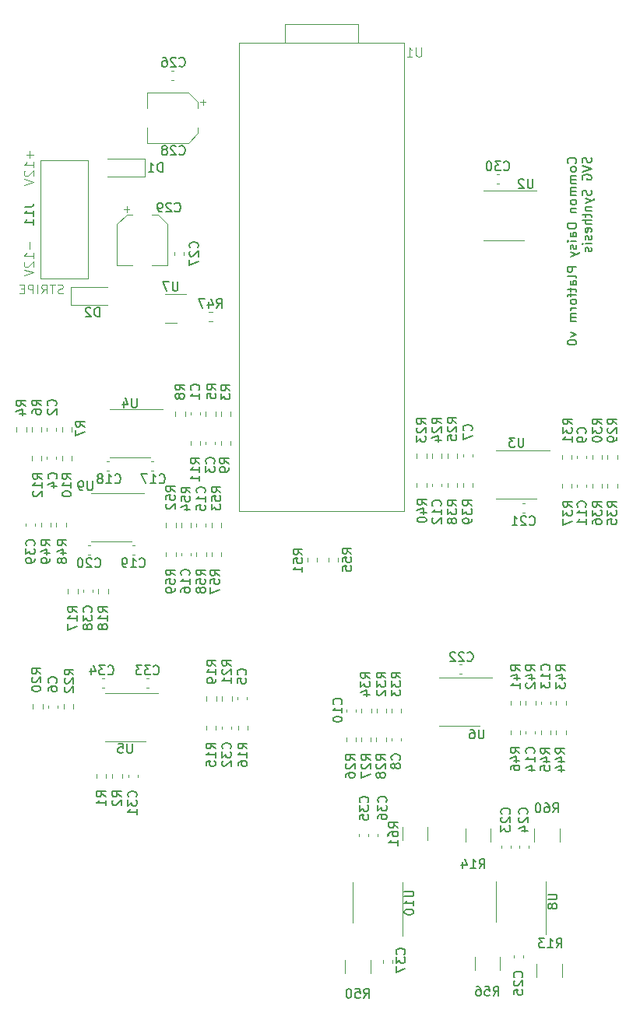
<source format=gbr>
%TF.GenerationSoftware,KiCad,Pcbnew,7.0.1*%
%TF.CreationDate,2024-01-09T19:15:50-05:00*%
%TF.ProjectId,daisy_euro,64616973-795f-4657-9572-6f2e6b696361,rev?*%
%TF.SameCoordinates,Original*%
%TF.FileFunction,Legend,Bot*%
%TF.FilePolarity,Positive*%
%FSLAX46Y46*%
G04 Gerber Fmt 4.6, Leading zero omitted, Abs format (unit mm)*
G04 Created by KiCad (PCBNEW 7.0.1) date 2024-01-09 19:15:50*
%MOMM*%
%LPD*%
G01*
G04 APERTURE LIST*
%ADD10C,0.150000*%
%ADD11C,0.100000*%
%ADD12C,0.120000*%
G04 APERTURE END LIST*
D10*
X91126380Y-58975523D02*
X91174000Y-58927904D01*
X91174000Y-58927904D02*
X91221619Y-58785047D01*
X91221619Y-58785047D02*
X91221619Y-58689809D01*
X91221619Y-58689809D02*
X91174000Y-58546952D01*
X91174000Y-58546952D02*
X91078761Y-58451714D01*
X91078761Y-58451714D02*
X90983523Y-58404095D01*
X90983523Y-58404095D02*
X90793047Y-58356476D01*
X90793047Y-58356476D02*
X90650190Y-58356476D01*
X90650190Y-58356476D02*
X90459714Y-58404095D01*
X90459714Y-58404095D02*
X90364476Y-58451714D01*
X90364476Y-58451714D02*
X90269238Y-58546952D01*
X90269238Y-58546952D02*
X90221619Y-58689809D01*
X90221619Y-58689809D02*
X90221619Y-58785047D01*
X90221619Y-58785047D02*
X90269238Y-58927904D01*
X90269238Y-58927904D02*
X90316857Y-58975523D01*
X91221619Y-59546952D02*
X91174000Y-59451714D01*
X91174000Y-59451714D02*
X91126380Y-59404095D01*
X91126380Y-59404095D02*
X91031142Y-59356476D01*
X91031142Y-59356476D02*
X90745428Y-59356476D01*
X90745428Y-59356476D02*
X90650190Y-59404095D01*
X90650190Y-59404095D02*
X90602571Y-59451714D01*
X90602571Y-59451714D02*
X90554952Y-59546952D01*
X90554952Y-59546952D02*
X90554952Y-59689809D01*
X90554952Y-59689809D02*
X90602571Y-59785047D01*
X90602571Y-59785047D02*
X90650190Y-59832666D01*
X90650190Y-59832666D02*
X90745428Y-59880285D01*
X90745428Y-59880285D02*
X91031142Y-59880285D01*
X91031142Y-59880285D02*
X91126380Y-59832666D01*
X91126380Y-59832666D02*
X91174000Y-59785047D01*
X91174000Y-59785047D02*
X91221619Y-59689809D01*
X91221619Y-59689809D02*
X91221619Y-59546952D01*
X91221619Y-60308857D02*
X90554952Y-60308857D01*
X90650190Y-60308857D02*
X90602571Y-60356476D01*
X90602571Y-60356476D02*
X90554952Y-60451714D01*
X90554952Y-60451714D02*
X90554952Y-60594571D01*
X90554952Y-60594571D02*
X90602571Y-60689809D01*
X90602571Y-60689809D02*
X90697809Y-60737428D01*
X90697809Y-60737428D02*
X91221619Y-60737428D01*
X90697809Y-60737428D02*
X90602571Y-60785047D01*
X90602571Y-60785047D02*
X90554952Y-60880285D01*
X90554952Y-60880285D02*
X90554952Y-61023142D01*
X90554952Y-61023142D02*
X90602571Y-61118381D01*
X90602571Y-61118381D02*
X90697809Y-61166000D01*
X90697809Y-61166000D02*
X91221619Y-61166000D01*
X91221619Y-61642190D02*
X90554952Y-61642190D01*
X90650190Y-61642190D02*
X90602571Y-61689809D01*
X90602571Y-61689809D02*
X90554952Y-61785047D01*
X90554952Y-61785047D02*
X90554952Y-61927904D01*
X90554952Y-61927904D02*
X90602571Y-62023142D01*
X90602571Y-62023142D02*
X90697809Y-62070761D01*
X90697809Y-62070761D02*
X91221619Y-62070761D01*
X90697809Y-62070761D02*
X90602571Y-62118380D01*
X90602571Y-62118380D02*
X90554952Y-62213618D01*
X90554952Y-62213618D02*
X90554952Y-62356475D01*
X90554952Y-62356475D02*
X90602571Y-62451714D01*
X90602571Y-62451714D02*
X90697809Y-62499333D01*
X90697809Y-62499333D02*
X91221619Y-62499333D01*
X91221619Y-63118380D02*
X91174000Y-63023142D01*
X91174000Y-63023142D02*
X91126380Y-62975523D01*
X91126380Y-62975523D02*
X91031142Y-62927904D01*
X91031142Y-62927904D02*
X90745428Y-62927904D01*
X90745428Y-62927904D02*
X90650190Y-62975523D01*
X90650190Y-62975523D02*
X90602571Y-63023142D01*
X90602571Y-63023142D02*
X90554952Y-63118380D01*
X90554952Y-63118380D02*
X90554952Y-63261237D01*
X90554952Y-63261237D02*
X90602571Y-63356475D01*
X90602571Y-63356475D02*
X90650190Y-63404094D01*
X90650190Y-63404094D02*
X90745428Y-63451713D01*
X90745428Y-63451713D02*
X91031142Y-63451713D01*
X91031142Y-63451713D02*
X91126380Y-63404094D01*
X91126380Y-63404094D02*
X91174000Y-63356475D01*
X91174000Y-63356475D02*
X91221619Y-63261237D01*
X91221619Y-63261237D02*
X91221619Y-63118380D01*
X90554952Y-63880285D02*
X91221619Y-63880285D01*
X90650190Y-63880285D02*
X90602571Y-63927904D01*
X90602571Y-63927904D02*
X90554952Y-64023142D01*
X90554952Y-64023142D02*
X90554952Y-64165999D01*
X90554952Y-64165999D02*
X90602571Y-64261237D01*
X90602571Y-64261237D02*
X90697809Y-64308856D01*
X90697809Y-64308856D02*
X91221619Y-64308856D01*
X91221619Y-65546952D02*
X90221619Y-65546952D01*
X90221619Y-65546952D02*
X90221619Y-65785047D01*
X90221619Y-65785047D02*
X90269238Y-65927904D01*
X90269238Y-65927904D02*
X90364476Y-66023142D01*
X90364476Y-66023142D02*
X90459714Y-66070761D01*
X90459714Y-66070761D02*
X90650190Y-66118380D01*
X90650190Y-66118380D02*
X90793047Y-66118380D01*
X90793047Y-66118380D02*
X90983523Y-66070761D01*
X90983523Y-66070761D02*
X91078761Y-66023142D01*
X91078761Y-66023142D02*
X91174000Y-65927904D01*
X91174000Y-65927904D02*
X91221619Y-65785047D01*
X91221619Y-65785047D02*
X91221619Y-65546952D01*
X91221619Y-66975523D02*
X90697809Y-66975523D01*
X90697809Y-66975523D02*
X90602571Y-66927904D01*
X90602571Y-66927904D02*
X90554952Y-66832666D01*
X90554952Y-66832666D02*
X90554952Y-66642190D01*
X90554952Y-66642190D02*
X90602571Y-66546952D01*
X91174000Y-66975523D02*
X91221619Y-66880285D01*
X91221619Y-66880285D02*
X91221619Y-66642190D01*
X91221619Y-66642190D02*
X91174000Y-66546952D01*
X91174000Y-66546952D02*
X91078761Y-66499333D01*
X91078761Y-66499333D02*
X90983523Y-66499333D01*
X90983523Y-66499333D02*
X90888285Y-66546952D01*
X90888285Y-66546952D02*
X90840666Y-66642190D01*
X90840666Y-66642190D02*
X90840666Y-66880285D01*
X90840666Y-66880285D02*
X90793047Y-66975523D01*
X91221619Y-67451714D02*
X90554952Y-67451714D01*
X90221619Y-67451714D02*
X90269238Y-67404095D01*
X90269238Y-67404095D02*
X90316857Y-67451714D01*
X90316857Y-67451714D02*
X90269238Y-67499333D01*
X90269238Y-67499333D02*
X90221619Y-67451714D01*
X90221619Y-67451714D02*
X90316857Y-67451714D01*
X91174000Y-67880285D02*
X91221619Y-67975523D01*
X91221619Y-67975523D02*
X91221619Y-68165999D01*
X91221619Y-68165999D02*
X91174000Y-68261237D01*
X91174000Y-68261237D02*
X91078761Y-68308856D01*
X91078761Y-68308856D02*
X91031142Y-68308856D01*
X91031142Y-68308856D02*
X90935904Y-68261237D01*
X90935904Y-68261237D02*
X90888285Y-68165999D01*
X90888285Y-68165999D02*
X90888285Y-68023142D01*
X90888285Y-68023142D02*
X90840666Y-67927904D01*
X90840666Y-67927904D02*
X90745428Y-67880285D01*
X90745428Y-67880285D02*
X90697809Y-67880285D01*
X90697809Y-67880285D02*
X90602571Y-67927904D01*
X90602571Y-67927904D02*
X90554952Y-68023142D01*
X90554952Y-68023142D02*
X90554952Y-68165999D01*
X90554952Y-68165999D02*
X90602571Y-68261237D01*
X90554952Y-68642190D02*
X91221619Y-68880285D01*
X90554952Y-69118380D02*
X91221619Y-68880285D01*
X91221619Y-68880285D02*
X91459714Y-68785047D01*
X91459714Y-68785047D02*
X91507333Y-68737428D01*
X91507333Y-68737428D02*
X91554952Y-68642190D01*
X91221619Y-70261238D02*
X90221619Y-70261238D01*
X90221619Y-70261238D02*
X90221619Y-70642190D01*
X90221619Y-70642190D02*
X90269238Y-70737428D01*
X90269238Y-70737428D02*
X90316857Y-70785047D01*
X90316857Y-70785047D02*
X90412095Y-70832666D01*
X90412095Y-70832666D02*
X90554952Y-70832666D01*
X90554952Y-70832666D02*
X90650190Y-70785047D01*
X90650190Y-70785047D02*
X90697809Y-70737428D01*
X90697809Y-70737428D02*
X90745428Y-70642190D01*
X90745428Y-70642190D02*
X90745428Y-70261238D01*
X91221619Y-71404095D02*
X91174000Y-71308857D01*
X91174000Y-71308857D02*
X91078761Y-71261238D01*
X91078761Y-71261238D02*
X90221619Y-71261238D01*
X91221619Y-72213619D02*
X90697809Y-72213619D01*
X90697809Y-72213619D02*
X90602571Y-72166000D01*
X90602571Y-72166000D02*
X90554952Y-72070762D01*
X90554952Y-72070762D02*
X90554952Y-71880286D01*
X90554952Y-71880286D02*
X90602571Y-71785048D01*
X91174000Y-72213619D02*
X91221619Y-72118381D01*
X91221619Y-72118381D02*
X91221619Y-71880286D01*
X91221619Y-71880286D02*
X91174000Y-71785048D01*
X91174000Y-71785048D02*
X91078761Y-71737429D01*
X91078761Y-71737429D02*
X90983523Y-71737429D01*
X90983523Y-71737429D02*
X90888285Y-71785048D01*
X90888285Y-71785048D02*
X90840666Y-71880286D01*
X90840666Y-71880286D02*
X90840666Y-72118381D01*
X90840666Y-72118381D02*
X90793047Y-72213619D01*
X90554952Y-72546953D02*
X90554952Y-72927905D01*
X90221619Y-72689810D02*
X91078761Y-72689810D01*
X91078761Y-72689810D02*
X91174000Y-72737429D01*
X91174000Y-72737429D02*
X91221619Y-72832667D01*
X91221619Y-72832667D02*
X91221619Y-72927905D01*
X90554952Y-73118382D02*
X90554952Y-73499334D01*
X91221619Y-73261239D02*
X90364476Y-73261239D01*
X90364476Y-73261239D02*
X90269238Y-73308858D01*
X90269238Y-73308858D02*
X90221619Y-73404096D01*
X90221619Y-73404096D02*
X90221619Y-73499334D01*
X91221619Y-73975525D02*
X91174000Y-73880287D01*
X91174000Y-73880287D02*
X91126380Y-73832668D01*
X91126380Y-73832668D02*
X91031142Y-73785049D01*
X91031142Y-73785049D02*
X90745428Y-73785049D01*
X90745428Y-73785049D02*
X90650190Y-73832668D01*
X90650190Y-73832668D02*
X90602571Y-73880287D01*
X90602571Y-73880287D02*
X90554952Y-73975525D01*
X90554952Y-73975525D02*
X90554952Y-74118382D01*
X90554952Y-74118382D02*
X90602571Y-74213620D01*
X90602571Y-74213620D02*
X90650190Y-74261239D01*
X90650190Y-74261239D02*
X90745428Y-74308858D01*
X90745428Y-74308858D02*
X91031142Y-74308858D01*
X91031142Y-74308858D02*
X91126380Y-74261239D01*
X91126380Y-74261239D02*
X91174000Y-74213620D01*
X91174000Y-74213620D02*
X91221619Y-74118382D01*
X91221619Y-74118382D02*
X91221619Y-73975525D01*
X91221619Y-74737430D02*
X90554952Y-74737430D01*
X90745428Y-74737430D02*
X90650190Y-74785049D01*
X90650190Y-74785049D02*
X90602571Y-74832668D01*
X90602571Y-74832668D02*
X90554952Y-74927906D01*
X90554952Y-74927906D02*
X90554952Y-75023144D01*
X91221619Y-75356478D02*
X90554952Y-75356478D01*
X90650190Y-75356478D02*
X90602571Y-75404097D01*
X90602571Y-75404097D02*
X90554952Y-75499335D01*
X90554952Y-75499335D02*
X90554952Y-75642192D01*
X90554952Y-75642192D02*
X90602571Y-75737430D01*
X90602571Y-75737430D02*
X90697809Y-75785049D01*
X90697809Y-75785049D02*
X91221619Y-75785049D01*
X90697809Y-75785049D02*
X90602571Y-75832668D01*
X90602571Y-75832668D02*
X90554952Y-75927906D01*
X90554952Y-75927906D02*
X90554952Y-76070763D01*
X90554952Y-76070763D02*
X90602571Y-76166002D01*
X90602571Y-76166002D02*
X90697809Y-76213621D01*
X90697809Y-76213621D02*
X91221619Y-76213621D01*
X90554952Y-77356478D02*
X91221619Y-77594573D01*
X91221619Y-77594573D02*
X90554952Y-77832668D01*
X90221619Y-78404097D02*
X90221619Y-78499335D01*
X90221619Y-78499335D02*
X90269238Y-78594573D01*
X90269238Y-78594573D02*
X90316857Y-78642192D01*
X90316857Y-78642192D02*
X90412095Y-78689811D01*
X90412095Y-78689811D02*
X90602571Y-78737430D01*
X90602571Y-78737430D02*
X90840666Y-78737430D01*
X90840666Y-78737430D02*
X91031142Y-78689811D01*
X91031142Y-78689811D02*
X91126380Y-78642192D01*
X91126380Y-78642192D02*
X91174000Y-78594573D01*
X91174000Y-78594573D02*
X91221619Y-78499335D01*
X91221619Y-78499335D02*
X91221619Y-78404097D01*
X91221619Y-78404097D02*
X91174000Y-78308859D01*
X91174000Y-78308859D02*
X91126380Y-78261240D01*
X91126380Y-78261240D02*
X91031142Y-78213621D01*
X91031142Y-78213621D02*
X90840666Y-78166002D01*
X90840666Y-78166002D02*
X90602571Y-78166002D01*
X90602571Y-78166002D02*
X90412095Y-78213621D01*
X90412095Y-78213621D02*
X90316857Y-78261240D01*
X90316857Y-78261240D02*
X90269238Y-78308859D01*
X90269238Y-78308859D02*
X90221619Y-78404097D01*
X92794000Y-58356476D02*
X92841619Y-58499333D01*
X92841619Y-58499333D02*
X92841619Y-58737428D01*
X92841619Y-58737428D02*
X92794000Y-58832666D01*
X92794000Y-58832666D02*
X92746380Y-58880285D01*
X92746380Y-58880285D02*
X92651142Y-58927904D01*
X92651142Y-58927904D02*
X92555904Y-58927904D01*
X92555904Y-58927904D02*
X92460666Y-58880285D01*
X92460666Y-58880285D02*
X92413047Y-58832666D01*
X92413047Y-58832666D02*
X92365428Y-58737428D01*
X92365428Y-58737428D02*
X92317809Y-58546952D01*
X92317809Y-58546952D02*
X92270190Y-58451714D01*
X92270190Y-58451714D02*
X92222571Y-58404095D01*
X92222571Y-58404095D02*
X92127333Y-58356476D01*
X92127333Y-58356476D02*
X92032095Y-58356476D01*
X92032095Y-58356476D02*
X91936857Y-58404095D01*
X91936857Y-58404095D02*
X91889238Y-58451714D01*
X91889238Y-58451714D02*
X91841619Y-58546952D01*
X91841619Y-58546952D02*
X91841619Y-58785047D01*
X91841619Y-58785047D02*
X91889238Y-58927904D01*
X91841619Y-59213619D02*
X92841619Y-59546952D01*
X92841619Y-59546952D02*
X91841619Y-59880285D01*
X91889238Y-60737428D02*
X91841619Y-60642190D01*
X91841619Y-60642190D02*
X91841619Y-60499333D01*
X91841619Y-60499333D02*
X91889238Y-60356476D01*
X91889238Y-60356476D02*
X91984476Y-60261238D01*
X91984476Y-60261238D02*
X92079714Y-60213619D01*
X92079714Y-60213619D02*
X92270190Y-60166000D01*
X92270190Y-60166000D02*
X92413047Y-60166000D01*
X92413047Y-60166000D02*
X92603523Y-60213619D01*
X92603523Y-60213619D02*
X92698761Y-60261238D01*
X92698761Y-60261238D02*
X92794000Y-60356476D01*
X92794000Y-60356476D02*
X92841619Y-60499333D01*
X92841619Y-60499333D02*
X92841619Y-60594571D01*
X92841619Y-60594571D02*
X92794000Y-60737428D01*
X92794000Y-60737428D02*
X92746380Y-60785047D01*
X92746380Y-60785047D02*
X92413047Y-60785047D01*
X92413047Y-60785047D02*
X92413047Y-60594571D01*
X92794000Y-61927905D02*
X92841619Y-62070762D01*
X92841619Y-62070762D02*
X92841619Y-62308857D01*
X92841619Y-62308857D02*
X92794000Y-62404095D01*
X92794000Y-62404095D02*
X92746380Y-62451714D01*
X92746380Y-62451714D02*
X92651142Y-62499333D01*
X92651142Y-62499333D02*
X92555904Y-62499333D01*
X92555904Y-62499333D02*
X92460666Y-62451714D01*
X92460666Y-62451714D02*
X92413047Y-62404095D01*
X92413047Y-62404095D02*
X92365428Y-62308857D01*
X92365428Y-62308857D02*
X92317809Y-62118381D01*
X92317809Y-62118381D02*
X92270190Y-62023143D01*
X92270190Y-62023143D02*
X92222571Y-61975524D01*
X92222571Y-61975524D02*
X92127333Y-61927905D01*
X92127333Y-61927905D02*
X92032095Y-61927905D01*
X92032095Y-61927905D02*
X91936857Y-61975524D01*
X91936857Y-61975524D02*
X91889238Y-62023143D01*
X91889238Y-62023143D02*
X91841619Y-62118381D01*
X91841619Y-62118381D02*
X91841619Y-62356476D01*
X91841619Y-62356476D02*
X91889238Y-62499333D01*
X92174952Y-62832667D02*
X92841619Y-63070762D01*
X92174952Y-63308857D02*
X92841619Y-63070762D01*
X92841619Y-63070762D02*
X93079714Y-62975524D01*
X93079714Y-62975524D02*
X93127333Y-62927905D01*
X93127333Y-62927905D02*
X93174952Y-62832667D01*
X92174952Y-63689810D02*
X92841619Y-63689810D01*
X92270190Y-63689810D02*
X92222571Y-63737429D01*
X92222571Y-63737429D02*
X92174952Y-63832667D01*
X92174952Y-63832667D02*
X92174952Y-63975524D01*
X92174952Y-63975524D02*
X92222571Y-64070762D01*
X92222571Y-64070762D02*
X92317809Y-64118381D01*
X92317809Y-64118381D02*
X92841619Y-64118381D01*
X92174952Y-64451715D02*
X92174952Y-64832667D01*
X91841619Y-64594572D02*
X92698761Y-64594572D01*
X92698761Y-64594572D02*
X92794000Y-64642191D01*
X92794000Y-64642191D02*
X92841619Y-64737429D01*
X92841619Y-64737429D02*
X92841619Y-64832667D01*
X92841619Y-65166001D02*
X91841619Y-65166001D01*
X92841619Y-65594572D02*
X92317809Y-65594572D01*
X92317809Y-65594572D02*
X92222571Y-65546953D01*
X92222571Y-65546953D02*
X92174952Y-65451715D01*
X92174952Y-65451715D02*
X92174952Y-65308858D01*
X92174952Y-65308858D02*
X92222571Y-65213620D01*
X92222571Y-65213620D02*
X92270190Y-65166001D01*
X92794000Y-66451715D02*
X92841619Y-66356477D01*
X92841619Y-66356477D02*
X92841619Y-66166001D01*
X92841619Y-66166001D02*
X92794000Y-66070763D01*
X92794000Y-66070763D02*
X92698761Y-66023144D01*
X92698761Y-66023144D02*
X92317809Y-66023144D01*
X92317809Y-66023144D02*
X92222571Y-66070763D01*
X92222571Y-66070763D02*
X92174952Y-66166001D01*
X92174952Y-66166001D02*
X92174952Y-66356477D01*
X92174952Y-66356477D02*
X92222571Y-66451715D01*
X92222571Y-66451715D02*
X92317809Y-66499334D01*
X92317809Y-66499334D02*
X92413047Y-66499334D01*
X92413047Y-66499334D02*
X92508285Y-66023144D01*
X92794000Y-66880287D02*
X92841619Y-66975525D01*
X92841619Y-66975525D02*
X92841619Y-67166001D01*
X92841619Y-67166001D02*
X92794000Y-67261239D01*
X92794000Y-67261239D02*
X92698761Y-67308858D01*
X92698761Y-67308858D02*
X92651142Y-67308858D01*
X92651142Y-67308858D02*
X92555904Y-67261239D01*
X92555904Y-67261239D02*
X92508285Y-67166001D01*
X92508285Y-67166001D02*
X92508285Y-67023144D01*
X92508285Y-67023144D02*
X92460666Y-66927906D01*
X92460666Y-66927906D02*
X92365428Y-66880287D01*
X92365428Y-66880287D02*
X92317809Y-66880287D01*
X92317809Y-66880287D02*
X92222571Y-66927906D01*
X92222571Y-66927906D02*
X92174952Y-67023144D01*
X92174952Y-67023144D02*
X92174952Y-67166001D01*
X92174952Y-67166001D02*
X92222571Y-67261239D01*
X92841619Y-67737430D02*
X92174952Y-67737430D01*
X91841619Y-67737430D02*
X91889238Y-67689811D01*
X91889238Y-67689811D02*
X91936857Y-67737430D01*
X91936857Y-67737430D02*
X91889238Y-67785049D01*
X91889238Y-67785049D02*
X91841619Y-67737430D01*
X91841619Y-67737430D02*
X91936857Y-67737430D01*
X92794000Y-68166001D02*
X92841619Y-68261239D01*
X92841619Y-68261239D02*
X92841619Y-68451715D01*
X92841619Y-68451715D02*
X92794000Y-68546953D01*
X92794000Y-68546953D02*
X92698761Y-68594572D01*
X92698761Y-68594572D02*
X92651142Y-68594572D01*
X92651142Y-68594572D02*
X92555904Y-68546953D01*
X92555904Y-68546953D02*
X92508285Y-68451715D01*
X92508285Y-68451715D02*
X92508285Y-68308858D01*
X92508285Y-68308858D02*
X92460666Y-68213620D01*
X92460666Y-68213620D02*
X92365428Y-68166001D01*
X92365428Y-68166001D02*
X92317809Y-68166001D01*
X92317809Y-68166001D02*
X92222571Y-68213620D01*
X92222571Y-68213620D02*
X92174952Y-68308858D01*
X92174952Y-68308858D02*
X92174952Y-68451715D01*
X92174952Y-68451715D02*
X92222571Y-68546953D01*
%TO.C,J11*%
X31212619Y-63730476D02*
X31926904Y-63730476D01*
X31926904Y-63730476D02*
X32069761Y-63682857D01*
X32069761Y-63682857D02*
X32165000Y-63587619D01*
X32165000Y-63587619D02*
X32212619Y-63444762D01*
X32212619Y-63444762D02*
X32212619Y-63349524D01*
X32212619Y-64730476D02*
X32212619Y-64159048D01*
X32212619Y-64444762D02*
X31212619Y-64444762D01*
X31212619Y-64444762D02*
X31355476Y-64349524D01*
X31355476Y-64349524D02*
X31450714Y-64254286D01*
X31450714Y-64254286D02*
X31498333Y-64159048D01*
X32212619Y-65682857D02*
X32212619Y-65111429D01*
X32212619Y-65397143D02*
X31212619Y-65397143D01*
X31212619Y-65397143D02*
X31355476Y-65301905D01*
X31355476Y-65301905D02*
X31450714Y-65206667D01*
X31450714Y-65206667D02*
X31498333Y-65111429D01*
D11*
X35369523Y-73109000D02*
X35226666Y-73156619D01*
X35226666Y-73156619D02*
X34988571Y-73156619D01*
X34988571Y-73156619D02*
X34893333Y-73109000D01*
X34893333Y-73109000D02*
X34845714Y-73061380D01*
X34845714Y-73061380D02*
X34798095Y-72966142D01*
X34798095Y-72966142D02*
X34798095Y-72870904D01*
X34798095Y-72870904D02*
X34845714Y-72775666D01*
X34845714Y-72775666D02*
X34893333Y-72728047D01*
X34893333Y-72728047D02*
X34988571Y-72680428D01*
X34988571Y-72680428D02*
X35179047Y-72632809D01*
X35179047Y-72632809D02*
X35274285Y-72585190D01*
X35274285Y-72585190D02*
X35321904Y-72537571D01*
X35321904Y-72537571D02*
X35369523Y-72442333D01*
X35369523Y-72442333D02*
X35369523Y-72347095D01*
X35369523Y-72347095D02*
X35321904Y-72251857D01*
X35321904Y-72251857D02*
X35274285Y-72204238D01*
X35274285Y-72204238D02*
X35179047Y-72156619D01*
X35179047Y-72156619D02*
X34940952Y-72156619D01*
X34940952Y-72156619D02*
X34798095Y-72204238D01*
X34512380Y-72156619D02*
X33940952Y-72156619D01*
X34226666Y-73156619D02*
X34226666Y-72156619D01*
X33036190Y-73156619D02*
X33369523Y-72680428D01*
X33607618Y-73156619D02*
X33607618Y-72156619D01*
X33607618Y-72156619D02*
X33226666Y-72156619D01*
X33226666Y-72156619D02*
X33131428Y-72204238D01*
X33131428Y-72204238D02*
X33083809Y-72251857D01*
X33083809Y-72251857D02*
X33036190Y-72347095D01*
X33036190Y-72347095D02*
X33036190Y-72489952D01*
X33036190Y-72489952D02*
X33083809Y-72585190D01*
X33083809Y-72585190D02*
X33131428Y-72632809D01*
X33131428Y-72632809D02*
X33226666Y-72680428D01*
X33226666Y-72680428D02*
X33607618Y-72680428D01*
X32607618Y-73156619D02*
X32607618Y-72156619D01*
X32131428Y-73156619D02*
X32131428Y-72156619D01*
X32131428Y-72156619D02*
X31750476Y-72156619D01*
X31750476Y-72156619D02*
X31655238Y-72204238D01*
X31655238Y-72204238D02*
X31607619Y-72251857D01*
X31607619Y-72251857D02*
X31560000Y-72347095D01*
X31560000Y-72347095D02*
X31560000Y-72489952D01*
X31560000Y-72489952D02*
X31607619Y-72585190D01*
X31607619Y-72585190D02*
X31655238Y-72632809D01*
X31655238Y-72632809D02*
X31750476Y-72680428D01*
X31750476Y-72680428D02*
X32131428Y-72680428D01*
X31131428Y-72632809D02*
X30798095Y-72632809D01*
X30655238Y-73156619D02*
X31131428Y-73156619D01*
X31131428Y-73156619D02*
X31131428Y-72156619D01*
X31131428Y-72156619D02*
X30655238Y-72156619D01*
X31754666Y-67548095D02*
X31754666Y-68310000D01*
X32135619Y-69309999D02*
X32135619Y-68738571D01*
X32135619Y-69024285D02*
X31135619Y-69024285D01*
X31135619Y-69024285D02*
X31278476Y-68929047D01*
X31278476Y-68929047D02*
X31373714Y-68833809D01*
X31373714Y-68833809D02*
X31421333Y-68738571D01*
X31230857Y-69690952D02*
X31183238Y-69738571D01*
X31183238Y-69738571D02*
X31135619Y-69833809D01*
X31135619Y-69833809D02*
X31135619Y-70071904D01*
X31135619Y-70071904D02*
X31183238Y-70167142D01*
X31183238Y-70167142D02*
X31230857Y-70214761D01*
X31230857Y-70214761D02*
X31326095Y-70262380D01*
X31326095Y-70262380D02*
X31421333Y-70262380D01*
X31421333Y-70262380D02*
X31564190Y-70214761D01*
X31564190Y-70214761D02*
X32135619Y-69643333D01*
X32135619Y-69643333D02*
X32135619Y-70262380D01*
X31135619Y-70548095D02*
X32135619Y-70881428D01*
X32135619Y-70881428D02*
X31135619Y-71214761D01*
X31754666Y-57666095D02*
X31754666Y-58428000D01*
X32135619Y-58047047D02*
X31373714Y-58047047D01*
X32135619Y-59427999D02*
X32135619Y-58856571D01*
X32135619Y-59142285D02*
X31135619Y-59142285D01*
X31135619Y-59142285D02*
X31278476Y-59047047D01*
X31278476Y-59047047D02*
X31373714Y-58951809D01*
X31373714Y-58951809D02*
X31421333Y-58856571D01*
X31230857Y-59808952D02*
X31183238Y-59856571D01*
X31183238Y-59856571D02*
X31135619Y-59951809D01*
X31135619Y-59951809D02*
X31135619Y-60189904D01*
X31135619Y-60189904D02*
X31183238Y-60285142D01*
X31183238Y-60285142D02*
X31230857Y-60332761D01*
X31230857Y-60332761D02*
X31326095Y-60380380D01*
X31326095Y-60380380D02*
X31421333Y-60380380D01*
X31421333Y-60380380D02*
X31564190Y-60332761D01*
X31564190Y-60332761D02*
X32135619Y-59761333D01*
X32135619Y-59761333D02*
X32135619Y-60380380D01*
X31135619Y-60666095D02*
X32135619Y-60999428D01*
X32135619Y-60999428D02*
X31135619Y-61332761D01*
D10*
%TO.C,R51*%
X61422619Y-101563142D02*
X60946428Y-101229809D01*
X61422619Y-100991714D02*
X60422619Y-100991714D01*
X60422619Y-100991714D02*
X60422619Y-101372666D01*
X60422619Y-101372666D02*
X60470238Y-101467904D01*
X60470238Y-101467904D02*
X60517857Y-101515523D01*
X60517857Y-101515523D02*
X60613095Y-101563142D01*
X60613095Y-101563142D02*
X60755952Y-101563142D01*
X60755952Y-101563142D02*
X60851190Y-101515523D01*
X60851190Y-101515523D02*
X60898809Y-101467904D01*
X60898809Y-101467904D02*
X60946428Y-101372666D01*
X60946428Y-101372666D02*
X60946428Y-100991714D01*
X60422619Y-102467904D02*
X60422619Y-101991714D01*
X60422619Y-101991714D02*
X60898809Y-101944095D01*
X60898809Y-101944095D02*
X60851190Y-101991714D01*
X60851190Y-101991714D02*
X60803571Y-102086952D01*
X60803571Y-102086952D02*
X60803571Y-102325047D01*
X60803571Y-102325047D02*
X60851190Y-102420285D01*
X60851190Y-102420285D02*
X60898809Y-102467904D01*
X60898809Y-102467904D02*
X60994047Y-102515523D01*
X60994047Y-102515523D02*
X61232142Y-102515523D01*
X61232142Y-102515523D02*
X61327380Y-102467904D01*
X61327380Y-102467904D02*
X61375000Y-102420285D01*
X61375000Y-102420285D02*
X61422619Y-102325047D01*
X61422619Y-102325047D02*
X61422619Y-102086952D01*
X61422619Y-102086952D02*
X61375000Y-101991714D01*
X61375000Y-101991714D02*
X61327380Y-101944095D01*
X61422619Y-103467904D02*
X61422619Y-102896476D01*
X61422619Y-103182190D02*
X60422619Y-103182190D01*
X60422619Y-103182190D02*
X60565476Y-103086952D01*
X60565476Y-103086952D02*
X60660714Y-102991714D01*
X60660714Y-102991714D02*
X60708333Y-102896476D01*
%TO.C,R49*%
X33990619Y-100576142D02*
X33514428Y-100242809D01*
X33990619Y-100004714D02*
X32990619Y-100004714D01*
X32990619Y-100004714D02*
X32990619Y-100385666D01*
X32990619Y-100385666D02*
X33038238Y-100480904D01*
X33038238Y-100480904D02*
X33085857Y-100528523D01*
X33085857Y-100528523D02*
X33181095Y-100576142D01*
X33181095Y-100576142D02*
X33323952Y-100576142D01*
X33323952Y-100576142D02*
X33419190Y-100528523D01*
X33419190Y-100528523D02*
X33466809Y-100480904D01*
X33466809Y-100480904D02*
X33514428Y-100385666D01*
X33514428Y-100385666D02*
X33514428Y-100004714D01*
X33323952Y-101433285D02*
X33990619Y-101433285D01*
X32943000Y-101195190D02*
X33657285Y-100957095D01*
X33657285Y-100957095D02*
X33657285Y-101576142D01*
X33990619Y-102004714D02*
X33990619Y-102195190D01*
X33990619Y-102195190D02*
X33943000Y-102290428D01*
X33943000Y-102290428D02*
X33895380Y-102338047D01*
X33895380Y-102338047D02*
X33752523Y-102433285D01*
X33752523Y-102433285D02*
X33562047Y-102480904D01*
X33562047Y-102480904D02*
X33181095Y-102480904D01*
X33181095Y-102480904D02*
X33085857Y-102433285D01*
X33085857Y-102433285D02*
X33038238Y-102385666D01*
X33038238Y-102385666D02*
X32990619Y-102290428D01*
X32990619Y-102290428D02*
X32990619Y-102099952D01*
X32990619Y-102099952D02*
X33038238Y-102004714D01*
X33038238Y-102004714D02*
X33085857Y-101957095D01*
X33085857Y-101957095D02*
X33181095Y-101909476D01*
X33181095Y-101909476D02*
X33419190Y-101909476D01*
X33419190Y-101909476D02*
X33514428Y-101957095D01*
X33514428Y-101957095D02*
X33562047Y-102004714D01*
X33562047Y-102004714D02*
X33609666Y-102099952D01*
X33609666Y-102099952D02*
X33609666Y-102290428D01*
X33609666Y-102290428D02*
X33562047Y-102385666D01*
X33562047Y-102385666D02*
X33514428Y-102433285D01*
X33514428Y-102433285D02*
X33419190Y-102480904D01*
%TO.C,R45*%
X88317619Y-123210118D02*
X87841428Y-122876785D01*
X88317619Y-122638690D02*
X87317619Y-122638690D01*
X87317619Y-122638690D02*
X87317619Y-123019642D01*
X87317619Y-123019642D02*
X87365238Y-123114880D01*
X87365238Y-123114880D02*
X87412857Y-123162499D01*
X87412857Y-123162499D02*
X87508095Y-123210118D01*
X87508095Y-123210118D02*
X87650952Y-123210118D01*
X87650952Y-123210118D02*
X87746190Y-123162499D01*
X87746190Y-123162499D02*
X87793809Y-123114880D01*
X87793809Y-123114880D02*
X87841428Y-123019642D01*
X87841428Y-123019642D02*
X87841428Y-122638690D01*
X87650952Y-124067261D02*
X88317619Y-124067261D01*
X87270000Y-123829166D02*
X87984285Y-123591071D01*
X87984285Y-123591071D02*
X87984285Y-124210118D01*
X87317619Y-125067261D02*
X87317619Y-124591071D01*
X87317619Y-124591071D02*
X87793809Y-124543452D01*
X87793809Y-124543452D02*
X87746190Y-124591071D01*
X87746190Y-124591071D02*
X87698571Y-124686309D01*
X87698571Y-124686309D02*
X87698571Y-124924404D01*
X87698571Y-124924404D02*
X87746190Y-125019642D01*
X87746190Y-125019642D02*
X87793809Y-125067261D01*
X87793809Y-125067261D02*
X87889047Y-125114880D01*
X87889047Y-125114880D02*
X88127142Y-125114880D01*
X88127142Y-125114880D02*
X88222380Y-125067261D01*
X88222380Y-125067261D02*
X88270000Y-125019642D01*
X88270000Y-125019642D02*
X88317619Y-124924404D01*
X88317619Y-124924404D02*
X88317619Y-124686309D01*
X88317619Y-124686309D02*
X88270000Y-124591071D01*
X88270000Y-124591071D02*
X88222380Y-124543452D01*
%TO.C,C11*%
X92188380Y-96372142D02*
X92236000Y-96324523D01*
X92236000Y-96324523D02*
X92283619Y-96181666D01*
X92283619Y-96181666D02*
X92283619Y-96086428D01*
X92283619Y-96086428D02*
X92236000Y-95943571D01*
X92236000Y-95943571D02*
X92140761Y-95848333D01*
X92140761Y-95848333D02*
X92045523Y-95800714D01*
X92045523Y-95800714D02*
X91855047Y-95753095D01*
X91855047Y-95753095D02*
X91712190Y-95753095D01*
X91712190Y-95753095D02*
X91521714Y-95800714D01*
X91521714Y-95800714D02*
X91426476Y-95848333D01*
X91426476Y-95848333D02*
X91331238Y-95943571D01*
X91331238Y-95943571D02*
X91283619Y-96086428D01*
X91283619Y-96086428D02*
X91283619Y-96181666D01*
X91283619Y-96181666D02*
X91331238Y-96324523D01*
X91331238Y-96324523D02*
X91378857Y-96372142D01*
X92283619Y-97324523D02*
X92283619Y-96753095D01*
X92283619Y-97038809D02*
X91283619Y-97038809D01*
X91283619Y-97038809D02*
X91426476Y-96943571D01*
X91426476Y-96943571D02*
X91521714Y-96848333D01*
X91521714Y-96848333D02*
X91569333Y-96753095D01*
X92283619Y-98276904D02*
X92283619Y-97705476D01*
X92283619Y-97991190D02*
X91283619Y-97991190D01*
X91283619Y-97991190D02*
X91426476Y-97895952D01*
X91426476Y-97895952D02*
X91521714Y-97800714D01*
X91521714Y-97800714D02*
X91569333Y-97705476D01*
%TO.C,C15*%
X50786380Y-94824642D02*
X50834000Y-94777023D01*
X50834000Y-94777023D02*
X50881619Y-94634166D01*
X50881619Y-94634166D02*
X50881619Y-94538928D01*
X50881619Y-94538928D02*
X50834000Y-94396071D01*
X50834000Y-94396071D02*
X50738761Y-94300833D01*
X50738761Y-94300833D02*
X50643523Y-94253214D01*
X50643523Y-94253214D02*
X50453047Y-94205595D01*
X50453047Y-94205595D02*
X50310190Y-94205595D01*
X50310190Y-94205595D02*
X50119714Y-94253214D01*
X50119714Y-94253214D02*
X50024476Y-94300833D01*
X50024476Y-94300833D02*
X49929238Y-94396071D01*
X49929238Y-94396071D02*
X49881619Y-94538928D01*
X49881619Y-94538928D02*
X49881619Y-94634166D01*
X49881619Y-94634166D02*
X49929238Y-94777023D01*
X49929238Y-94777023D02*
X49976857Y-94824642D01*
X50881619Y-95777023D02*
X50881619Y-95205595D01*
X50881619Y-95491309D02*
X49881619Y-95491309D01*
X49881619Y-95491309D02*
X50024476Y-95396071D01*
X50024476Y-95396071D02*
X50119714Y-95300833D01*
X50119714Y-95300833D02*
X50167333Y-95205595D01*
X49881619Y-96681785D02*
X49881619Y-96205595D01*
X49881619Y-96205595D02*
X50357809Y-96157976D01*
X50357809Y-96157976D02*
X50310190Y-96205595D01*
X50310190Y-96205595D02*
X50262571Y-96300833D01*
X50262571Y-96300833D02*
X50262571Y-96538928D01*
X50262571Y-96538928D02*
X50310190Y-96634166D01*
X50310190Y-96634166D02*
X50357809Y-96681785D01*
X50357809Y-96681785D02*
X50453047Y-96729404D01*
X50453047Y-96729404D02*
X50691142Y-96729404D01*
X50691142Y-96729404D02*
X50786380Y-96681785D01*
X50786380Y-96681785D02*
X50834000Y-96634166D01*
X50834000Y-96634166D02*
X50881619Y-96538928D01*
X50881619Y-96538928D02*
X50881619Y-96300833D01*
X50881619Y-96300833D02*
X50834000Y-96205595D01*
X50834000Y-96205595D02*
X50786380Y-96157976D01*
%TO.C,R43*%
X89997619Y-114202742D02*
X89521428Y-113869409D01*
X89997619Y-113631314D02*
X88997619Y-113631314D01*
X88997619Y-113631314D02*
X88997619Y-114012266D01*
X88997619Y-114012266D02*
X89045238Y-114107504D01*
X89045238Y-114107504D02*
X89092857Y-114155123D01*
X89092857Y-114155123D02*
X89188095Y-114202742D01*
X89188095Y-114202742D02*
X89330952Y-114202742D01*
X89330952Y-114202742D02*
X89426190Y-114155123D01*
X89426190Y-114155123D02*
X89473809Y-114107504D01*
X89473809Y-114107504D02*
X89521428Y-114012266D01*
X89521428Y-114012266D02*
X89521428Y-113631314D01*
X89330952Y-115059885D02*
X89997619Y-115059885D01*
X88950000Y-114821790D02*
X89664285Y-114583695D01*
X89664285Y-114583695D02*
X89664285Y-115202742D01*
X88997619Y-115488457D02*
X88997619Y-116107504D01*
X88997619Y-116107504D02*
X89378571Y-115774171D01*
X89378571Y-115774171D02*
X89378571Y-115917028D01*
X89378571Y-115917028D02*
X89426190Y-116012266D01*
X89426190Y-116012266D02*
X89473809Y-116059885D01*
X89473809Y-116059885D02*
X89569047Y-116107504D01*
X89569047Y-116107504D02*
X89807142Y-116107504D01*
X89807142Y-116107504D02*
X89902380Y-116059885D01*
X89902380Y-116059885D02*
X89950000Y-116012266D01*
X89950000Y-116012266D02*
X89997619Y-115917028D01*
X89997619Y-115917028D02*
X89997619Y-115631314D01*
X89997619Y-115631314D02*
X89950000Y-115536076D01*
X89950000Y-115536076D02*
X89902380Y-115488457D01*
%TO.C,R30*%
X93943244Y-87381142D02*
X93467053Y-87047809D01*
X93943244Y-86809714D02*
X92943244Y-86809714D01*
X92943244Y-86809714D02*
X92943244Y-87190666D01*
X92943244Y-87190666D02*
X92990863Y-87285904D01*
X92990863Y-87285904D02*
X93038482Y-87333523D01*
X93038482Y-87333523D02*
X93133720Y-87381142D01*
X93133720Y-87381142D02*
X93276577Y-87381142D01*
X93276577Y-87381142D02*
X93371815Y-87333523D01*
X93371815Y-87333523D02*
X93419434Y-87285904D01*
X93419434Y-87285904D02*
X93467053Y-87190666D01*
X93467053Y-87190666D02*
X93467053Y-86809714D01*
X92943244Y-87714476D02*
X92943244Y-88333523D01*
X92943244Y-88333523D02*
X93324196Y-88000190D01*
X93324196Y-88000190D02*
X93324196Y-88143047D01*
X93324196Y-88143047D02*
X93371815Y-88238285D01*
X93371815Y-88238285D02*
X93419434Y-88285904D01*
X93419434Y-88285904D02*
X93514672Y-88333523D01*
X93514672Y-88333523D02*
X93752767Y-88333523D01*
X93752767Y-88333523D02*
X93848005Y-88285904D01*
X93848005Y-88285904D02*
X93895625Y-88238285D01*
X93895625Y-88238285D02*
X93943244Y-88143047D01*
X93943244Y-88143047D02*
X93943244Y-87857333D01*
X93943244Y-87857333D02*
X93895625Y-87762095D01*
X93895625Y-87762095D02*
X93848005Y-87714476D01*
X92943244Y-88952571D02*
X92943244Y-89047809D01*
X92943244Y-89047809D02*
X92990863Y-89143047D01*
X92990863Y-89143047D02*
X93038482Y-89190666D01*
X93038482Y-89190666D02*
X93133720Y-89238285D01*
X93133720Y-89238285D02*
X93324196Y-89285904D01*
X93324196Y-89285904D02*
X93562291Y-89285904D01*
X93562291Y-89285904D02*
X93752767Y-89238285D01*
X93752767Y-89238285D02*
X93848005Y-89190666D01*
X93848005Y-89190666D02*
X93895625Y-89143047D01*
X93895625Y-89143047D02*
X93943244Y-89047809D01*
X93943244Y-89047809D02*
X93943244Y-88952571D01*
X93943244Y-88952571D02*
X93895625Y-88857333D01*
X93895625Y-88857333D02*
X93848005Y-88809714D01*
X93848005Y-88809714D02*
X93752767Y-88762095D01*
X93752767Y-88762095D02*
X93562291Y-88714476D01*
X93562291Y-88714476D02*
X93324196Y-88714476D01*
X93324196Y-88714476D02*
X93133720Y-88762095D01*
X93133720Y-88762095D02*
X93038482Y-88809714D01*
X93038482Y-88809714D02*
X92990863Y-88857333D01*
X92990863Y-88857333D02*
X92943244Y-88952571D01*
%TO.C,U5*%
X42925904Y-122144619D02*
X42925904Y-122954142D01*
X42925904Y-122954142D02*
X42878285Y-123049380D01*
X42878285Y-123049380D02*
X42830666Y-123097000D01*
X42830666Y-123097000D02*
X42735428Y-123144619D01*
X42735428Y-123144619D02*
X42544952Y-123144619D01*
X42544952Y-123144619D02*
X42449714Y-123097000D01*
X42449714Y-123097000D02*
X42402095Y-123049380D01*
X42402095Y-123049380D02*
X42354476Y-122954142D01*
X42354476Y-122954142D02*
X42354476Y-122144619D01*
X41402095Y-122144619D02*
X41878285Y-122144619D01*
X41878285Y-122144619D02*
X41925904Y-122620809D01*
X41925904Y-122620809D02*
X41878285Y-122573190D01*
X41878285Y-122573190D02*
X41783047Y-122525571D01*
X41783047Y-122525571D02*
X41544952Y-122525571D01*
X41544952Y-122525571D02*
X41449714Y-122573190D01*
X41449714Y-122573190D02*
X41402095Y-122620809D01*
X41402095Y-122620809D02*
X41354476Y-122716047D01*
X41354476Y-122716047D02*
X41354476Y-122954142D01*
X41354476Y-122954142D02*
X41402095Y-123049380D01*
X41402095Y-123049380D02*
X41449714Y-123097000D01*
X41449714Y-123097000D02*
X41544952Y-123144619D01*
X41544952Y-123144619D02*
X41783047Y-123144619D01*
X41783047Y-123144619D02*
X41878285Y-123097000D01*
X41878285Y-123097000D02*
X41925904Y-123049380D01*
%TO.C,R31*%
X90750994Y-87381142D02*
X90274803Y-87047809D01*
X90750994Y-86809714D02*
X89750994Y-86809714D01*
X89750994Y-86809714D02*
X89750994Y-87190666D01*
X89750994Y-87190666D02*
X89798613Y-87285904D01*
X89798613Y-87285904D02*
X89846232Y-87333523D01*
X89846232Y-87333523D02*
X89941470Y-87381142D01*
X89941470Y-87381142D02*
X90084327Y-87381142D01*
X90084327Y-87381142D02*
X90179565Y-87333523D01*
X90179565Y-87333523D02*
X90227184Y-87285904D01*
X90227184Y-87285904D02*
X90274803Y-87190666D01*
X90274803Y-87190666D02*
X90274803Y-86809714D01*
X89750994Y-87714476D02*
X89750994Y-88333523D01*
X89750994Y-88333523D02*
X90131946Y-88000190D01*
X90131946Y-88000190D02*
X90131946Y-88143047D01*
X90131946Y-88143047D02*
X90179565Y-88238285D01*
X90179565Y-88238285D02*
X90227184Y-88285904D01*
X90227184Y-88285904D02*
X90322422Y-88333523D01*
X90322422Y-88333523D02*
X90560517Y-88333523D01*
X90560517Y-88333523D02*
X90655755Y-88285904D01*
X90655755Y-88285904D02*
X90703375Y-88238285D01*
X90703375Y-88238285D02*
X90750994Y-88143047D01*
X90750994Y-88143047D02*
X90750994Y-87857333D01*
X90750994Y-87857333D02*
X90703375Y-87762095D01*
X90703375Y-87762095D02*
X90655755Y-87714476D01*
X90750994Y-89285904D02*
X90750994Y-88714476D01*
X90750994Y-89000190D02*
X89750994Y-89000190D01*
X89750994Y-89000190D02*
X89893851Y-88904952D01*
X89893851Y-88904952D02*
X89989089Y-88809714D01*
X89989089Y-88809714D02*
X90036708Y-88714476D01*
%TO.C,R50*%
X68079857Y-149814619D02*
X68413190Y-149338428D01*
X68651285Y-149814619D02*
X68651285Y-148814619D01*
X68651285Y-148814619D02*
X68270333Y-148814619D01*
X68270333Y-148814619D02*
X68175095Y-148862238D01*
X68175095Y-148862238D02*
X68127476Y-148909857D01*
X68127476Y-148909857D02*
X68079857Y-149005095D01*
X68079857Y-149005095D02*
X68079857Y-149147952D01*
X68079857Y-149147952D02*
X68127476Y-149243190D01*
X68127476Y-149243190D02*
X68175095Y-149290809D01*
X68175095Y-149290809D02*
X68270333Y-149338428D01*
X68270333Y-149338428D02*
X68651285Y-149338428D01*
X67175095Y-148814619D02*
X67651285Y-148814619D01*
X67651285Y-148814619D02*
X67698904Y-149290809D01*
X67698904Y-149290809D02*
X67651285Y-149243190D01*
X67651285Y-149243190D02*
X67556047Y-149195571D01*
X67556047Y-149195571D02*
X67317952Y-149195571D01*
X67317952Y-149195571D02*
X67222714Y-149243190D01*
X67222714Y-149243190D02*
X67175095Y-149290809D01*
X67175095Y-149290809D02*
X67127476Y-149386047D01*
X67127476Y-149386047D02*
X67127476Y-149624142D01*
X67127476Y-149624142D02*
X67175095Y-149719380D01*
X67175095Y-149719380D02*
X67222714Y-149767000D01*
X67222714Y-149767000D02*
X67317952Y-149814619D01*
X67317952Y-149814619D02*
X67556047Y-149814619D01*
X67556047Y-149814619D02*
X67651285Y-149767000D01*
X67651285Y-149767000D02*
X67698904Y-149719380D01*
X66508428Y-148814619D02*
X66413190Y-148814619D01*
X66413190Y-148814619D02*
X66317952Y-148862238D01*
X66317952Y-148862238D02*
X66270333Y-148909857D01*
X66270333Y-148909857D02*
X66222714Y-149005095D01*
X66222714Y-149005095D02*
X66175095Y-149195571D01*
X66175095Y-149195571D02*
X66175095Y-149433666D01*
X66175095Y-149433666D02*
X66222714Y-149624142D01*
X66222714Y-149624142D02*
X66270333Y-149719380D01*
X66270333Y-149719380D02*
X66317952Y-149767000D01*
X66317952Y-149767000D02*
X66413190Y-149814619D01*
X66413190Y-149814619D02*
X66508428Y-149814619D01*
X66508428Y-149814619D02*
X66603666Y-149767000D01*
X66603666Y-149767000D02*
X66651285Y-149719380D01*
X66651285Y-149719380D02*
X66698904Y-149624142D01*
X66698904Y-149624142D02*
X66746523Y-149433666D01*
X66746523Y-149433666D02*
X66746523Y-149195571D01*
X66746523Y-149195571D02*
X66698904Y-149005095D01*
X66698904Y-149005095D02*
X66651285Y-148909857D01*
X66651285Y-148909857D02*
X66603666Y-148862238D01*
X66603666Y-148862238D02*
X66508428Y-148814619D01*
%TO.C,C38*%
X38467380Y-107815142D02*
X38515000Y-107767523D01*
X38515000Y-107767523D02*
X38562619Y-107624666D01*
X38562619Y-107624666D02*
X38562619Y-107529428D01*
X38562619Y-107529428D02*
X38515000Y-107386571D01*
X38515000Y-107386571D02*
X38419761Y-107291333D01*
X38419761Y-107291333D02*
X38324523Y-107243714D01*
X38324523Y-107243714D02*
X38134047Y-107196095D01*
X38134047Y-107196095D02*
X37991190Y-107196095D01*
X37991190Y-107196095D02*
X37800714Y-107243714D01*
X37800714Y-107243714D02*
X37705476Y-107291333D01*
X37705476Y-107291333D02*
X37610238Y-107386571D01*
X37610238Y-107386571D02*
X37562619Y-107529428D01*
X37562619Y-107529428D02*
X37562619Y-107624666D01*
X37562619Y-107624666D02*
X37610238Y-107767523D01*
X37610238Y-107767523D02*
X37657857Y-107815142D01*
X37562619Y-108148476D02*
X37562619Y-108767523D01*
X37562619Y-108767523D02*
X37943571Y-108434190D01*
X37943571Y-108434190D02*
X37943571Y-108577047D01*
X37943571Y-108577047D02*
X37991190Y-108672285D01*
X37991190Y-108672285D02*
X38038809Y-108719904D01*
X38038809Y-108719904D02*
X38134047Y-108767523D01*
X38134047Y-108767523D02*
X38372142Y-108767523D01*
X38372142Y-108767523D02*
X38467380Y-108719904D01*
X38467380Y-108719904D02*
X38515000Y-108672285D01*
X38515000Y-108672285D02*
X38562619Y-108577047D01*
X38562619Y-108577047D02*
X38562619Y-108291333D01*
X38562619Y-108291333D02*
X38515000Y-108196095D01*
X38515000Y-108196095D02*
X38467380Y-108148476D01*
X37991190Y-109338952D02*
X37943571Y-109243714D01*
X37943571Y-109243714D02*
X37895952Y-109196095D01*
X37895952Y-109196095D02*
X37800714Y-109148476D01*
X37800714Y-109148476D02*
X37753095Y-109148476D01*
X37753095Y-109148476D02*
X37657857Y-109196095D01*
X37657857Y-109196095D02*
X37610238Y-109243714D01*
X37610238Y-109243714D02*
X37562619Y-109338952D01*
X37562619Y-109338952D02*
X37562619Y-109529428D01*
X37562619Y-109529428D02*
X37610238Y-109624666D01*
X37610238Y-109624666D02*
X37657857Y-109672285D01*
X37657857Y-109672285D02*
X37753095Y-109719904D01*
X37753095Y-109719904D02*
X37800714Y-109719904D01*
X37800714Y-109719904D02*
X37895952Y-109672285D01*
X37895952Y-109672285D02*
X37943571Y-109624666D01*
X37943571Y-109624666D02*
X37991190Y-109529428D01*
X37991190Y-109529428D02*
X37991190Y-109338952D01*
X37991190Y-109338952D02*
X38038809Y-109243714D01*
X38038809Y-109243714D02*
X38086428Y-109196095D01*
X38086428Y-109196095D02*
X38181666Y-109148476D01*
X38181666Y-109148476D02*
X38372142Y-109148476D01*
X38372142Y-109148476D02*
X38467380Y-109196095D01*
X38467380Y-109196095D02*
X38515000Y-109243714D01*
X38515000Y-109243714D02*
X38562619Y-109338952D01*
X38562619Y-109338952D02*
X38562619Y-109529428D01*
X38562619Y-109529428D02*
X38515000Y-109624666D01*
X38515000Y-109624666D02*
X38467380Y-109672285D01*
X38467380Y-109672285D02*
X38372142Y-109719904D01*
X38372142Y-109719904D02*
X38181666Y-109719904D01*
X38181666Y-109719904D02*
X38086428Y-109672285D01*
X38086428Y-109672285D02*
X38038809Y-109624666D01*
X38038809Y-109624666D02*
X37991190Y-109529428D01*
%TO.C,U9*%
X38607904Y-93569619D02*
X38607904Y-94379142D01*
X38607904Y-94379142D02*
X38560285Y-94474380D01*
X38560285Y-94474380D02*
X38512666Y-94522000D01*
X38512666Y-94522000D02*
X38417428Y-94569619D01*
X38417428Y-94569619D02*
X38226952Y-94569619D01*
X38226952Y-94569619D02*
X38131714Y-94522000D01*
X38131714Y-94522000D02*
X38084095Y-94474380D01*
X38084095Y-94474380D02*
X38036476Y-94379142D01*
X38036476Y-94379142D02*
X38036476Y-93569619D01*
X37512666Y-94569619D02*
X37322190Y-94569619D01*
X37322190Y-94569619D02*
X37226952Y-94522000D01*
X37226952Y-94522000D02*
X37179333Y-94474380D01*
X37179333Y-94474380D02*
X37084095Y-94331523D01*
X37084095Y-94331523D02*
X37036476Y-94141047D01*
X37036476Y-94141047D02*
X37036476Y-93760095D01*
X37036476Y-93760095D02*
X37084095Y-93664857D01*
X37084095Y-93664857D02*
X37131714Y-93617238D01*
X37131714Y-93617238D02*
X37226952Y-93569619D01*
X37226952Y-93569619D02*
X37417428Y-93569619D01*
X37417428Y-93569619D02*
X37512666Y-93617238D01*
X37512666Y-93617238D02*
X37560285Y-93664857D01*
X37560285Y-93664857D02*
X37607904Y-93760095D01*
X37607904Y-93760095D02*
X37607904Y-93998190D01*
X37607904Y-93998190D02*
X37560285Y-94093428D01*
X37560285Y-94093428D02*
X37512666Y-94141047D01*
X37512666Y-94141047D02*
X37417428Y-94188666D01*
X37417428Y-94188666D02*
X37226952Y-94188666D01*
X37226952Y-94188666D02*
X37131714Y-94141047D01*
X37131714Y-94141047D02*
X37084095Y-94093428D01*
X37084095Y-94093428D02*
X37036476Y-93998190D01*
%TO.C,R37*%
X90759619Y-96372142D02*
X90283428Y-96038809D01*
X90759619Y-95800714D02*
X89759619Y-95800714D01*
X89759619Y-95800714D02*
X89759619Y-96181666D01*
X89759619Y-96181666D02*
X89807238Y-96276904D01*
X89807238Y-96276904D02*
X89854857Y-96324523D01*
X89854857Y-96324523D02*
X89950095Y-96372142D01*
X89950095Y-96372142D02*
X90092952Y-96372142D01*
X90092952Y-96372142D02*
X90188190Y-96324523D01*
X90188190Y-96324523D02*
X90235809Y-96276904D01*
X90235809Y-96276904D02*
X90283428Y-96181666D01*
X90283428Y-96181666D02*
X90283428Y-95800714D01*
X89759619Y-96705476D02*
X89759619Y-97324523D01*
X89759619Y-97324523D02*
X90140571Y-96991190D01*
X90140571Y-96991190D02*
X90140571Y-97134047D01*
X90140571Y-97134047D02*
X90188190Y-97229285D01*
X90188190Y-97229285D02*
X90235809Y-97276904D01*
X90235809Y-97276904D02*
X90331047Y-97324523D01*
X90331047Y-97324523D02*
X90569142Y-97324523D01*
X90569142Y-97324523D02*
X90664380Y-97276904D01*
X90664380Y-97276904D02*
X90712000Y-97229285D01*
X90712000Y-97229285D02*
X90759619Y-97134047D01*
X90759619Y-97134047D02*
X90759619Y-96848333D01*
X90759619Y-96848333D02*
X90712000Y-96753095D01*
X90712000Y-96753095D02*
X90664380Y-96705476D01*
X89759619Y-97657857D02*
X89759619Y-98324523D01*
X89759619Y-98324523D02*
X90759619Y-97895952D01*
%TO.C,C26*%
X48042857Y-48367380D02*
X48090476Y-48415000D01*
X48090476Y-48415000D02*
X48233333Y-48462619D01*
X48233333Y-48462619D02*
X48328571Y-48462619D01*
X48328571Y-48462619D02*
X48471428Y-48415000D01*
X48471428Y-48415000D02*
X48566666Y-48319761D01*
X48566666Y-48319761D02*
X48614285Y-48224523D01*
X48614285Y-48224523D02*
X48661904Y-48034047D01*
X48661904Y-48034047D02*
X48661904Y-47891190D01*
X48661904Y-47891190D02*
X48614285Y-47700714D01*
X48614285Y-47700714D02*
X48566666Y-47605476D01*
X48566666Y-47605476D02*
X48471428Y-47510238D01*
X48471428Y-47510238D02*
X48328571Y-47462619D01*
X48328571Y-47462619D02*
X48233333Y-47462619D01*
X48233333Y-47462619D02*
X48090476Y-47510238D01*
X48090476Y-47510238D02*
X48042857Y-47557857D01*
X47661904Y-47557857D02*
X47614285Y-47510238D01*
X47614285Y-47510238D02*
X47519047Y-47462619D01*
X47519047Y-47462619D02*
X47280952Y-47462619D01*
X47280952Y-47462619D02*
X47185714Y-47510238D01*
X47185714Y-47510238D02*
X47138095Y-47557857D01*
X47138095Y-47557857D02*
X47090476Y-47653095D01*
X47090476Y-47653095D02*
X47090476Y-47748333D01*
X47090476Y-47748333D02*
X47138095Y-47891190D01*
X47138095Y-47891190D02*
X47709523Y-48462619D01*
X47709523Y-48462619D02*
X47090476Y-48462619D01*
X46233333Y-47462619D02*
X46423809Y-47462619D01*
X46423809Y-47462619D02*
X46519047Y-47510238D01*
X46519047Y-47510238D02*
X46566666Y-47557857D01*
X46566666Y-47557857D02*
X46661904Y-47700714D01*
X46661904Y-47700714D02*
X46709523Y-47891190D01*
X46709523Y-47891190D02*
X46709523Y-48272142D01*
X46709523Y-48272142D02*
X46661904Y-48367380D01*
X46661904Y-48367380D02*
X46614285Y-48415000D01*
X46614285Y-48415000D02*
X46519047Y-48462619D01*
X46519047Y-48462619D02*
X46328571Y-48462619D01*
X46328571Y-48462619D02*
X46233333Y-48415000D01*
X46233333Y-48415000D02*
X46185714Y-48367380D01*
X46185714Y-48367380D02*
X46138095Y-48272142D01*
X46138095Y-48272142D02*
X46138095Y-48034047D01*
X46138095Y-48034047D02*
X46185714Y-47938809D01*
X46185714Y-47938809D02*
X46233333Y-47891190D01*
X46233333Y-47891190D02*
X46328571Y-47843571D01*
X46328571Y-47843571D02*
X46519047Y-47843571D01*
X46519047Y-47843571D02*
X46614285Y-47891190D01*
X46614285Y-47891190D02*
X46661904Y-47938809D01*
X46661904Y-47938809D02*
X46709523Y-48034047D01*
%TO.C,C24*%
X85849712Y-129786142D02*
X85897332Y-129738523D01*
X85897332Y-129738523D02*
X85944951Y-129595666D01*
X85944951Y-129595666D02*
X85944951Y-129500428D01*
X85944951Y-129500428D02*
X85897332Y-129357571D01*
X85897332Y-129357571D02*
X85802093Y-129262333D01*
X85802093Y-129262333D02*
X85706855Y-129214714D01*
X85706855Y-129214714D02*
X85516379Y-129167095D01*
X85516379Y-129167095D02*
X85373522Y-129167095D01*
X85373522Y-129167095D02*
X85183046Y-129214714D01*
X85183046Y-129214714D02*
X85087808Y-129262333D01*
X85087808Y-129262333D02*
X84992570Y-129357571D01*
X84992570Y-129357571D02*
X84944951Y-129500428D01*
X84944951Y-129500428D02*
X84944951Y-129595666D01*
X84944951Y-129595666D02*
X84992570Y-129738523D01*
X84992570Y-129738523D02*
X85040189Y-129786142D01*
X85040189Y-130167095D02*
X84992570Y-130214714D01*
X84992570Y-130214714D02*
X84944951Y-130309952D01*
X84944951Y-130309952D02*
X84944951Y-130548047D01*
X84944951Y-130548047D02*
X84992570Y-130643285D01*
X84992570Y-130643285D02*
X85040189Y-130690904D01*
X85040189Y-130690904D02*
X85135427Y-130738523D01*
X85135427Y-130738523D02*
X85230665Y-130738523D01*
X85230665Y-130738523D02*
X85373522Y-130690904D01*
X85373522Y-130690904D02*
X85944951Y-130119476D01*
X85944951Y-130119476D02*
X85944951Y-130738523D01*
X85278284Y-131595666D02*
X85944951Y-131595666D01*
X84897332Y-131357571D02*
X85611617Y-131119476D01*
X85611617Y-131119476D02*
X85611617Y-131738523D01*
%TO.C,R34*%
X68760905Y-115012190D02*
X68284714Y-114678857D01*
X68760905Y-114440762D02*
X67760905Y-114440762D01*
X67760905Y-114440762D02*
X67760905Y-114821714D01*
X67760905Y-114821714D02*
X67808524Y-114916952D01*
X67808524Y-114916952D02*
X67856143Y-114964571D01*
X67856143Y-114964571D02*
X67951381Y-115012190D01*
X67951381Y-115012190D02*
X68094238Y-115012190D01*
X68094238Y-115012190D02*
X68189476Y-114964571D01*
X68189476Y-114964571D02*
X68237095Y-114916952D01*
X68237095Y-114916952D02*
X68284714Y-114821714D01*
X68284714Y-114821714D02*
X68284714Y-114440762D01*
X67760905Y-115345524D02*
X67760905Y-115964571D01*
X67760905Y-115964571D02*
X68141857Y-115631238D01*
X68141857Y-115631238D02*
X68141857Y-115774095D01*
X68141857Y-115774095D02*
X68189476Y-115869333D01*
X68189476Y-115869333D02*
X68237095Y-115916952D01*
X68237095Y-115916952D02*
X68332333Y-115964571D01*
X68332333Y-115964571D02*
X68570428Y-115964571D01*
X68570428Y-115964571D02*
X68665666Y-115916952D01*
X68665666Y-115916952D02*
X68713286Y-115869333D01*
X68713286Y-115869333D02*
X68760905Y-115774095D01*
X68760905Y-115774095D02*
X68760905Y-115488381D01*
X68760905Y-115488381D02*
X68713286Y-115393143D01*
X68713286Y-115393143D02*
X68665666Y-115345524D01*
X68094238Y-116821714D02*
X68760905Y-116821714D01*
X67713286Y-116583619D02*
X68427571Y-116345524D01*
X68427571Y-116345524D02*
X68427571Y-116964571D01*
%TO.C,R21*%
X53675619Y-113657142D02*
X53199428Y-113323809D01*
X53675619Y-113085714D02*
X52675619Y-113085714D01*
X52675619Y-113085714D02*
X52675619Y-113466666D01*
X52675619Y-113466666D02*
X52723238Y-113561904D01*
X52723238Y-113561904D02*
X52770857Y-113609523D01*
X52770857Y-113609523D02*
X52866095Y-113657142D01*
X52866095Y-113657142D02*
X53008952Y-113657142D01*
X53008952Y-113657142D02*
X53104190Y-113609523D01*
X53104190Y-113609523D02*
X53151809Y-113561904D01*
X53151809Y-113561904D02*
X53199428Y-113466666D01*
X53199428Y-113466666D02*
X53199428Y-113085714D01*
X52770857Y-114038095D02*
X52723238Y-114085714D01*
X52723238Y-114085714D02*
X52675619Y-114180952D01*
X52675619Y-114180952D02*
X52675619Y-114419047D01*
X52675619Y-114419047D02*
X52723238Y-114514285D01*
X52723238Y-114514285D02*
X52770857Y-114561904D01*
X52770857Y-114561904D02*
X52866095Y-114609523D01*
X52866095Y-114609523D02*
X52961333Y-114609523D01*
X52961333Y-114609523D02*
X53104190Y-114561904D01*
X53104190Y-114561904D02*
X53675619Y-113990476D01*
X53675619Y-113990476D02*
X53675619Y-114609523D01*
X53675619Y-115561904D02*
X53675619Y-114990476D01*
X53675619Y-115276190D02*
X52675619Y-115276190D01*
X52675619Y-115276190D02*
X52818476Y-115180952D01*
X52818476Y-115180952D02*
X52913714Y-115085714D01*
X52913714Y-115085714D02*
X52961333Y-114990476D01*
%TO.C,R54*%
X49230619Y-94821642D02*
X48754428Y-94488309D01*
X49230619Y-94250214D02*
X48230619Y-94250214D01*
X48230619Y-94250214D02*
X48230619Y-94631166D01*
X48230619Y-94631166D02*
X48278238Y-94726404D01*
X48278238Y-94726404D02*
X48325857Y-94774023D01*
X48325857Y-94774023D02*
X48421095Y-94821642D01*
X48421095Y-94821642D02*
X48563952Y-94821642D01*
X48563952Y-94821642D02*
X48659190Y-94774023D01*
X48659190Y-94774023D02*
X48706809Y-94726404D01*
X48706809Y-94726404D02*
X48754428Y-94631166D01*
X48754428Y-94631166D02*
X48754428Y-94250214D01*
X48230619Y-95726404D02*
X48230619Y-95250214D01*
X48230619Y-95250214D02*
X48706809Y-95202595D01*
X48706809Y-95202595D02*
X48659190Y-95250214D01*
X48659190Y-95250214D02*
X48611571Y-95345452D01*
X48611571Y-95345452D02*
X48611571Y-95583547D01*
X48611571Y-95583547D02*
X48659190Y-95678785D01*
X48659190Y-95678785D02*
X48706809Y-95726404D01*
X48706809Y-95726404D02*
X48802047Y-95774023D01*
X48802047Y-95774023D02*
X49040142Y-95774023D01*
X49040142Y-95774023D02*
X49135380Y-95726404D01*
X49135380Y-95726404D02*
X49183000Y-95678785D01*
X49183000Y-95678785D02*
X49230619Y-95583547D01*
X49230619Y-95583547D02*
X49230619Y-95345452D01*
X49230619Y-95345452D02*
X49183000Y-95250214D01*
X49183000Y-95250214D02*
X49135380Y-95202595D01*
X48563952Y-96631166D02*
X49230619Y-96631166D01*
X48183000Y-96393071D02*
X48897285Y-96154976D01*
X48897285Y-96154976D02*
X48897285Y-96774023D01*
%TO.C,R35*%
X95585619Y-96372142D02*
X95109428Y-96038809D01*
X95585619Y-95800714D02*
X94585619Y-95800714D01*
X94585619Y-95800714D02*
X94585619Y-96181666D01*
X94585619Y-96181666D02*
X94633238Y-96276904D01*
X94633238Y-96276904D02*
X94680857Y-96324523D01*
X94680857Y-96324523D02*
X94776095Y-96372142D01*
X94776095Y-96372142D02*
X94918952Y-96372142D01*
X94918952Y-96372142D02*
X95014190Y-96324523D01*
X95014190Y-96324523D02*
X95061809Y-96276904D01*
X95061809Y-96276904D02*
X95109428Y-96181666D01*
X95109428Y-96181666D02*
X95109428Y-95800714D01*
X94585619Y-96705476D02*
X94585619Y-97324523D01*
X94585619Y-97324523D02*
X94966571Y-96991190D01*
X94966571Y-96991190D02*
X94966571Y-97134047D01*
X94966571Y-97134047D02*
X95014190Y-97229285D01*
X95014190Y-97229285D02*
X95061809Y-97276904D01*
X95061809Y-97276904D02*
X95157047Y-97324523D01*
X95157047Y-97324523D02*
X95395142Y-97324523D01*
X95395142Y-97324523D02*
X95490380Y-97276904D01*
X95490380Y-97276904D02*
X95538000Y-97229285D01*
X95538000Y-97229285D02*
X95585619Y-97134047D01*
X95585619Y-97134047D02*
X95585619Y-96848333D01*
X95585619Y-96848333D02*
X95538000Y-96753095D01*
X95538000Y-96753095D02*
X95490380Y-96705476D01*
X94585619Y-98229285D02*
X94585619Y-97753095D01*
X94585619Y-97753095D02*
X95061809Y-97705476D01*
X95061809Y-97705476D02*
X95014190Y-97753095D01*
X95014190Y-97753095D02*
X94966571Y-97848333D01*
X94966571Y-97848333D02*
X94966571Y-98086428D01*
X94966571Y-98086428D02*
X95014190Y-98181666D01*
X95014190Y-98181666D02*
X95061809Y-98229285D01*
X95061809Y-98229285D02*
X95157047Y-98276904D01*
X95157047Y-98276904D02*
X95395142Y-98276904D01*
X95395142Y-98276904D02*
X95490380Y-98229285D01*
X95490380Y-98229285D02*
X95538000Y-98181666D01*
X95538000Y-98181666D02*
X95585619Y-98086428D01*
X95585619Y-98086428D02*
X95585619Y-97848333D01*
X95585619Y-97848333D02*
X95538000Y-97753095D01*
X95538000Y-97753095D02*
X95490380Y-97705476D01*
%TO.C,R58*%
X50881619Y-103815142D02*
X50405428Y-103481809D01*
X50881619Y-103243714D02*
X49881619Y-103243714D01*
X49881619Y-103243714D02*
X49881619Y-103624666D01*
X49881619Y-103624666D02*
X49929238Y-103719904D01*
X49929238Y-103719904D02*
X49976857Y-103767523D01*
X49976857Y-103767523D02*
X50072095Y-103815142D01*
X50072095Y-103815142D02*
X50214952Y-103815142D01*
X50214952Y-103815142D02*
X50310190Y-103767523D01*
X50310190Y-103767523D02*
X50357809Y-103719904D01*
X50357809Y-103719904D02*
X50405428Y-103624666D01*
X50405428Y-103624666D02*
X50405428Y-103243714D01*
X49881619Y-104719904D02*
X49881619Y-104243714D01*
X49881619Y-104243714D02*
X50357809Y-104196095D01*
X50357809Y-104196095D02*
X50310190Y-104243714D01*
X50310190Y-104243714D02*
X50262571Y-104338952D01*
X50262571Y-104338952D02*
X50262571Y-104577047D01*
X50262571Y-104577047D02*
X50310190Y-104672285D01*
X50310190Y-104672285D02*
X50357809Y-104719904D01*
X50357809Y-104719904D02*
X50453047Y-104767523D01*
X50453047Y-104767523D02*
X50691142Y-104767523D01*
X50691142Y-104767523D02*
X50786380Y-104719904D01*
X50786380Y-104719904D02*
X50834000Y-104672285D01*
X50834000Y-104672285D02*
X50881619Y-104577047D01*
X50881619Y-104577047D02*
X50881619Y-104338952D01*
X50881619Y-104338952D02*
X50834000Y-104243714D01*
X50834000Y-104243714D02*
X50786380Y-104196095D01*
X50310190Y-105338952D02*
X50262571Y-105243714D01*
X50262571Y-105243714D02*
X50214952Y-105196095D01*
X50214952Y-105196095D02*
X50119714Y-105148476D01*
X50119714Y-105148476D02*
X50072095Y-105148476D01*
X50072095Y-105148476D02*
X49976857Y-105196095D01*
X49976857Y-105196095D02*
X49929238Y-105243714D01*
X49929238Y-105243714D02*
X49881619Y-105338952D01*
X49881619Y-105338952D02*
X49881619Y-105529428D01*
X49881619Y-105529428D02*
X49929238Y-105624666D01*
X49929238Y-105624666D02*
X49976857Y-105672285D01*
X49976857Y-105672285D02*
X50072095Y-105719904D01*
X50072095Y-105719904D02*
X50119714Y-105719904D01*
X50119714Y-105719904D02*
X50214952Y-105672285D01*
X50214952Y-105672285D02*
X50262571Y-105624666D01*
X50262571Y-105624666D02*
X50310190Y-105529428D01*
X50310190Y-105529428D02*
X50310190Y-105338952D01*
X50310190Y-105338952D02*
X50357809Y-105243714D01*
X50357809Y-105243714D02*
X50405428Y-105196095D01*
X50405428Y-105196095D02*
X50500666Y-105148476D01*
X50500666Y-105148476D02*
X50691142Y-105148476D01*
X50691142Y-105148476D02*
X50786380Y-105196095D01*
X50786380Y-105196095D02*
X50834000Y-105243714D01*
X50834000Y-105243714D02*
X50881619Y-105338952D01*
X50881619Y-105338952D02*
X50881619Y-105529428D01*
X50881619Y-105529428D02*
X50834000Y-105624666D01*
X50834000Y-105624666D02*
X50786380Y-105672285D01*
X50786380Y-105672285D02*
X50691142Y-105719904D01*
X50691142Y-105719904D02*
X50500666Y-105719904D01*
X50500666Y-105719904D02*
X50405428Y-105672285D01*
X50405428Y-105672285D02*
X50357809Y-105624666D01*
X50357809Y-105624666D02*
X50310190Y-105529428D01*
%TO.C,C19*%
X43695857Y-102856380D02*
X43743476Y-102904000D01*
X43743476Y-102904000D02*
X43886333Y-102951619D01*
X43886333Y-102951619D02*
X43981571Y-102951619D01*
X43981571Y-102951619D02*
X44124428Y-102904000D01*
X44124428Y-102904000D02*
X44219666Y-102808761D01*
X44219666Y-102808761D02*
X44267285Y-102713523D01*
X44267285Y-102713523D02*
X44314904Y-102523047D01*
X44314904Y-102523047D02*
X44314904Y-102380190D01*
X44314904Y-102380190D02*
X44267285Y-102189714D01*
X44267285Y-102189714D02*
X44219666Y-102094476D01*
X44219666Y-102094476D02*
X44124428Y-101999238D01*
X44124428Y-101999238D02*
X43981571Y-101951619D01*
X43981571Y-101951619D02*
X43886333Y-101951619D01*
X43886333Y-101951619D02*
X43743476Y-101999238D01*
X43743476Y-101999238D02*
X43695857Y-102046857D01*
X42743476Y-102951619D02*
X43314904Y-102951619D01*
X43029190Y-102951619D02*
X43029190Y-101951619D01*
X43029190Y-101951619D02*
X43124428Y-102094476D01*
X43124428Y-102094476D02*
X43219666Y-102189714D01*
X43219666Y-102189714D02*
X43314904Y-102237333D01*
X42267285Y-102951619D02*
X42076809Y-102951619D01*
X42076809Y-102951619D02*
X41981571Y-102904000D01*
X41981571Y-102904000D02*
X41933952Y-102856380D01*
X41933952Y-102856380D02*
X41838714Y-102713523D01*
X41838714Y-102713523D02*
X41791095Y-102523047D01*
X41791095Y-102523047D02*
X41791095Y-102142095D01*
X41791095Y-102142095D02*
X41838714Y-102046857D01*
X41838714Y-102046857D02*
X41886333Y-101999238D01*
X41886333Y-101999238D02*
X41981571Y-101951619D01*
X41981571Y-101951619D02*
X42172047Y-101951619D01*
X42172047Y-101951619D02*
X42267285Y-101999238D01*
X42267285Y-101999238D02*
X42314904Y-102046857D01*
X42314904Y-102046857D02*
X42362523Y-102142095D01*
X42362523Y-102142095D02*
X42362523Y-102380190D01*
X42362523Y-102380190D02*
X42314904Y-102475428D01*
X42314904Y-102475428D02*
X42267285Y-102523047D01*
X42267285Y-102523047D02*
X42172047Y-102570666D01*
X42172047Y-102570666D02*
X41981571Y-102570666D01*
X41981571Y-102570666D02*
X41886333Y-102523047D01*
X41886333Y-102523047D02*
X41838714Y-102475428D01*
X41838714Y-102475428D02*
X41791095Y-102380190D01*
%TO.C,R8*%
X48595619Y-83653333D02*
X48119428Y-83320000D01*
X48595619Y-83081905D02*
X47595619Y-83081905D01*
X47595619Y-83081905D02*
X47595619Y-83462857D01*
X47595619Y-83462857D02*
X47643238Y-83558095D01*
X47643238Y-83558095D02*
X47690857Y-83605714D01*
X47690857Y-83605714D02*
X47786095Y-83653333D01*
X47786095Y-83653333D02*
X47928952Y-83653333D01*
X47928952Y-83653333D02*
X48024190Y-83605714D01*
X48024190Y-83605714D02*
X48071809Y-83558095D01*
X48071809Y-83558095D02*
X48119428Y-83462857D01*
X48119428Y-83462857D02*
X48119428Y-83081905D01*
X48024190Y-84224762D02*
X47976571Y-84129524D01*
X47976571Y-84129524D02*
X47928952Y-84081905D01*
X47928952Y-84081905D02*
X47833714Y-84034286D01*
X47833714Y-84034286D02*
X47786095Y-84034286D01*
X47786095Y-84034286D02*
X47690857Y-84081905D01*
X47690857Y-84081905D02*
X47643238Y-84129524D01*
X47643238Y-84129524D02*
X47595619Y-84224762D01*
X47595619Y-84224762D02*
X47595619Y-84415238D01*
X47595619Y-84415238D02*
X47643238Y-84510476D01*
X47643238Y-84510476D02*
X47690857Y-84558095D01*
X47690857Y-84558095D02*
X47786095Y-84605714D01*
X47786095Y-84605714D02*
X47833714Y-84605714D01*
X47833714Y-84605714D02*
X47928952Y-84558095D01*
X47928952Y-84558095D02*
X47976571Y-84510476D01*
X47976571Y-84510476D02*
X48024190Y-84415238D01*
X48024190Y-84415238D02*
X48024190Y-84224762D01*
X48024190Y-84224762D02*
X48071809Y-84129524D01*
X48071809Y-84129524D02*
X48119428Y-84081905D01*
X48119428Y-84081905D02*
X48214666Y-84034286D01*
X48214666Y-84034286D02*
X48405142Y-84034286D01*
X48405142Y-84034286D02*
X48500380Y-84081905D01*
X48500380Y-84081905D02*
X48548000Y-84129524D01*
X48548000Y-84129524D02*
X48595619Y-84224762D01*
X48595619Y-84224762D02*
X48595619Y-84415238D01*
X48595619Y-84415238D02*
X48548000Y-84510476D01*
X48548000Y-84510476D02*
X48500380Y-84558095D01*
X48500380Y-84558095D02*
X48405142Y-84605714D01*
X48405142Y-84605714D02*
X48214666Y-84605714D01*
X48214666Y-84605714D02*
X48119428Y-84558095D01*
X48119428Y-84558095D02*
X48071809Y-84510476D01*
X48071809Y-84510476D02*
X48024190Y-84415238D01*
%TO.C,C1*%
X50151380Y-83653333D02*
X50199000Y-83605714D01*
X50199000Y-83605714D02*
X50246619Y-83462857D01*
X50246619Y-83462857D02*
X50246619Y-83367619D01*
X50246619Y-83367619D02*
X50199000Y-83224762D01*
X50199000Y-83224762D02*
X50103761Y-83129524D01*
X50103761Y-83129524D02*
X50008523Y-83081905D01*
X50008523Y-83081905D02*
X49818047Y-83034286D01*
X49818047Y-83034286D02*
X49675190Y-83034286D01*
X49675190Y-83034286D02*
X49484714Y-83081905D01*
X49484714Y-83081905D02*
X49389476Y-83129524D01*
X49389476Y-83129524D02*
X49294238Y-83224762D01*
X49294238Y-83224762D02*
X49246619Y-83367619D01*
X49246619Y-83367619D02*
X49246619Y-83462857D01*
X49246619Y-83462857D02*
X49294238Y-83605714D01*
X49294238Y-83605714D02*
X49341857Y-83653333D01*
X50246619Y-84605714D02*
X50246619Y-84034286D01*
X50246619Y-84320000D02*
X49246619Y-84320000D01*
X49246619Y-84320000D02*
X49389476Y-84224762D01*
X49389476Y-84224762D02*
X49484714Y-84129524D01*
X49484714Y-84129524D02*
X49532333Y-84034286D01*
%TO.C,C14*%
X86600380Y-123182142D02*
X86648000Y-123134523D01*
X86648000Y-123134523D02*
X86695619Y-122991666D01*
X86695619Y-122991666D02*
X86695619Y-122896428D01*
X86695619Y-122896428D02*
X86648000Y-122753571D01*
X86648000Y-122753571D02*
X86552761Y-122658333D01*
X86552761Y-122658333D02*
X86457523Y-122610714D01*
X86457523Y-122610714D02*
X86267047Y-122563095D01*
X86267047Y-122563095D02*
X86124190Y-122563095D01*
X86124190Y-122563095D02*
X85933714Y-122610714D01*
X85933714Y-122610714D02*
X85838476Y-122658333D01*
X85838476Y-122658333D02*
X85743238Y-122753571D01*
X85743238Y-122753571D02*
X85695619Y-122896428D01*
X85695619Y-122896428D02*
X85695619Y-122991666D01*
X85695619Y-122991666D02*
X85743238Y-123134523D01*
X85743238Y-123134523D02*
X85790857Y-123182142D01*
X86695619Y-124134523D02*
X86695619Y-123563095D01*
X86695619Y-123848809D02*
X85695619Y-123848809D01*
X85695619Y-123848809D02*
X85838476Y-123753571D01*
X85838476Y-123753571D02*
X85933714Y-123658333D01*
X85933714Y-123658333D02*
X85981333Y-123563095D01*
X86028952Y-124991666D02*
X86695619Y-124991666D01*
X85648000Y-124753571D02*
X86362285Y-124515476D01*
X86362285Y-124515476D02*
X86362285Y-125134523D01*
%TO.C,R3*%
X53548619Y-83717333D02*
X53072428Y-83384000D01*
X53548619Y-83145905D02*
X52548619Y-83145905D01*
X52548619Y-83145905D02*
X52548619Y-83526857D01*
X52548619Y-83526857D02*
X52596238Y-83622095D01*
X52596238Y-83622095D02*
X52643857Y-83669714D01*
X52643857Y-83669714D02*
X52739095Y-83717333D01*
X52739095Y-83717333D02*
X52881952Y-83717333D01*
X52881952Y-83717333D02*
X52977190Y-83669714D01*
X52977190Y-83669714D02*
X53024809Y-83622095D01*
X53024809Y-83622095D02*
X53072428Y-83526857D01*
X53072428Y-83526857D02*
X53072428Y-83145905D01*
X52548619Y-84050667D02*
X52548619Y-84669714D01*
X52548619Y-84669714D02*
X52929571Y-84336381D01*
X52929571Y-84336381D02*
X52929571Y-84479238D01*
X52929571Y-84479238D02*
X52977190Y-84574476D01*
X52977190Y-84574476D02*
X53024809Y-84622095D01*
X53024809Y-84622095D02*
X53120047Y-84669714D01*
X53120047Y-84669714D02*
X53358142Y-84669714D01*
X53358142Y-84669714D02*
X53453380Y-84622095D01*
X53453380Y-84622095D02*
X53501000Y-84574476D01*
X53501000Y-84574476D02*
X53548619Y-84479238D01*
X53548619Y-84479238D02*
X53548619Y-84193524D01*
X53548619Y-84193524D02*
X53501000Y-84098286D01*
X53501000Y-84098286D02*
X53453380Y-84050667D01*
%TO.C,C10*%
X65645380Y-117848142D02*
X65693000Y-117800523D01*
X65693000Y-117800523D02*
X65740619Y-117657666D01*
X65740619Y-117657666D02*
X65740619Y-117562428D01*
X65740619Y-117562428D02*
X65693000Y-117419571D01*
X65693000Y-117419571D02*
X65597761Y-117324333D01*
X65597761Y-117324333D02*
X65502523Y-117276714D01*
X65502523Y-117276714D02*
X65312047Y-117229095D01*
X65312047Y-117229095D02*
X65169190Y-117229095D01*
X65169190Y-117229095D02*
X64978714Y-117276714D01*
X64978714Y-117276714D02*
X64883476Y-117324333D01*
X64883476Y-117324333D02*
X64788238Y-117419571D01*
X64788238Y-117419571D02*
X64740619Y-117562428D01*
X64740619Y-117562428D02*
X64740619Y-117657666D01*
X64740619Y-117657666D02*
X64788238Y-117800523D01*
X64788238Y-117800523D02*
X64835857Y-117848142D01*
X65740619Y-118800523D02*
X65740619Y-118229095D01*
X65740619Y-118514809D02*
X64740619Y-118514809D01*
X64740619Y-118514809D02*
X64883476Y-118419571D01*
X64883476Y-118419571D02*
X64978714Y-118324333D01*
X64978714Y-118324333D02*
X65026333Y-118229095D01*
X64740619Y-119419571D02*
X64740619Y-119514809D01*
X64740619Y-119514809D02*
X64788238Y-119610047D01*
X64788238Y-119610047D02*
X64835857Y-119657666D01*
X64835857Y-119657666D02*
X64931095Y-119705285D01*
X64931095Y-119705285D02*
X65121571Y-119752904D01*
X65121571Y-119752904D02*
X65359666Y-119752904D01*
X65359666Y-119752904D02*
X65550142Y-119705285D01*
X65550142Y-119705285D02*
X65645380Y-119657666D01*
X65645380Y-119657666D02*
X65693000Y-119610047D01*
X65693000Y-119610047D02*
X65740619Y-119514809D01*
X65740619Y-119514809D02*
X65740619Y-119419571D01*
X65740619Y-119419571D02*
X65693000Y-119324333D01*
X65693000Y-119324333D02*
X65645380Y-119276714D01*
X65645380Y-119276714D02*
X65550142Y-119229095D01*
X65550142Y-119229095D02*
X65359666Y-119181476D01*
X65359666Y-119181476D02*
X65121571Y-119181476D01*
X65121571Y-119181476D02*
X64931095Y-119229095D01*
X64931095Y-119229095D02*
X64835857Y-119276714D01*
X64835857Y-119276714D02*
X64788238Y-119324333D01*
X64788238Y-119324333D02*
X64740619Y-119419571D01*
%TO.C,U4*%
X43433904Y-84552619D02*
X43433904Y-85362142D01*
X43433904Y-85362142D02*
X43386285Y-85457380D01*
X43386285Y-85457380D02*
X43338666Y-85505000D01*
X43338666Y-85505000D02*
X43243428Y-85552619D01*
X43243428Y-85552619D02*
X43052952Y-85552619D01*
X43052952Y-85552619D02*
X42957714Y-85505000D01*
X42957714Y-85505000D02*
X42910095Y-85457380D01*
X42910095Y-85457380D02*
X42862476Y-85362142D01*
X42862476Y-85362142D02*
X42862476Y-84552619D01*
X41957714Y-84885952D02*
X41957714Y-85552619D01*
X42195809Y-84505000D02*
X42433904Y-85219285D01*
X42433904Y-85219285D02*
X41814857Y-85219285D01*
%TO.C,C35*%
X68523980Y-128528542D02*
X68571600Y-128480923D01*
X68571600Y-128480923D02*
X68619219Y-128338066D01*
X68619219Y-128338066D02*
X68619219Y-128242828D01*
X68619219Y-128242828D02*
X68571600Y-128099971D01*
X68571600Y-128099971D02*
X68476361Y-128004733D01*
X68476361Y-128004733D02*
X68381123Y-127957114D01*
X68381123Y-127957114D02*
X68190647Y-127909495D01*
X68190647Y-127909495D02*
X68047790Y-127909495D01*
X68047790Y-127909495D02*
X67857314Y-127957114D01*
X67857314Y-127957114D02*
X67762076Y-128004733D01*
X67762076Y-128004733D02*
X67666838Y-128099971D01*
X67666838Y-128099971D02*
X67619219Y-128242828D01*
X67619219Y-128242828D02*
X67619219Y-128338066D01*
X67619219Y-128338066D02*
X67666838Y-128480923D01*
X67666838Y-128480923D02*
X67714457Y-128528542D01*
X67619219Y-128861876D02*
X67619219Y-129480923D01*
X67619219Y-129480923D02*
X68000171Y-129147590D01*
X68000171Y-129147590D02*
X68000171Y-129290447D01*
X68000171Y-129290447D02*
X68047790Y-129385685D01*
X68047790Y-129385685D02*
X68095409Y-129433304D01*
X68095409Y-129433304D02*
X68190647Y-129480923D01*
X68190647Y-129480923D02*
X68428742Y-129480923D01*
X68428742Y-129480923D02*
X68523980Y-129433304D01*
X68523980Y-129433304D02*
X68571600Y-129385685D01*
X68571600Y-129385685D02*
X68619219Y-129290447D01*
X68619219Y-129290447D02*
X68619219Y-129004733D01*
X68619219Y-129004733D02*
X68571600Y-128909495D01*
X68571600Y-128909495D02*
X68523980Y-128861876D01*
X67619219Y-130385685D02*
X67619219Y-129909495D01*
X67619219Y-129909495D02*
X68095409Y-129861876D01*
X68095409Y-129861876D02*
X68047790Y-129909495D01*
X68047790Y-129909495D02*
X68000171Y-130004733D01*
X68000171Y-130004733D02*
X68000171Y-130242828D01*
X68000171Y-130242828D02*
X68047790Y-130338066D01*
X68047790Y-130338066D02*
X68095409Y-130385685D01*
X68095409Y-130385685D02*
X68190647Y-130433304D01*
X68190647Y-130433304D02*
X68428742Y-130433304D01*
X68428742Y-130433304D02*
X68523980Y-130385685D01*
X68523980Y-130385685D02*
X68571600Y-130338066D01*
X68571600Y-130338066D02*
X68619219Y-130242828D01*
X68619219Y-130242828D02*
X68619219Y-130004733D01*
X68619219Y-130004733D02*
X68571600Y-129909495D01*
X68571600Y-129909495D02*
X68523980Y-129861876D01*
%TO.C,C33*%
X45219857Y-114540380D02*
X45267476Y-114588000D01*
X45267476Y-114588000D02*
X45410333Y-114635619D01*
X45410333Y-114635619D02*
X45505571Y-114635619D01*
X45505571Y-114635619D02*
X45648428Y-114588000D01*
X45648428Y-114588000D02*
X45743666Y-114492761D01*
X45743666Y-114492761D02*
X45791285Y-114397523D01*
X45791285Y-114397523D02*
X45838904Y-114207047D01*
X45838904Y-114207047D02*
X45838904Y-114064190D01*
X45838904Y-114064190D02*
X45791285Y-113873714D01*
X45791285Y-113873714D02*
X45743666Y-113778476D01*
X45743666Y-113778476D02*
X45648428Y-113683238D01*
X45648428Y-113683238D02*
X45505571Y-113635619D01*
X45505571Y-113635619D02*
X45410333Y-113635619D01*
X45410333Y-113635619D02*
X45267476Y-113683238D01*
X45267476Y-113683238D02*
X45219857Y-113730857D01*
X44886523Y-113635619D02*
X44267476Y-113635619D01*
X44267476Y-113635619D02*
X44600809Y-114016571D01*
X44600809Y-114016571D02*
X44457952Y-114016571D01*
X44457952Y-114016571D02*
X44362714Y-114064190D01*
X44362714Y-114064190D02*
X44315095Y-114111809D01*
X44315095Y-114111809D02*
X44267476Y-114207047D01*
X44267476Y-114207047D02*
X44267476Y-114445142D01*
X44267476Y-114445142D02*
X44315095Y-114540380D01*
X44315095Y-114540380D02*
X44362714Y-114588000D01*
X44362714Y-114588000D02*
X44457952Y-114635619D01*
X44457952Y-114635619D02*
X44743666Y-114635619D01*
X44743666Y-114635619D02*
X44838904Y-114588000D01*
X44838904Y-114588000D02*
X44886523Y-114540380D01*
X43934142Y-113635619D02*
X43315095Y-113635619D01*
X43315095Y-113635619D02*
X43648428Y-114016571D01*
X43648428Y-114016571D02*
X43505571Y-114016571D01*
X43505571Y-114016571D02*
X43410333Y-114064190D01*
X43410333Y-114064190D02*
X43362714Y-114111809D01*
X43362714Y-114111809D02*
X43315095Y-114207047D01*
X43315095Y-114207047D02*
X43315095Y-114445142D01*
X43315095Y-114445142D02*
X43362714Y-114540380D01*
X43362714Y-114540380D02*
X43410333Y-114588000D01*
X43410333Y-114588000D02*
X43505571Y-114635619D01*
X43505571Y-114635619D02*
X43791285Y-114635619D01*
X43791285Y-114635619D02*
X43886523Y-114588000D01*
X43886523Y-114588000D02*
X43934142Y-114540380D01*
%TO.C,R9*%
X53421619Y-91654333D02*
X52945428Y-91321000D01*
X53421619Y-91082905D02*
X52421619Y-91082905D01*
X52421619Y-91082905D02*
X52421619Y-91463857D01*
X52421619Y-91463857D02*
X52469238Y-91559095D01*
X52469238Y-91559095D02*
X52516857Y-91606714D01*
X52516857Y-91606714D02*
X52612095Y-91654333D01*
X52612095Y-91654333D02*
X52754952Y-91654333D01*
X52754952Y-91654333D02*
X52850190Y-91606714D01*
X52850190Y-91606714D02*
X52897809Y-91559095D01*
X52897809Y-91559095D02*
X52945428Y-91463857D01*
X52945428Y-91463857D02*
X52945428Y-91082905D01*
X53421619Y-92130524D02*
X53421619Y-92321000D01*
X53421619Y-92321000D02*
X53374000Y-92416238D01*
X53374000Y-92416238D02*
X53326380Y-92463857D01*
X53326380Y-92463857D02*
X53183523Y-92559095D01*
X53183523Y-92559095D02*
X52993047Y-92606714D01*
X52993047Y-92606714D02*
X52612095Y-92606714D01*
X52612095Y-92606714D02*
X52516857Y-92559095D01*
X52516857Y-92559095D02*
X52469238Y-92511476D01*
X52469238Y-92511476D02*
X52421619Y-92416238D01*
X52421619Y-92416238D02*
X52421619Y-92225762D01*
X52421619Y-92225762D02*
X52469238Y-92130524D01*
X52469238Y-92130524D02*
X52516857Y-92082905D01*
X52516857Y-92082905D02*
X52612095Y-92035286D01*
X52612095Y-92035286D02*
X52850190Y-92035286D01*
X52850190Y-92035286D02*
X52945428Y-92082905D01*
X52945428Y-92082905D02*
X52993047Y-92130524D01*
X52993047Y-92130524D02*
X53040666Y-92225762D01*
X53040666Y-92225762D02*
X53040666Y-92416238D01*
X53040666Y-92416238D02*
X52993047Y-92511476D01*
X52993047Y-92511476D02*
X52945428Y-92559095D01*
X52945428Y-92559095D02*
X52850190Y-92606714D01*
%TO.C,R24*%
X76512048Y-87305142D02*
X76035857Y-86971809D01*
X76512048Y-86733714D02*
X75512048Y-86733714D01*
X75512048Y-86733714D02*
X75512048Y-87114666D01*
X75512048Y-87114666D02*
X75559667Y-87209904D01*
X75559667Y-87209904D02*
X75607286Y-87257523D01*
X75607286Y-87257523D02*
X75702524Y-87305142D01*
X75702524Y-87305142D02*
X75845381Y-87305142D01*
X75845381Y-87305142D02*
X75940619Y-87257523D01*
X75940619Y-87257523D02*
X75988238Y-87209904D01*
X75988238Y-87209904D02*
X76035857Y-87114666D01*
X76035857Y-87114666D02*
X76035857Y-86733714D01*
X75607286Y-87686095D02*
X75559667Y-87733714D01*
X75559667Y-87733714D02*
X75512048Y-87828952D01*
X75512048Y-87828952D02*
X75512048Y-88067047D01*
X75512048Y-88067047D02*
X75559667Y-88162285D01*
X75559667Y-88162285D02*
X75607286Y-88209904D01*
X75607286Y-88209904D02*
X75702524Y-88257523D01*
X75702524Y-88257523D02*
X75797762Y-88257523D01*
X75797762Y-88257523D02*
X75940619Y-88209904D01*
X75940619Y-88209904D02*
X76512048Y-87638476D01*
X76512048Y-87638476D02*
X76512048Y-88257523D01*
X75845381Y-89114666D02*
X76512048Y-89114666D01*
X75464429Y-88876571D02*
X76178714Y-88638476D01*
X76178714Y-88638476D02*
X76178714Y-89257523D01*
%TO.C,R60*%
X88653857Y-129621619D02*
X88987190Y-129145428D01*
X89225285Y-129621619D02*
X89225285Y-128621619D01*
X89225285Y-128621619D02*
X88844333Y-128621619D01*
X88844333Y-128621619D02*
X88749095Y-128669238D01*
X88749095Y-128669238D02*
X88701476Y-128716857D01*
X88701476Y-128716857D02*
X88653857Y-128812095D01*
X88653857Y-128812095D02*
X88653857Y-128954952D01*
X88653857Y-128954952D02*
X88701476Y-129050190D01*
X88701476Y-129050190D02*
X88749095Y-129097809D01*
X88749095Y-129097809D02*
X88844333Y-129145428D01*
X88844333Y-129145428D02*
X89225285Y-129145428D01*
X87796714Y-128621619D02*
X87987190Y-128621619D01*
X87987190Y-128621619D02*
X88082428Y-128669238D01*
X88082428Y-128669238D02*
X88130047Y-128716857D01*
X88130047Y-128716857D02*
X88225285Y-128859714D01*
X88225285Y-128859714D02*
X88272904Y-129050190D01*
X88272904Y-129050190D02*
X88272904Y-129431142D01*
X88272904Y-129431142D02*
X88225285Y-129526380D01*
X88225285Y-129526380D02*
X88177666Y-129574000D01*
X88177666Y-129574000D02*
X88082428Y-129621619D01*
X88082428Y-129621619D02*
X87891952Y-129621619D01*
X87891952Y-129621619D02*
X87796714Y-129574000D01*
X87796714Y-129574000D02*
X87749095Y-129526380D01*
X87749095Y-129526380D02*
X87701476Y-129431142D01*
X87701476Y-129431142D02*
X87701476Y-129193047D01*
X87701476Y-129193047D02*
X87749095Y-129097809D01*
X87749095Y-129097809D02*
X87796714Y-129050190D01*
X87796714Y-129050190D02*
X87891952Y-129002571D01*
X87891952Y-129002571D02*
X88082428Y-129002571D01*
X88082428Y-129002571D02*
X88177666Y-129050190D01*
X88177666Y-129050190D02*
X88225285Y-129097809D01*
X88225285Y-129097809D02*
X88272904Y-129193047D01*
X87082428Y-128621619D02*
X86987190Y-128621619D01*
X86987190Y-128621619D02*
X86891952Y-128669238D01*
X86891952Y-128669238D02*
X86844333Y-128716857D01*
X86844333Y-128716857D02*
X86796714Y-128812095D01*
X86796714Y-128812095D02*
X86749095Y-129002571D01*
X86749095Y-129002571D02*
X86749095Y-129240666D01*
X86749095Y-129240666D02*
X86796714Y-129431142D01*
X86796714Y-129431142D02*
X86844333Y-129526380D01*
X86844333Y-129526380D02*
X86891952Y-129574000D01*
X86891952Y-129574000D02*
X86987190Y-129621619D01*
X86987190Y-129621619D02*
X87082428Y-129621619D01*
X87082428Y-129621619D02*
X87177666Y-129574000D01*
X87177666Y-129574000D02*
X87225285Y-129526380D01*
X87225285Y-129526380D02*
X87272904Y-129431142D01*
X87272904Y-129431142D02*
X87320523Y-129240666D01*
X87320523Y-129240666D02*
X87320523Y-129002571D01*
X87320523Y-129002571D02*
X87272904Y-128812095D01*
X87272904Y-128812095D02*
X87225285Y-128716857D01*
X87225285Y-128716857D02*
X87177666Y-128669238D01*
X87177666Y-128669238D02*
X87082428Y-128621619D01*
%TO.C,C27*%
X50018380Y-68157142D02*
X50066000Y-68109523D01*
X50066000Y-68109523D02*
X50113619Y-67966666D01*
X50113619Y-67966666D02*
X50113619Y-67871428D01*
X50113619Y-67871428D02*
X50066000Y-67728571D01*
X50066000Y-67728571D02*
X49970761Y-67633333D01*
X49970761Y-67633333D02*
X49875523Y-67585714D01*
X49875523Y-67585714D02*
X49685047Y-67538095D01*
X49685047Y-67538095D02*
X49542190Y-67538095D01*
X49542190Y-67538095D02*
X49351714Y-67585714D01*
X49351714Y-67585714D02*
X49256476Y-67633333D01*
X49256476Y-67633333D02*
X49161238Y-67728571D01*
X49161238Y-67728571D02*
X49113619Y-67871428D01*
X49113619Y-67871428D02*
X49113619Y-67966666D01*
X49113619Y-67966666D02*
X49161238Y-68109523D01*
X49161238Y-68109523D02*
X49208857Y-68157142D01*
X49208857Y-68538095D02*
X49161238Y-68585714D01*
X49161238Y-68585714D02*
X49113619Y-68680952D01*
X49113619Y-68680952D02*
X49113619Y-68919047D01*
X49113619Y-68919047D02*
X49161238Y-69014285D01*
X49161238Y-69014285D02*
X49208857Y-69061904D01*
X49208857Y-69061904D02*
X49304095Y-69109523D01*
X49304095Y-69109523D02*
X49399333Y-69109523D01*
X49399333Y-69109523D02*
X49542190Y-69061904D01*
X49542190Y-69061904D02*
X50113619Y-68490476D01*
X50113619Y-68490476D02*
X50113619Y-69109523D01*
X49113619Y-69442857D02*
X49113619Y-70109523D01*
X49113619Y-70109523D02*
X50113619Y-69680952D01*
%TO.C,C2*%
X34580380Y-85341833D02*
X34628000Y-85294214D01*
X34628000Y-85294214D02*
X34675619Y-85151357D01*
X34675619Y-85151357D02*
X34675619Y-85056119D01*
X34675619Y-85056119D02*
X34628000Y-84913262D01*
X34628000Y-84913262D02*
X34532761Y-84818024D01*
X34532761Y-84818024D02*
X34437523Y-84770405D01*
X34437523Y-84770405D02*
X34247047Y-84722786D01*
X34247047Y-84722786D02*
X34104190Y-84722786D01*
X34104190Y-84722786D02*
X33913714Y-84770405D01*
X33913714Y-84770405D02*
X33818476Y-84818024D01*
X33818476Y-84818024D02*
X33723238Y-84913262D01*
X33723238Y-84913262D02*
X33675619Y-85056119D01*
X33675619Y-85056119D02*
X33675619Y-85151357D01*
X33675619Y-85151357D02*
X33723238Y-85294214D01*
X33723238Y-85294214D02*
X33770857Y-85341833D01*
X33770857Y-85722786D02*
X33723238Y-85770405D01*
X33723238Y-85770405D02*
X33675619Y-85865643D01*
X33675619Y-85865643D02*
X33675619Y-86103738D01*
X33675619Y-86103738D02*
X33723238Y-86198976D01*
X33723238Y-86198976D02*
X33770857Y-86246595D01*
X33770857Y-86246595D02*
X33866095Y-86294214D01*
X33866095Y-86294214D02*
X33961333Y-86294214D01*
X33961333Y-86294214D02*
X34104190Y-86246595D01*
X34104190Y-86246595D02*
X34675619Y-85675167D01*
X34675619Y-85675167D02*
X34675619Y-86294214D01*
%TO.C,C21*%
X86113857Y-98284380D02*
X86161476Y-98332000D01*
X86161476Y-98332000D02*
X86304333Y-98379619D01*
X86304333Y-98379619D02*
X86399571Y-98379619D01*
X86399571Y-98379619D02*
X86542428Y-98332000D01*
X86542428Y-98332000D02*
X86637666Y-98236761D01*
X86637666Y-98236761D02*
X86685285Y-98141523D01*
X86685285Y-98141523D02*
X86732904Y-97951047D01*
X86732904Y-97951047D02*
X86732904Y-97808190D01*
X86732904Y-97808190D02*
X86685285Y-97617714D01*
X86685285Y-97617714D02*
X86637666Y-97522476D01*
X86637666Y-97522476D02*
X86542428Y-97427238D01*
X86542428Y-97427238D02*
X86399571Y-97379619D01*
X86399571Y-97379619D02*
X86304333Y-97379619D01*
X86304333Y-97379619D02*
X86161476Y-97427238D01*
X86161476Y-97427238D02*
X86113857Y-97474857D01*
X85732904Y-97474857D02*
X85685285Y-97427238D01*
X85685285Y-97427238D02*
X85590047Y-97379619D01*
X85590047Y-97379619D02*
X85351952Y-97379619D01*
X85351952Y-97379619D02*
X85256714Y-97427238D01*
X85256714Y-97427238D02*
X85209095Y-97474857D01*
X85209095Y-97474857D02*
X85161476Y-97570095D01*
X85161476Y-97570095D02*
X85161476Y-97665333D01*
X85161476Y-97665333D02*
X85209095Y-97808190D01*
X85209095Y-97808190D02*
X85780523Y-98379619D01*
X85780523Y-98379619D02*
X85161476Y-98379619D01*
X84209095Y-98379619D02*
X84780523Y-98379619D01*
X84494809Y-98379619D02*
X84494809Y-97379619D01*
X84494809Y-97379619D02*
X84590047Y-97522476D01*
X84590047Y-97522476D02*
X84685285Y-97617714D01*
X84685285Y-97617714D02*
X84780523Y-97665333D01*
%TO.C,U7*%
X47878904Y-71865619D02*
X47878904Y-72675142D01*
X47878904Y-72675142D02*
X47831285Y-72770380D01*
X47831285Y-72770380D02*
X47783666Y-72818000D01*
X47783666Y-72818000D02*
X47688428Y-72865619D01*
X47688428Y-72865619D02*
X47497952Y-72865619D01*
X47497952Y-72865619D02*
X47402714Y-72818000D01*
X47402714Y-72818000D02*
X47355095Y-72770380D01*
X47355095Y-72770380D02*
X47307476Y-72675142D01*
X47307476Y-72675142D02*
X47307476Y-71865619D01*
X46926523Y-71865619D02*
X46259857Y-71865619D01*
X46259857Y-71865619D02*
X46688428Y-72865619D01*
%TO.C,R61*%
X71822619Y-131310142D02*
X71346428Y-130976809D01*
X71822619Y-130738714D02*
X70822619Y-130738714D01*
X70822619Y-130738714D02*
X70822619Y-131119666D01*
X70822619Y-131119666D02*
X70870238Y-131214904D01*
X70870238Y-131214904D02*
X70917857Y-131262523D01*
X70917857Y-131262523D02*
X71013095Y-131310142D01*
X71013095Y-131310142D02*
X71155952Y-131310142D01*
X71155952Y-131310142D02*
X71251190Y-131262523D01*
X71251190Y-131262523D02*
X71298809Y-131214904D01*
X71298809Y-131214904D02*
X71346428Y-131119666D01*
X71346428Y-131119666D02*
X71346428Y-130738714D01*
X70822619Y-132167285D02*
X70822619Y-131976809D01*
X70822619Y-131976809D02*
X70870238Y-131881571D01*
X70870238Y-131881571D02*
X70917857Y-131833952D01*
X70917857Y-131833952D02*
X71060714Y-131738714D01*
X71060714Y-131738714D02*
X71251190Y-131691095D01*
X71251190Y-131691095D02*
X71632142Y-131691095D01*
X71632142Y-131691095D02*
X71727380Y-131738714D01*
X71727380Y-131738714D02*
X71775000Y-131786333D01*
X71775000Y-131786333D02*
X71822619Y-131881571D01*
X71822619Y-131881571D02*
X71822619Y-132072047D01*
X71822619Y-132072047D02*
X71775000Y-132167285D01*
X71775000Y-132167285D02*
X71727380Y-132214904D01*
X71727380Y-132214904D02*
X71632142Y-132262523D01*
X71632142Y-132262523D02*
X71394047Y-132262523D01*
X71394047Y-132262523D02*
X71298809Y-132214904D01*
X71298809Y-132214904D02*
X71251190Y-132167285D01*
X71251190Y-132167285D02*
X71203571Y-132072047D01*
X71203571Y-132072047D02*
X71203571Y-131881571D01*
X71203571Y-131881571D02*
X71251190Y-131786333D01*
X71251190Y-131786333D02*
X71298809Y-131738714D01*
X71298809Y-131738714D02*
X71394047Y-131691095D01*
X71822619Y-133214904D02*
X71822619Y-132643476D01*
X71822619Y-132929190D02*
X70822619Y-132929190D01*
X70822619Y-132929190D02*
X70965476Y-132833952D01*
X70965476Y-132833952D02*
X71060714Y-132738714D01*
X71060714Y-132738714D02*
X71108333Y-132643476D01*
%TO.C,C31*%
X43344180Y-127945142D02*
X43391800Y-127897523D01*
X43391800Y-127897523D02*
X43439419Y-127754666D01*
X43439419Y-127754666D02*
X43439419Y-127659428D01*
X43439419Y-127659428D02*
X43391800Y-127516571D01*
X43391800Y-127516571D02*
X43296561Y-127421333D01*
X43296561Y-127421333D02*
X43201323Y-127373714D01*
X43201323Y-127373714D02*
X43010847Y-127326095D01*
X43010847Y-127326095D02*
X42867990Y-127326095D01*
X42867990Y-127326095D02*
X42677514Y-127373714D01*
X42677514Y-127373714D02*
X42582276Y-127421333D01*
X42582276Y-127421333D02*
X42487038Y-127516571D01*
X42487038Y-127516571D02*
X42439419Y-127659428D01*
X42439419Y-127659428D02*
X42439419Y-127754666D01*
X42439419Y-127754666D02*
X42487038Y-127897523D01*
X42487038Y-127897523D02*
X42534657Y-127945142D01*
X42439419Y-128278476D02*
X42439419Y-128897523D01*
X42439419Y-128897523D02*
X42820371Y-128564190D01*
X42820371Y-128564190D02*
X42820371Y-128707047D01*
X42820371Y-128707047D02*
X42867990Y-128802285D01*
X42867990Y-128802285D02*
X42915609Y-128849904D01*
X42915609Y-128849904D02*
X43010847Y-128897523D01*
X43010847Y-128897523D02*
X43248942Y-128897523D01*
X43248942Y-128897523D02*
X43344180Y-128849904D01*
X43344180Y-128849904D02*
X43391800Y-128802285D01*
X43391800Y-128802285D02*
X43439419Y-128707047D01*
X43439419Y-128707047D02*
X43439419Y-128421333D01*
X43439419Y-128421333D02*
X43391800Y-128326095D01*
X43391800Y-128326095D02*
X43344180Y-128278476D01*
X43439419Y-129849904D02*
X43439419Y-129278476D01*
X43439419Y-129564190D02*
X42439419Y-129564190D01*
X42439419Y-129564190D02*
X42582276Y-129468952D01*
X42582276Y-129468952D02*
X42677514Y-129373714D01*
X42677514Y-129373714D02*
X42725133Y-129278476D01*
%TO.C,C25*%
X85279580Y-147566142D02*
X85327200Y-147518523D01*
X85327200Y-147518523D02*
X85374819Y-147375666D01*
X85374819Y-147375666D02*
X85374819Y-147280428D01*
X85374819Y-147280428D02*
X85327200Y-147137571D01*
X85327200Y-147137571D02*
X85231961Y-147042333D01*
X85231961Y-147042333D02*
X85136723Y-146994714D01*
X85136723Y-146994714D02*
X84946247Y-146947095D01*
X84946247Y-146947095D02*
X84803390Y-146947095D01*
X84803390Y-146947095D02*
X84612914Y-146994714D01*
X84612914Y-146994714D02*
X84517676Y-147042333D01*
X84517676Y-147042333D02*
X84422438Y-147137571D01*
X84422438Y-147137571D02*
X84374819Y-147280428D01*
X84374819Y-147280428D02*
X84374819Y-147375666D01*
X84374819Y-147375666D02*
X84422438Y-147518523D01*
X84422438Y-147518523D02*
X84470057Y-147566142D01*
X84470057Y-147947095D02*
X84422438Y-147994714D01*
X84422438Y-147994714D02*
X84374819Y-148089952D01*
X84374819Y-148089952D02*
X84374819Y-148328047D01*
X84374819Y-148328047D02*
X84422438Y-148423285D01*
X84422438Y-148423285D02*
X84470057Y-148470904D01*
X84470057Y-148470904D02*
X84565295Y-148518523D01*
X84565295Y-148518523D02*
X84660533Y-148518523D01*
X84660533Y-148518523D02*
X84803390Y-148470904D01*
X84803390Y-148470904D02*
X85374819Y-147899476D01*
X85374819Y-147899476D02*
X85374819Y-148518523D01*
X84374819Y-149423285D02*
X84374819Y-148947095D01*
X84374819Y-148947095D02*
X84851009Y-148899476D01*
X84851009Y-148899476D02*
X84803390Y-148947095D01*
X84803390Y-148947095D02*
X84755771Y-149042333D01*
X84755771Y-149042333D02*
X84755771Y-149280428D01*
X84755771Y-149280428D02*
X84803390Y-149375666D01*
X84803390Y-149375666D02*
X84851009Y-149423285D01*
X84851009Y-149423285D02*
X84946247Y-149470904D01*
X84946247Y-149470904D02*
X85184342Y-149470904D01*
X85184342Y-149470904D02*
X85279580Y-149423285D01*
X85279580Y-149423285D02*
X85327200Y-149375666D01*
X85327200Y-149375666D02*
X85374819Y-149280428D01*
X85374819Y-149280428D02*
X85374819Y-149042333D01*
X85374819Y-149042333D02*
X85327200Y-148947095D01*
X85327200Y-148947095D02*
X85279580Y-148899476D01*
%TO.C,R22*%
X36523285Y-114636642D02*
X36047094Y-114303309D01*
X36523285Y-114065214D02*
X35523285Y-114065214D01*
X35523285Y-114065214D02*
X35523285Y-114446166D01*
X35523285Y-114446166D02*
X35570904Y-114541404D01*
X35570904Y-114541404D02*
X35618523Y-114589023D01*
X35618523Y-114589023D02*
X35713761Y-114636642D01*
X35713761Y-114636642D02*
X35856618Y-114636642D01*
X35856618Y-114636642D02*
X35951856Y-114589023D01*
X35951856Y-114589023D02*
X35999475Y-114541404D01*
X35999475Y-114541404D02*
X36047094Y-114446166D01*
X36047094Y-114446166D02*
X36047094Y-114065214D01*
X35618523Y-115017595D02*
X35570904Y-115065214D01*
X35570904Y-115065214D02*
X35523285Y-115160452D01*
X35523285Y-115160452D02*
X35523285Y-115398547D01*
X35523285Y-115398547D02*
X35570904Y-115493785D01*
X35570904Y-115493785D02*
X35618523Y-115541404D01*
X35618523Y-115541404D02*
X35713761Y-115589023D01*
X35713761Y-115589023D02*
X35808999Y-115589023D01*
X35808999Y-115589023D02*
X35951856Y-115541404D01*
X35951856Y-115541404D02*
X36523285Y-114969976D01*
X36523285Y-114969976D02*
X36523285Y-115589023D01*
X35618523Y-115969976D02*
X35570904Y-116017595D01*
X35570904Y-116017595D02*
X35523285Y-116112833D01*
X35523285Y-116112833D02*
X35523285Y-116350928D01*
X35523285Y-116350928D02*
X35570904Y-116446166D01*
X35570904Y-116446166D02*
X35618523Y-116493785D01*
X35618523Y-116493785D02*
X35713761Y-116541404D01*
X35713761Y-116541404D02*
X35808999Y-116541404D01*
X35808999Y-116541404D02*
X35951856Y-116493785D01*
X35951856Y-116493785D02*
X36523285Y-115922357D01*
X36523285Y-115922357D02*
X36523285Y-116541404D01*
%TO.C,R23*%
X74837477Y-87368142D02*
X74361286Y-87034809D01*
X74837477Y-86796714D02*
X73837477Y-86796714D01*
X73837477Y-86796714D02*
X73837477Y-87177666D01*
X73837477Y-87177666D02*
X73885096Y-87272904D01*
X73885096Y-87272904D02*
X73932715Y-87320523D01*
X73932715Y-87320523D02*
X74027953Y-87368142D01*
X74027953Y-87368142D02*
X74170810Y-87368142D01*
X74170810Y-87368142D02*
X74266048Y-87320523D01*
X74266048Y-87320523D02*
X74313667Y-87272904D01*
X74313667Y-87272904D02*
X74361286Y-87177666D01*
X74361286Y-87177666D02*
X74361286Y-86796714D01*
X73932715Y-87749095D02*
X73885096Y-87796714D01*
X73885096Y-87796714D02*
X73837477Y-87891952D01*
X73837477Y-87891952D02*
X73837477Y-88130047D01*
X73837477Y-88130047D02*
X73885096Y-88225285D01*
X73885096Y-88225285D02*
X73932715Y-88272904D01*
X73932715Y-88272904D02*
X74027953Y-88320523D01*
X74027953Y-88320523D02*
X74123191Y-88320523D01*
X74123191Y-88320523D02*
X74266048Y-88272904D01*
X74266048Y-88272904D02*
X74837477Y-87701476D01*
X74837477Y-87701476D02*
X74837477Y-88320523D01*
X73837477Y-88653857D02*
X73837477Y-89272904D01*
X73837477Y-89272904D02*
X74218429Y-88939571D01*
X74218429Y-88939571D02*
X74218429Y-89082428D01*
X74218429Y-89082428D02*
X74266048Y-89177666D01*
X74266048Y-89177666D02*
X74313667Y-89225285D01*
X74313667Y-89225285D02*
X74408905Y-89272904D01*
X74408905Y-89272904D02*
X74647000Y-89272904D01*
X74647000Y-89272904D02*
X74742238Y-89225285D01*
X74742238Y-89225285D02*
X74789858Y-89177666D01*
X74789858Y-89177666D02*
X74837477Y-89082428D01*
X74837477Y-89082428D02*
X74837477Y-88796714D01*
X74837477Y-88796714D02*
X74789858Y-88701476D01*
X74789858Y-88701476D02*
X74742238Y-88653857D01*
%TO.C,R2*%
X41737619Y-127913333D02*
X41261428Y-127580000D01*
X41737619Y-127341905D02*
X40737619Y-127341905D01*
X40737619Y-127341905D02*
X40737619Y-127722857D01*
X40737619Y-127722857D02*
X40785238Y-127818095D01*
X40785238Y-127818095D02*
X40832857Y-127865714D01*
X40832857Y-127865714D02*
X40928095Y-127913333D01*
X40928095Y-127913333D02*
X41070952Y-127913333D01*
X41070952Y-127913333D02*
X41166190Y-127865714D01*
X41166190Y-127865714D02*
X41213809Y-127818095D01*
X41213809Y-127818095D02*
X41261428Y-127722857D01*
X41261428Y-127722857D02*
X41261428Y-127341905D01*
X40832857Y-128294286D02*
X40785238Y-128341905D01*
X40785238Y-128341905D02*
X40737619Y-128437143D01*
X40737619Y-128437143D02*
X40737619Y-128675238D01*
X40737619Y-128675238D02*
X40785238Y-128770476D01*
X40785238Y-128770476D02*
X40832857Y-128818095D01*
X40832857Y-128818095D02*
X40928095Y-128865714D01*
X40928095Y-128865714D02*
X41023333Y-128865714D01*
X41023333Y-128865714D02*
X41166190Y-128818095D01*
X41166190Y-128818095D02*
X41737619Y-128246667D01*
X41737619Y-128246667D02*
X41737619Y-128865714D01*
%TO.C,C23*%
X83922046Y-129786142D02*
X83969666Y-129738523D01*
X83969666Y-129738523D02*
X84017285Y-129595666D01*
X84017285Y-129595666D02*
X84017285Y-129500428D01*
X84017285Y-129500428D02*
X83969666Y-129357571D01*
X83969666Y-129357571D02*
X83874427Y-129262333D01*
X83874427Y-129262333D02*
X83779189Y-129214714D01*
X83779189Y-129214714D02*
X83588713Y-129167095D01*
X83588713Y-129167095D02*
X83445856Y-129167095D01*
X83445856Y-129167095D02*
X83255380Y-129214714D01*
X83255380Y-129214714D02*
X83160142Y-129262333D01*
X83160142Y-129262333D02*
X83064904Y-129357571D01*
X83064904Y-129357571D02*
X83017285Y-129500428D01*
X83017285Y-129500428D02*
X83017285Y-129595666D01*
X83017285Y-129595666D02*
X83064904Y-129738523D01*
X83064904Y-129738523D02*
X83112523Y-129786142D01*
X83112523Y-130167095D02*
X83064904Y-130214714D01*
X83064904Y-130214714D02*
X83017285Y-130309952D01*
X83017285Y-130309952D02*
X83017285Y-130548047D01*
X83017285Y-130548047D02*
X83064904Y-130643285D01*
X83064904Y-130643285D02*
X83112523Y-130690904D01*
X83112523Y-130690904D02*
X83207761Y-130738523D01*
X83207761Y-130738523D02*
X83302999Y-130738523D01*
X83302999Y-130738523D02*
X83445856Y-130690904D01*
X83445856Y-130690904D02*
X84017285Y-130119476D01*
X84017285Y-130119476D02*
X84017285Y-130738523D01*
X83017285Y-131071857D02*
X83017285Y-131690904D01*
X83017285Y-131690904D02*
X83398237Y-131357571D01*
X83398237Y-131357571D02*
X83398237Y-131500428D01*
X83398237Y-131500428D02*
X83445856Y-131595666D01*
X83445856Y-131595666D02*
X83493475Y-131643285D01*
X83493475Y-131643285D02*
X83588713Y-131690904D01*
X83588713Y-131690904D02*
X83826808Y-131690904D01*
X83826808Y-131690904D02*
X83922046Y-131643285D01*
X83922046Y-131643285D02*
X83969666Y-131595666D01*
X83969666Y-131595666D02*
X84017285Y-131500428D01*
X84017285Y-131500428D02*
X84017285Y-131214714D01*
X84017285Y-131214714D02*
X83969666Y-131119476D01*
X83969666Y-131119476D02*
X83922046Y-131071857D01*
%TO.C,R12*%
X33101619Y-93337142D02*
X32625428Y-93003809D01*
X33101619Y-92765714D02*
X32101619Y-92765714D01*
X32101619Y-92765714D02*
X32101619Y-93146666D01*
X32101619Y-93146666D02*
X32149238Y-93241904D01*
X32149238Y-93241904D02*
X32196857Y-93289523D01*
X32196857Y-93289523D02*
X32292095Y-93337142D01*
X32292095Y-93337142D02*
X32434952Y-93337142D01*
X32434952Y-93337142D02*
X32530190Y-93289523D01*
X32530190Y-93289523D02*
X32577809Y-93241904D01*
X32577809Y-93241904D02*
X32625428Y-93146666D01*
X32625428Y-93146666D02*
X32625428Y-92765714D01*
X33101619Y-94289523D02*
X33101619Y-93718095D01*
X33101619Y-94003809D02*
X32101619Y-94003809D01*
X32101619Y-94003809D02*
X32244476Y-93908571D01*
X32244476Y-93908571D02*
X32339714Y-93813333D01*
X32339714Y-93813333D02*
X32387333Y-93718095D01*
X32196857Y-94670476D02*
X32149238Y-94718095D01*
X32149238Y-94718095D02*
X32101619Y-94813333D01*
X32101619Y-94813333D02*
X32101619Y-95051428D01*
X32101619Y-95051428D02*
X32149238Y-95146666D01*
X32149238Y-95146666D02*
X32196857Y-95194285D01*
X32196857Y-95194285D02*
X32292095Y-95241904D01*
X32292095Y-95241904D02*
X32387333Y-95241904D01*
X32387333Y-95241904D02*
X32530190Y-95194285D01*
X32530190Y-95194285D02*
X33101619Y-94622857D01*
X33101619Y-94622857D02*
X33101619Y-95241904D01*
%TO.C,R46*%
X85044619Y-123154166D02*
X84568428Y-122820833D01*
X85044619Y-122582738D02*
X84044619Y-122582738D01*
X84044619Y-122582738D02*
X84044619Y-122963690D01*
X84044619Y-122963690D02*
X84092238Y-123058928D01*
X84092238Y-123058928D02*
X84139857Y-123106547D01*
X84139857Y-123106547D02*
X84235095Y-123154166D01*
X84235095Y-123154166D02*
X84377952Y-123154166D01*
X84377952Y-123154166D02*
X84473190Y-123106547D01*
X84473190Y-123106547D02*
X84520809Y-123058928D01*
X84520809Y-123058928D02*
X84568428Y-122963690D01*
X84568428Y-122963690D02*
X84568428Y-122582738D01*
X84377952Y-124011309D02*
X85044619Y-124011309D01*
X83997000Y-123773214D02*
X84711285Y-123535119D01*
X84711285Y-123535119D02*
X84711285Y-124154166D01*
X84044619Y-124963690D02*
X84044619Y-124773214D01*
X84044619Y-124773214D02*
X84092238Y-124677976D01*
X84092238Y-124677976D02*
X84139857Y-124630357D01*
X84139857Y-124630357D02*
X84282714Y-124535119D01*
X84282714Y-124535119D02*
X84473190Y-124487500D01*
X84473190Y-124487500D02*
X84854142Y-124487500D01*
X84854142Y-124487500D02*
X84949380Y-124535119D01*
X84949380Y-124535119D02*
X84997000Y-124582738D01*
X84997000Y-124582738D02*
X85044619Y-124677976D01*
X85044619Y-124677976D02*
X85044619Y-124868452D01*
X85044619Y-124868452D02*
X84997000Y-124963690D01*
X84997000Y-124963690D02*
X84949380Y-125011309D01*
X84949380Y-125011309D02*
X84854142Y-125058928D01*
X84854142Y-125058928D02*
X84616047Y-125058928D01*
X84616047Y-125058928D02*
X84520809Y-125011309D01*
X84520809Y-125011309D02*
X84473190Y-124963690D01*
X84473190Y-124963690D02*
X84425571Y-124868452D01*
X84425571Y-124868452D02*
X84425571Y-124677976D01*
X84425571Y-124677976D02*
X84473190Y-124582738D01*
X84473190Y-124582738D02*
X84520809Y-124535119D01*
X84520809Y-124535119D02*
X84616047Y-124487500D01*
%TO.C,U2*%
X86486904Y-60676619D02*
X86486904Y-61486142D01*
X86486904Y-61486142D02*
X86439285Y-61581380D01*
X86439285Y-61581380D02*
X86391666Y-61629000D01*
X86391666Y-61629000D02*
X86296428Y-61676619D01*
X86296428Y-61676619D02*
X86105952Y-61676619D01*
X86105952Y-61676619D02*
X86010714Y-61629000D01*
X86010714Y-61629000D02*
X85963095Y-61581380D01*
X85963095Y-61581380D02*
X85915476Y-61486142D01*
X85915476Y-61486142D02*
X85915476Y-60676619D01*
X85486904Y-60771857D02*
X85439285Y-60724238D01*
X85439285Y-60724238D02*
X85344047Y-60676619D01*
X85344047Y-60676619D02*
X85105952Y-60676619D01*
X85105952Y-60676619D02*
X85010714Y-60724238D01*
X85010714Y-60724238D02*
X84963095Y-60771857D01*
X84963095Y-60771857D02*
X84915476Y-60867095D01*
X84915476Y-60867095D02*
X84915476Y-60962333D01*
X84915476Y-60962333D02*
X84963095Y-61105190D01*
X84963095Y-61105190D02*
X85534523Y-61676619D01*
X85534523Y-61676619D02*
X84915476Y-61676619D01*
%TO.C,R44*%
X89939619Y-123210118D02*
X89463428Y-122876785D01*
X89939619Y-122638690D02*
X88939619Y-122638690D01*
X88939619Y-122638690D02*
X88939619Y-123019642D01*
X88939619Y-123019642D02*
X88987238Y-123114880D01*
X88987238Y-123114880D02*
X89034857Y-123162499D01*
X89034857Y-123162499D02*
X89130095Y-123210118D01*
X89130095Y-123210118D02*
X89272952Y-123210118D01*
X89272952Y-123210118D02*
X89368190Y-123162499D01*
X89368190Y-123162499D02*
X89415809Y-123114880D01*
X89415809Y-123114880D02*
X89463428Y-123019642D01*
X89463428Y-123019642D02*
X89463428Y-122638690D01*
X89272952Y-124067261D02*
X89939619Y-124067261D01*
X88892000Y-123829166D02*
X89606285Y-123591071D01*
X89606285Y-123591071D02*
X89606285Y-124210118D01*
X89272952Y-125019642D02*
X89939619Y-125019642D01*
X88892000Y-124781547D02*
X89606285Y-124543452D01*
X89606285Y-124543452D02*
X89606285Y-125162499D01*
%TO.C,R40*%
X74908477Y-96150142D02*
X74432286Y-95816809D01*
X74908477Y-95578714D02*
X73908477Y-95578714D01*
X73908477Y-95578714D02*
X73908477Y-95959666D01*
X73908477Y-95959666D02*
X73956096Y-96054904D01*
X73956096Y-96054904D02*
X74003715Y-96102523D01*
X74003715Y-96102523D02*
X74098953Y-96150142D01*
X74098953Y-96150142D02*
X74241810Y-96150142D01*
X74241810Y-96150142D02*
X74337048Y-96102523D01*
X74337048Y-96102523D02*
X74384667Y-96054904D01*
X74384667Y-96054904D02*
X74432286Y-95959666D01*
X74432286Y-95959666D02*
X74432286Y-95578714D01*
X74241810Y-97007285D02*
X74908477Y-97007285D01*
X73860858Y-96769190D02*
X74575143Y-96531095D01*
X74575143Y-96531095D02*
X74575143Y-97150142D01*
X73908477Y-97721571D02*
X73908477Y-97816809D01*
X73908477Y-97816809D02*
X73956096Y-97912047D01*
X73956096Y-97912047D02*
X74003715Y-97959666D01*
X74003715Y-97959666D02*
X74098953Y-98007285D01*
X74098953Y-98007285D02*
X74289429Y-98054904D01*
X74289429Y-98054904D02*
X74527524Y-98054904D01*
X74527524Y-98054904D02*
X74718000Y-98007285D01*
X74718000Y-98007285D02*
X74813238Y-97959666D01*
X74813238Y-97959666D02*
X74860858Y-97912047D01*
X74860858Y-97912047D02*
X74908477Y-97816809D01*
X74908477Y-97816809D02*
X74908477Y-97721571D01*
X74908477Y-97721571D02*
X74860858Y-97626333D01*
X74860858Y-97626333D02*
X74813238Y-97578714D01*
X74813238Y-97578714D02*
X74718000Y-97531095D01*
X74718000Y-97531095D02*
X74527524Y-97483476D01*
X74527524Y-97483476D02*
X74289429Y-97483476D01*
X74289429Y-97483476D02*
X74098953Y-97531095D01*
X74098953Y-97531095D02*
X74003715Y-97578714D01*
X74003715Y-97578714D02*
X73956096Y-97626333D01*
X73956096Y-97626333D02*
X73908477Y-97721571D01*
%TO.C,C13*%
X88251380Y-114139742D02*
X88299000Y-114092123D01*
X88299000Y-114092123D02*
X88346619Y-113949266D01*
X88346619Y-113949266D02*
X88346619Y-113854028D01*
X88346619Y-113854028D02*
X88299000Y-113711171D01*
X88299000Y-113711171D02*
X88203761Y-113615933D01*
X88203761Y-113615933D02*
X88108523Y-113568314D01*
X88108523Y-113568314D02*
X87918047Y-113520695D01*
X87918047Y-113520695D02*
X87775190Y-113520695D01*
X87775190Y-113520695D02*
X87584714Y-113568314D01*
X87584714Y-113568314D02*
X87489476Y-113615933D01*
X87489476Y-113615933D02*
X87394238Y-113711171D01*
X87394238Y-113711171D02*
X87346619Y-113854028D01*
X87346619Y-113854028D02*
X87346619Y-113949266D01*
X87346619Y-113949266D02*
X87394238Y-114092123D01*
X87394238Y-114092123D02*
X87441857Y-114139742D01*
X88346619Y-115092123D02*
X88346619Y-114520695D01*
X88346619Y-114806409D02*
X87346619Y-114806409D01*
X87346619Y-114806409D02*
X87489476Y-114711171D01*
X87489476Y-114711171D02*
X87584714Y-114615933D01*
X87584714Y-114615933D02*
X87632333Y-114520695D01*
X87346619Y-115425457D02*
X87346619Y-116044504D01*
X87346619Y-116044504D02*
X87727571Y-115711171D01*
X87727571Y-115711171D02*
X87727571Y-115854028D01*
X87727571Y-115854028D02*
X87775190Y-115949266D01*
X87775190Y-115949266D02*
X87822809Y-115996885D01*
X87822809Y-115996885D02*
X87918047Y-116044504D01*
X87918047Y-116044504D02*
X88156142Y-116044504D01*
X88156142Y-116044504D02*
X88251380Y-115996885D01*
X88251380Y-115996885D02*
X88299000Y-115949266D01*
X88299000Y-115949266D02*
X88346619Y-115854028D01*
X88346619Y-115854028D02*
X88346619Y-115568314D01*
X88346619Y-115568314D02*
X88299000Y-115473076D01*
X88299000Y-115473076D02*
X88251380Y-115425457D01*
%TO.C,R32*%
X70486762Y-114991142D02*
X70010571Y-114657809D01*
X70486762Y-114419714D02*
X69486762Y-114419714D01*
X69486762Y-114419714D02*
X69486762Y-114800666D01*
X69486762Y-114800666D02*
X69534381Y-114895904D01*
X69534381Y-114895904D02*
X69582000Y-114943523D01*
X69582000Y-114943523D02*
X69677238Y-114991142D01*
X69677238Y-114991142D02*
X69820095Y-114991142D01*
X69820095Y-114991142D02*
X69915333Y-114943523D01*
X69915333Y-114943523D02*
X69962952Y-114895904D01*
X69962952Y-114895904D02*
X70010571Y-114800666D01*
X70010571Y-114800666D02*
X70010571Y-114419714D01*
X69486762Y-115324476D02*
X69486762Y-115943523D01*
X69486762Y-115943523D02*
X69867714Y-115610190D01*
X69867714Y-115610190D02*
X69867714Y-115753047D01*
X69867714Y-115753047D02*
X69915333Y-115848285D01*
X69915333Y-115848285D02*
X69962952Y-115895904D01*
X69962952Y-115895904D02*
X70058190Y-115943523D01*
X70058190Y-115943523D02*
X70296285Y-115943523D01*
X70296285Y-115943523D02*
X70391523Y-115895904D01*
X70391523Y-115895904D02*
X70439143Y-115848285D01*
X70439143Y-115848285D02*
X70486762Y-115753047D01*
X70486762Y-115753047D02*
X70486762Y-115467333D01*
X70486762Y-115467333D02*
X70439143Y-115372095D01*
X70439143Y-115372095D02*
X70391523Y-115324476D01*
X69582000Y-116324476D02*
X69534381Y-116372095D01*
X69534381Y-116372095D02*
X69486762Y-116467333D01*
X69486762Y-116467333D02*
X69486762Y-116705428D01*
X69486762Y-116705428D02*
X69534381Y-116800666D01*
X69534381Y-116800666D02*
X69582000Y-116848285D01*
X69582000Y-116848285D02*
X69677238Y-116895904D01*
X69677238Y-116895904D02*
X69772476Y-116895904D01*
X69772476Y-116895904D02*
X69915333Y-116848285D01*
X69915333Y-116848285D02*
X70486762Y-116276857D01*
X70486762Y-116276857D02*
X70486762Y-116895904D01*
%TO.C,D2*%
X39346094Y-75646619D02*
X39346094Y-74646619D01*
X39346094Y-74646619D02*
X39107999Y-74646619D01*
X39107999Y-74646619D02*
X38965142Y-74694238D01*
X38965142Y-74694238D02*
X38869904Y-74789476D01*
X38869904Y-74789476D02*
X38822285Y-74884714D01*
X38822285Y-74884714D02*
X38774666Y-75075190D01*
X38774666Y-75075190D02*
X38774666Y-75218047D01*
X38774666Y-75218047D02*
X38822285Y-75408523D01*
X38822285Y-75408523D02*
X38869904Y-75503761D01*
X38869904Y-75503761D02*
X38965142Y-75599000D01*
X38965142Y-75599000D02*
X39107999Y-75646619D01*
X39107999Y-75646619D02*
X39346094Y-75646619D01*
X38393713Y-74741857D02*
X38346094Y-74694238D01*
X38346094Y-74694238D02*
X38250856Y-74646619D01*
X38250856Y-74646619D02*
X38012761Y-74646619D01*
X38012761Y-74646619D02*
X37917523Y-74694238D01*
X37917523Y-74694238D02*
X37869904Y-74741857D01*
X37869904Y-74741857D02*
X37822285Y-74837095D01*
X37822285Y-74837095D02*
X37822285Y-74932333D01*
X37822285Y-74932333D02*
X37869904Y-75075190D01*
X37869904Y-75075190D02*
X38441332Y-75646619D01*
X38441332Y-75646619D02*
X37822285Y-75646619D01*
%TO.C,R39*%
X79861193Y-96258142D02*
X79385002Y-95924809D01*
X79861193Y-95686714D02*
X78861193Y-95686714D01*
X78861193Y-95686714D02*
X78861193Y-96067666D01*
X78861193Y-96067666D02*
X78908812Y-96162904D01*
X78908812Y-96162904D02*
X78956431Y-96210523D01*
X78956431Y-96210523D02*
X79051669Y-96258142D01*
X79051669Y-96258142D02*
X79194526Y-96258142D01*
X79194526Y-96258142D02*
X79289764Y-96210523D01*
X79289764Y-96210523D02*
X79337383Y-96162904D01*
X79337383Y-96162904D02*
X79385002Y-96067666D01*
X79385002Y-96067666D02*
X79385002Y-95686714D01*
X78861193Y-96591476D02*
X78861193Y-97210523D01*
X78861193Y-97210523D02*
X79242145Y-96877190D01*
X79242145Y-96877190D02*
X79242145Y-97020047D01*
X79242145Y-97020047D02*
X79289764Y-97115285D01*
X79289764Y-97115285D02*
X79337383Y-97162904D01*
X79337383Y-97162904D02*
X79432621Y-97210523D01*
X79432621Y-97210523D02*
X79670716Y-97210523D01*
X79670716Y-97210523D02*
X79765954Y-97162904D01*
X79765954Y-97162904D02*
X79813574Y-97115285D01*
X79813574Y-97115285D02*
X79861193Y-97020047D01*
X79861193Y-97020047D02*
X79861193Y-96734333D01*
X79861193Y-96734333D02*
X79813574Y-96639095D01*
X79813574Y-96639095D02*
X79765954Y-96591476D01*
X79861193Y-97686714D02*
X79861193Y-97877190D01*
X79861193Y-97877190D02*
X79813574Y-97972428D01*
X79813574Y-97972428D02*
X79765954Y-98020047D01*
X79765954Y-98020047D02*
X79623097Y-98115285D01*
X79623097Y-98115285D02*
X79432621Y-98162904D01*
X79432621Y-98162904D02*
X79051669Y-98162904D01*
X79051669Y-98162904D02*
X78956431Y-98115285D01*
X78956431Y-98115285D02*
X78908812Y-98067666D01*
X78908812Y-98067666D02*
X78861193Y-97972428D01*
X78861193Y-97972428D02*
X78861193Y-97781952D01*
X78861193Y-97781952D02*
X78908812Y-97686714D01*
X78908812Y-97686714D02*
X78956431Y-97639095D01*
X78956431Y-97639095D02*
X79051669Y-97591476D01*
X79051669Y-97591476D02*
X79289764Y-97591476D01*
X79289764Y-97591476D02*
X79385002Y-97639095D01*
X79385002Y-97639095D02*
X79432621Y-97686714D01*
X79432621Y-97686714D02*
X79480240Y-97781952D01*
X79480240Y-97781952D02*
X79480240Y-97972428D01*
X79480240Y-97972428D02*
X79432621Y-98067666D01*
X79432621Y-98067666D02*
X79385002Y-98115285D01*
X79385002Y-98115285D02*
X79289764Y-98162904D01*
%TO.C,U8*%
X88104219Y-138531695D02*
X88913742Y-138531695D01*
X88913742Y-138531695D02*
X89008980Y-138579314D01*
X89008980Y-138579314D02*
X89056600Y-138626933D01*
X89056600Y-138626933D02*
X89104219Y-138722171D01*
X89104219Y-138722171D02*
X89104219Y-138912647D01*
X89104219Y-138912647D02*
X89056600Y-139007885D01*
X89056600Y-139007885D02*
X89008980Y-139055504D01*
X89008980Y-139055504D02*
X88913742Y-139103123D01*
X88913742Y-139103123D02*
X88104219Y-139103123D01*
X88532790Y-139722171D02*
X88485171Y-139626933D01*
X88485171Y-139626933D02*
X88437552Y-139579314D01*
X88437552Y-139579314D02*
X88342314Y-139531695D01*
X88342314Y-139531695D02*
X88294695Y-139531695D01*
X88294695Y-139531695D02*
X88199457Y-139579314D01*
X88199457Y-139579314D02*
X88151838Y-139626933D01*
X88151838Y-139626933D02*
X88104219Y-139722171D01*
X88104219Y-139722171D02*
X88104219Y-139912647D01*
X88104219Y-139912647D02*
X88151838Y-140007885D01*
X88151838Y-140007885D02*
X88199457Y-140055504D01*
X88199457Y-140055504D02*
X88294695Y-140103123D01*
X88294695Y-140103123D02*
X88342314Y-140103123D01*
X88342314Y-140103123D02*
X88437552Y-140055504D01*
X88437552Y-140055504D02*
X88485171Y-140007885D01*
X88485171Y-140007885D02*
X88532790Y-139912647D01*
X88532790Y-139912647D02*
X88532790Y-139722171D01*
X88532790Y-139722171D02*
X88580409Y-139626933D01*
X88580409Y-139626933D02*
X88628028Y-139579314D01*
X88628028Y-139579314D02*
X88723266Y-139531695D01*
X88723266Y-139531695D02*
X88913742Y-139531695D01*
X88913742Y-139531695D02*
X89008980Y-139579314D01*
X89008980Y-139579314D02*
X89056600Y-139626933D01*
X89056600Y-139626933D02*
X89104219Y-139722171D01*
X89104219Y-139722171D02*
X89104219Y-139912647D01*
X89104219Y-139912647D02*
X89056600Y-140007885D01*
X89056600Y-140007885D02*
X89008980Y-140055504D01*
X89008980Y-140055504D02*
X88913742Y-140103123D01*
X88913742Y-140103123D02*
X88723266Y-140103123D01*
X88723266Y-140103123D02*
X88628028Y-140055504D01*
X88628028Y-140055504D02*
X88580409Y-140007885D01*
X88580409Y-140007885D02*
X88532790Y-139912647D01*
%TO.C,R36*%
X93943244Y-96372142D02*
X93467053Y-96038809D01*
X93943244Y-95800714D02*
X92943244Y-95800714D01*
X92943244Y-95800714D02*
X92943244Y-96181666D01*
X92943244Y-96181666D02*
X92990863Y-96276904D01*
X92990863Y-96276904D02*
X93038482Y-96324523D01*
X93038482Y-96324523D02*
X93133720Y-96372142D01*
X93133720Y-96372142D02*
X93276577Y-96372142D01*
X93276577Y-96372142D02*
X93371815Y-96324523D01*
X93371815Y-96324523D02*
X93419434Y-96276904D01*
X93419434Y-96276904D02*
X93467053Y-96181666D01*
X93467053Y-96181666D02*
X93467053Y-95800714D01*
X92943244Y-96705476D02*
X92943244Y-97324523D01*
X92943244Y-97324523D02*
X93324196Y-96991190D01*
X93324196Y-96991190D02*
X93324196Y-97134047D01*
X93324196Y-97134047D02*
X93371815Y-97229285D01*
X93371815Y-97229285D02*
X93419434Y-97276904D01*
X93419434Y-97276904D02*
X93514672Y-97324523D01*
X93514672Y-97324523D02*
X93752767Y-97324523D01*
X93752767Y-97324523D02*
X93848005Y-97276904D01*
X93848005Y-97276904D02*
X93895625Y-97229285D01*
X93895625Y-97229285D02*
X93943244Y-97134047D01*
X93943244Y-97134047D02*
X93943244Y-96848333D01*
X93943244Y-96848333D02*
X93895625Y-96753095D01*
X93895625Y-96753095D02*
X93848005Y-96705476D01*
X92943244Y-98181666D02*
X92943244Y-97991190D01*
X92943244Y-97991190D02*
X92990863Y-97895952D01*
X92990863Y-97895952D02*
X93038482Y-97848333D01*
X93038482Y-97848333D02*
X93181339Y-97753095D01*
X93181339Y-97753095D02*
X93371815Y-97705476D01*
X93371815Y-97705476D02*
X93752767Y-97705476D01*
X93752767Y-97705476D02*
X93848005Y-97753095D01*
X93848005Y-97753095D02*
X93895625Y-97800714D01*
X93895625Y-97800714D02*
X93943244Y-97895952D01*
X93943244Y-97895952D02*
X93943244Y-98086428D01*
X93943244Y-98086428D02*
X93895625Y-98181666D01*
X93895625Y-98181666D02*
X93848005Y-98229285D01*
X93848005Y-98229285D02*
X93752767Y-98276904D01*
X93752767Y-98276904D02*
X93514672Y-98276904D01*
X93514672Y-98276904D02*
X93419434Y-98229285D01*
X93419434Y-98229285D02*
X93371815Y-98181666D01*
X93371815Y-98181666D02*
X93324196Y-98086428D01*
X93324196Y-98086428D02*
X93324196Y-97895952D01*
X93324196Y-97895952D02*
X93371815Y-97800714D01*
X93371815Y-97800714D02*
X93419434Y-97753095D01*
X93419434Y-97753095D02*
X93514672Y-97705476D01*
%TO.C,R11*%
X50246619Y-91662642D02*
X49770428Y-91329309D01*
X50246619Y-91091214D02*
X49246619Y-91091214D01*
X49246619Y-91091214D02*
X49246619Y-91472166D01*
X49246619Y-91472166D02*
X49294238Y-91567404D01*
X49294238Y-91567404D02*
X49341857Y-91615023D01*
X49341857Y-91615023D02*
X49437095Y-91662642D01*
X49437095Y-91662642D02*
X49579952Y-91662642D01*
X49579952Y-91662642D02*
X49675190Y-91615023D01*
X49675190Y-91615023D02*
X49722809Y-91567404D01*
X49722809Y-91567404D02*
X49770428Y-91472166D01*
X49770428Y-91472166D02*
X49770428Y-91091214D01*
X50246619Y-92615023D02*
X50246619Y-92043595D01*
X50246619Y-92329309D02*
X49246619Y-92329309D01*
X49246619Y-92329309D02*
X49389476Y-92234071D01*
X49389476Y-92234071D02*
X49484714Y-92138833D01*
X49484714Y-92138833D02*
X49532333Y-92043595D01*
X50246619Y-93567404D02*
X50246619Y-92995976D01*
X50246619Y-93281690D02*
X49246619Y-93281690D01*
X49246619Y-93281690D02*
X49389476Y-93186452D01*
X49389476Y-93186452D02*
X49484714Y-93091214D01*
X49484714Y-93091214D02*
X49532333Y-92995976D01*
%TO.C,R14*%
X80652857Y-135717619D02*
X80986190Y-135241428D01*
X81224285Y-135717619D02*
X81224285Y-134717619D01*
X81224285Y-134717619D02*
X80843333Y-134717619D01*
X80843333Y-134717619D02*
X80748095Y-134765238D01*
X80748095Y-134765238D02*
X80700476Y-134812857D01*
X80700476Y-134812857D02*
X80652857Y-134908095D01*
X80652857Y-134908095D02*
X80652857Y-135050952D01*
X80652857Y-135050952D02*
X80700476Y-135146190D01*
X80700476Y-135146190D02*
X80748095Y-135193809D01*
X80748095Y-135193809D02*
X80843333Y-135241428D01*
X80843333Y-135241428D02*
X81224285Y-135241428D01*
X79700476Y-135717619D02*
X80271904Y-135717619D01*
X79986190Y-135717619D02*
X79986190Y-134717619D01*
X79986190Y-134717619D02*
X80081428Y-134860476D01*
X80081428Y-134860476D02*
X80176666Y-134955714D01*
X80176666Y-134955714D02*
X80271904Y-135003333D01*
X78843333Y-135050952D02*
X78843333Y-135717619D01*
X79081428Y-134670000D02*
X79319523Y-135384285D01*
X79319523Y-135384285D02*
X78700476Y-135384285D01*
%TO.C,R16*%
X55402819Y-122687142D02*
X54926628Y-122353809D01*
X55402819Y-122115714D02*
X54402819Y-122115714D01*
X54402819Y-122115714D02*
X54402819Y-122496666D01*
X54402819Y-122496666D02*
X54450438Y-122591904D01*
X54450438Y-122591904D02*
X54498057Y-122639523D01*
X54498057Y-122639523D02*
X54593295Y-122687142D01*
X54593295Y-122687142D02*
X54736152Y-122687142D01*
X54736152Y-122687142D02*
X54831390Y-122639523D01*
X54831390Y-122639523D02*
X54879009Y-122591904D01*
X54879009Y-122591904D02*
X54926628Y-122496666D01*
X54926628Y-122496666D02*
X54926628Y-122115714D01*
X55402819Y-123639523D02*
X55402819Y-123068095D01*
X55402819Y-123353809D02*
X54402819Y-123353809D01*
X54402819Y-123353809D02*
X54545676Y-123258571D01*
X54545676Y-123258571D02*
X54640914Y-123163333D01*
X54640914Y-123163333D02*
X54688533Y-123068095D01*
X54402819Y-124496666D02*
X54402819Y-124306190D01*
X54402819Y-124306190D02*
X54450438Y-124210952D01*
X54450438Y-124210952D02*
X54498057Y-124163333D01*
X54498057Y-124163333D02*
X54640914Y-124068095D01*
X54640914Y-124068095D02*
X54831390Y-124020476D01*
X54831390Y-124020476D02*
X55212342Y-124020476D01*
X55212342Y-124020476D02*
X55307580Y-124068095D01*
X55307580Y-124068095D02*
X55355200Y-124115714D01*
X55355200Y-124115714D02*
X55402819Y-124210952D01*
X55402819Y-124210952D02*
X55402819Y-124401428D01*
X55402819Y-124401428D02*
X55355200Y-124496666D01*
X55355200Y-124496666D02*
X55307580Y-124544285D01*
X55307580Y-124544285D02*
X55212342Y-124591904D01*
X55212342Y-124591904D02*
X54974247Y-124591904D01*
X54974247Y-124591904D02*
X54879009Y-124544285D01*
X54879009Y-124544285D02*
X54831390Y-124496666D01*
X54831390Y-124496666D02*
X54783771Y-124401428D01*
X54783771Y-124401428D02*
X54783771Y-124210952D01*
X54783771Y-124210952D02*
X54831390Y-124115714D01*
X54831390Y-124115714D02*
X54879009Y-124068095D01*
X54879009Y-124068095D02*
X54974247Y-124020476D01*
%TO.C,R29*%
X95602869Y-87381142D02*
X95126678Y-87047809D01*
X95602869Y-86809714D02*
X94602869Y-86809714D01*
X94602869Y-86809714D02*
X94602869Y-87190666D01*
X94602869Y-87190666D02*
X94650488Y-87285904D01*
X94650488Y-87285904D02*
X94698107Y-87333523D01*
X94698107Y-87333523D02*
X94793345Y-87381142D01*
X94793345Y-87381142D02*
X94936202Y-87381142D01*
X94936202Y-87381142D02*
X95031440Y-87333523D01*
X95031440Y-87333523D02*
X95079059Y-87285904D01*
X95079059Y-87285904D02*
X95126678Y-87190666D01*
X95126678Y-87190666D02*
X95126678Y-86809714D01*
X94698107Y-87762095D02*
X94650488Y-87809714D01*
X94650488Y-87809714D02*
X94602869Y-87904952D01*
X94602869Y-87904952D02*
X94602869Y-88143047D01*
X94602869Y-88143047D02*
X94650488Y-88238285D01*
X94650488Y-88238285D02*
X94698107Y-88285904D01*
X94698107Y-88285904D02*
X94793345Y-88333523D01*
X94793345Y-88333523D02*
X94888583Y-88333523D01*
X94888583Y-88333523D02*
X95031440Y-88285904D01*
X95031440Y-88285904D02*
X95602869Y-87714476D01*
X95602869Y-87714476D02*
X95602869Y-88333523D01*
X95602869Y-88809714D02*
X95602869Y-89000190D01*
X95602869Y-89000190D02*
X95555250Y-89095428D01*
X95555250Y-89095428D02*
X95507630Y-89143047D01*
X95507630Y-89143047D02*
X95364773Y-89238285D01*
X95364773Y-89238285D02*
X95174297Y-89285904D01*
X95174297Y-89285904D02*
X94793345Y-89285904D01*
X94793345Y-89285904D02*
X94698107Y-89238285D01*
X94698107Y-89238285D02*
X94650488Y-89190666D01*
X94650488Y-89190666D02*
X94602869Y-89095428D01*
X94602869Y-89095428D02*
X94602869Y-88904952D01*
X94602869Y-88904952D02*
X94650488Y-88809714D01*
X94650488Y-88809714D02*
X94698107Y-88762095D01*
X94698107Y-88762095D02*
X94793345Y-88714476D01*
X94793345Y-88714476D02*
X95031440Y-88714476D01*
X95031440Y-88714476D02*
X95126678Y-88762095D01*
X95126678Y-88762095D02*
X95174297Y-88809714D01*
X95174297Y-88809714D02*
X95221916Y-88904952D01*
X95221916Y-88904952D02*
X95221916Y-89095428D01*
X95221916Y-89095428D02*
X95174297Y-89190666D01*
X95174297Y-89190666D02*
X95126678Y-89238285D01*
X95126678Y-89238285D02*
X95031440Y-89285904D01*
%TO.C,R47*%
X52077857Y-74724619D02*
X52411190Y-74248428D01*
X52649285Y-74724619D02*
X52649285Y-73724619D01*
X52649285Y-73724619D02*
X52268333Y-73724619D01*
X52268333Y-73724619D02*
X52173095Y-73772238D01*
X52173095Y-73772238D02*
X52125476Y-73819857D01*
X52125476Y-73819857D02*
X52077857Y-73915095D01*
X52077857Y-73915095D02*
X52077857Y-74057952D01*
X52077857Y-74057952D02*
X52125476Y-74153190D01*
X52125476Y-74153190D02*
X52173095Y-74200809D01*
X52173095Y-74200809D02*
X52268333Y-74248428D01*
X52268333Y-74248428D02*
X52649285Y-74248428D01*
X51220714Y-74057952D02*
X51220714Y-74724619D01*
X51458809Y-73677000D02*
X51696904Y-74391285D01*
X51696904Y-74391285D02*
X51077857Y-74391285D01*
X50792142Y-73724619D02*
X50125476Y-73724619D01*
X50125476Y-73724619D02*
X50554047Y-74724619D01*
%TO.C,C28*%
X48042857Y-57967380D02*
X48090476Y-58015000D01*
X48090476Y-58015000D02*
X48233333Y-58062619D01*
X48233333Y-58062619D02*
X48328571Y-58062619D01*
X48328571Y-58062619D02*
X48471428Y-58015000D01*
X48471428Y-58015000D02*
X48566666Y-57919761D01*
X48566666Y-57919761D02*
X48614285Y-57824523D01*
X48614285Y-57824523D02*
X48661904Y-57634047D01*
X48661904Y-57634047D02*
X48661904Y-57491190D01*
X48661904Y-57491190D02*
X48614285Y-57300714D01*
X48614285Y-57300714D02*
X48566666Y-57205476D01*
X48566666Y-57205476D02*
X48471428Y-57110238D01*
X48471428Y-57110238D02*
X48328571Y-57062619D01*
X48328571Y-57062619D02*
X48233333Y-57062619D01*
X48233333Y-57062619D02*
X48090476Y-57110238D01*
X48090476Y-57110238D02*
X48042857Y-57157857D01*
X47661904Y-57157857D02*
X47614285Y-57110238D01*
X47614285Y-57110238D02*
X47519047Y-57062619D01*
X47519047Y-57062619D02*
X47280952Y-57062619D01*
X47280952Y-57062619D02*
X47185714Y-57110238D01*
X47185714Y-57110238D02*
X47138095Y-57157857D01*
X47138095Y-57157857D02*
X47090476Y-57253095D01*
X47090476Y-57253095D02*
X47090476Y-57348333D01*
X47090476Y-57348333D02*
X47138095Y-57491190D01*
X47138095Y-57491190D02*
X47709523Y-58062619D01*
X47709523Y-58062619D02*
X47090476Y-58062619D01*
X46519047Y-57491190D02*
X46614285Y-57443571D01*
X46614285Y-57443571D02*
X46661904Y-57395952D01*
X46661904Y-57395952D02*
X46709523Y-57300714D01*
X46709523Y-57300714D02*
X46709523Y-57253095D01*
X46709523Y-57253095D02*
X46661904Y-57157857D01*
X46661904Y-57157857D02*
X46614285Y-57110238D01*
X46614285Y-57110238D02*
X46519047Y-57062619D01*
X46519047Y-57062619D02*
X46328571Y-57062619D01*
X46328571Y-57062619D02*
X46233333Y-57110238D01*
X46233333Y-57110238D02*
X46185714Y-57157857D01*
X46185714Y-57157857D02*
X46138095Y-57253095D01*
X46138095Y-57253095D02*
X46138095Y-57300714D01*
X46138095Y-57300714D02*
X46185714Y-57395952D01*
X46185714Y-57395952D02*
X46233333Y-57443571D01*
X46233333Y-57443571D02*
X46328571Y-57491190D01*
X46328571Y-57491190D02*
X46519047Y-57491190D01*
X46519047Y-57491190D02*
X46614285Y-57538809D01*
X46614285Y-57538809D02*
X46661904Y-57586428D01*
X46661904Y-57586428D02*
X46709523Y-57681666D01*
X46709523Y-57681666D02*
X46709523Y-57872142D01*
X46709523Y-57872142D02*
X46661904Y-57967380D01*
X46661904Y-57967380D02*
X46614285Y-58015000D01*
X46614285Y-58015000D02*
X46519047Y-58062619D01*
X46519047Y-58062619D02*
X46328571Y-58062619D01*
X46328571Y-58062619D02*
X46233333Y-58015000D01*
X46233333Y-58015000D02*
X46185714Y-57967380D01*
X46185714Y-57967380D02*
X46138095Y-57872142D01*
X46138095Y-57872142D02*
X46138095Y-57681666D01*
X46138095Y-57681666D02*
X46185714Y-57586428D01*
X46185714Y-57586428D02*
X46233333Y-57538809D01*
X46233333Y-57538809D02*
X46328571Y-57491190D01*
%TO.C,C12*%
X76416809Y-96245142D02*
X76464429Y-96197523D01*
X76464429Y-96197523D02*
X76512048Y-96054666D01*
X76512048Y-96054666D02*
X76512048Y-95959428D01*
X76512048Y-95959428D02*
X76464429Y-95816571D01*
X76464429Y-95816571D02*
X76369190Y-95721333D01*
X76369190Y-95721333D02*
X76273952Y-95673714D01*
X76273952Y-95673714D02*
X76083476Y-95626095D01*
X76083476Y-95626095D02*
X75940619Y-95626095D01*
X75940619Y-95626095D02*
X75750143Y-95673714D01*
X75750143Y-95673714D02*
X75654905Y-95721333D01*
X75654905Y-95721333D02*
X75559667Y-95816571D01*
X75559667Y-95816571D02*
X75512048Y-95959428D01*
X75512048Y-95959428D02*
X75512048Y-96054666D01*
X75512048Y-96054666D02*
X75559667Y-96197523D01*
X75559667Y-96197523D02*
X75607286Y-96245142D01*
X76512048Y-97197523D02*
X76512048Y-96626095D01*
X76512048Y-96911809D02*
X75512048Y-96911809D01*
X75512048Y-96911809D02*
X75654905Y-96816571D01*
X75654905Y-96816571D02*
X75750143Y-96721333D01*
X75750143Y-96721333D02*
X75797762Y-96626095D01*
X75607286Y-97578476D02*
X75559667Y-97626095D01*
X75559667Y-97626095D02*
X75512048Y-97721333D01*
X75512048Y-97721333D02*
X75512048Y-97959428D01*
X75512048Y-97959428D02*
X75559667Y-98054666D01*
X75559667Y-98054666D02*
X75607286Y-98102285D01*
X75607286Y-98102285D02*
X75702524Y-98149904D01*
X75702524Y-98149904D02*
X75797762Y-98149904D01*
X75797762Y-98149904D02*
X75940619Y-98102285D01*
X75940619Y-98102285D02*
X76512048Y-97530857D01*
X76512048Y-97530857D02*
X76512048Y-98149904D01*
%TO.C,C4*%
X34657380Y-93305333D02*
X34705000Y-93257714D01*
X34705000Y-93257714D02*
X34752619Y-93114857D01*
X34752619Y-93114857D02*
X34752619Y-93019619D01*
X34752619Y-93019619D02*
X34705000Y-92876762D01*
X34705000Y-92876762D02*
X34609761Y-92781524D01*
X34609761Y-92781524D02*
X34514523Y-92733905D01*
X34514523Y-92733905D02*
X34324047Y-92686286D01*
X34324047Y-92686286D02*
X34181190Y-92686286D01*
X34181190Y-92686286D02*
X33990714Y-92733905D01*
X33990714Y-92733905D02*
X33895476Y-92781524D01*
X33895476Y-92781524D02*
X33800238Y-92876762D01*
X33800238Y-92876762D02*
X33752619Y-93019619D01*
X33752619Y-93019619D02*
X33752619Y-93114857D01*
X33752619Y-93114857D02*
X33800238Y-93257714D01*
X33800238Y-93257714D02*
X33847857Y-93305333D01*
X34085952Y-94162476D02*
X34752619Y-94162476D01*
X33705000Y-93924381D02*
X34419285Y-93686286D01*
X34419285Y-93686286D02*
X34419285Y-94305333D01*
%TO.C,C5*%
X55231380Y-114641333D02*
X55279000Y-114593714D01*
X55279000Y-114593714D02*
X55326619Y-114450857D01*
X55326619Y-114450857D02*
X55326619Y-114355619D01*
X55326619Y-114355619D02*
X55279000Y-114212762D01*
X55279000Y-114212762D02*
X55183761Y-114117524D01*
X55183761Y-114117524D02*
X55088523Y-114069905D01*
X55088523Y-114069905D02*
X54898047Y-114022286D01*
X54898047Y-114022286D02*
X54755190Y-114022286D01*
X54755190Y-114022286D02*
X54564714Y-114069905D01*
X54564714Y-114069905D02*
X54469476Y-114117524D01*
X54469476Y-114117524D02*
X54374238Y-114212762D01*
X54374238Y-114212762D02*
X54326619Y-114355619D01*
X54326619Y-114355619D02*
X54326619Y-114450857D01*
X54326619Y-114450857D02*
X54374238Y-114593714D01*
X54374238Y-114593714D02*
X54421857Y-114641333D01*
X54326619Y-115546095D02*
X54326619Y-115069905D01*
X54326619Y-115069905D02*
X54802809Y-115022286D01*
X54802809Y-115022286D02*
X54755190Y-115069905D01*
X54755190Y-115069905D02*
X54707571Y-115165143D01*
X54707571Y-115165143D02*
X54707571Y-115403238D01*
X54707571Y-115403238D02*
X54755190Y-115498476D01*
X54755190Y-115498476D02*
X54802809Y-115546095D01*
X54802809Y-115546095D02*
X54898047Y-115593714D01*
X54898047Y-115593714D02*
X55136142Y-115593714D01*
X55136142Y-115593714D02*
X55231380Y-115546095D01*
X55231380Y-115546095D02*
X55279000Y-115498476D01*
X55279000Y-115498476D02*
X55326619Y-115403238D01*
X55326619Y-115403238D02*
X55326619Y-115165143D01*
X55326619Y-115165143D02*
X55279000Y-115069905D01*
X55279000Y-115069905D02*
X55231380Y-115022286D01*
%TO.C,R15*%
X51948419Y-122687142D02*
X51472228Y-122353809D01*
X51948419Y-122115714D02*
X50948419Y-122115714D01*
X50948419Y-122115714D02*
X50948419Y-122496666D01*
X50948419Y-122496666D02*
X50996038Y-122591904D01*
X50996038Y-122591904D02*
X51043657Y-122639523D01*
X51043657Y-122639523D02*
X51138895Y-122687142D01*
X51138895Y-122687142D02*
X51281752Y-122687142D01*
X51281752Y-122687142D02*
X51376990Y-122639523D01*
X51376990Y-122639523D02*
X51424609Y-122591904D01*
X51424609Y-122591904D02*
X51472228Y-122496666D01*
X51472228Y-122496666D02*
X51472228Y-122115714D01*
X51948419Y-123639523D02*
X51948419Y-123068095D01*
X51948419Y-123353809D02*
X50948419Y-123353809D01*
X50948419Y-123353809D02*
X51091276Y-123258571D01*
X51091276Y-123258571D02*
X51186514Y-123163333D01*
X51186514Y-123163333D02*
X51234133Y-123068095D01*
X50948419Y-124544285D02*
X50948419Y-124068095D01*
X50948419Y-124068095D02*
X51424609Y-124020476D01*
X51424609Y-124020476D02*
X51376990Y-124068095D01*
X51376990Y-124068095D02*
X51329371Y-124163333D01*
X51329371Y-124163333D02*
X51329371Y-124401428D01*
X51329371Y-124401428D02*
X51376990Y-124496666D01*
X51376990Y-124496666D02*
X51424609Y-124544285D01*
X51424609Y-124544285D02*
X51519847Y-124591904D01*
X51519847Y-124591904D02*
X51757942Y-124591904D01*
X51757942Y-124591904D02*
X51853180Y-124544285D01*
X51853180Y-124544285D02*
X51900800Y-124496666D01*
X51900800Y-124496666D02*
X51948419Y-124401428D01*
X51948419Y-124401428D02*
X51948419Y-124163333D01*
X51948419Y-124163333D02*
X51900800Y-124068095D01*
X51900800Y-124068095D02*
X51853180Y-124020476D01*
%TO.C,R13*%
X89034857Y-144353619D02*
X89368190Y-143877428D01*
X89606285Y-144353619D02*
X89606285Y-143353619D01*
X89606285Y-143353619D02*
X89225333Y-143353619D01*
X89225333Y-143353619D02*
X89130095Y-143401238D01*
X89130095Y-143401238D02*
X89082476Y-143448857D01*
X89082476Y-143448857D02*
X89034857Y-143544095D01*
X89034857Y-143544095D02*
X89034857Y-143686952D01*
X89034857Y-143686952D02*
X89082476Y-143782190D01*
X89082476Y-143782190D02*
X89130095Y-143829809D01*
X89130095Y-143829809D02*
X89225333Y-143877428D01*
X89225333Y-143877428D02*
X89606285Y-143877428D01*
X88082476Y-144353619D02*
X88653904Y-144353619D01*
X88368190Y-144353619D02*
X88368190Y-143353619D01*
X88368190Y-143353619D02*
X88463428Y-143496476D01*
X88463428Y-143496476D02*
X88558666Y-143591714D01*
X88558666Y-143591714D02*
X88653904Y-143639333D01*
X87749142Y-143353619D02*
X87130095Y-143353619D01*
X87130095Y-143353619D02*
X87463428Y-143734571D01*
X87463428Y-143734571D02*
X87320571Y-143734571D01*
X87320571Y-143734571D02*
X87225333Y-143782190D01*
X87225333Y-143782190D02*
X87177714Y-143829809D01*
X87177714Y-143829809D02*
X87130095Y-143925047D01*
X87130095Y-143925047D02*
X87130095Y-144163142D01*
X87130095Y-144163142D02*
X87177714Y-144258380D01*
X87177714Y-144258380D02*
X87225333Y-144306000D01*
X87225333Y-144306000D02*
X87320571Y-144353619D01*
X87320571Y-144353619D02*
X87606285Y-144353619D01*
X87606285Y-144353619D02*
X87701523Y-144306000D01*
X87701523Y-144306000D02*
X87749142Y-144258380D01*
%TO.C,C34*%
X40266857Y-114540380D02*
X40314476Y-114588000D01*
X40314476Y-114588000D02*
X40457333Y-114635619D01*
X40457333Y-114635619D02*
X40552571Y-114635619D01*
X40552571Y-114635619D02*
X40695428Y-114588000D01*
X40695428Y-114588000D02*
X40790666Y-114492761D01*
X40790666Y-114492761D02*
X40838285Y-114397523D01*
X40838285Y-114397523D02*
X40885904Y-114207047D01*
X40885904Y-114207047D02*
X40885904Y-114064190D01*
X40885904Y-114064190D02*
X40838285Y-113873714D01*
X40838285Y-113873714D02*
X40790666Y-113778476D01*
X40790666Y-113778476D02*
X40695428Y-113683238D01*
X40695428Y-113683238D02*
X40552571Y-113635619D01*
X40552571Y-113635619D02*
X40457333Y-113635619D01*
X40457333Y-113635619D02*
X40314476Y-113683238D01*
X40314476Y-113683238D02*
X40266857Y-113730857D01*
X39933523Y-113635619D02*
X39314476Y-113635619D01*
X39314476Y-113635619D02*
X39647809Y-114016571D01*
X39647809Y-114016571D02*
X39504952Y-114016571D01*
X39504952Y-114016571D02*
X39409714Y-114064190D01*
X39409714Y-114064190D02*
X39362095Y-114111809D01*
X39362095Y-114111809D02*
X39314476Y-114207047D01*
X39314476Y-114207047D02*
X39314476Y-114445142D01*
X39314476Y-114445142D02*
X39362095Y-114540380D01*
X39362095Y-114540380D02*
X39409714Y-114588000D01*
X39409714Y-114588000D02*
X39504952Y-114635619D01*
X39504952Y-114635619D02*
X39790666Y-114635619D01*
X39790666Y-114635619D02*
X39885904Y-114588000D01*
X39885904Y-114588000D02*
X39933523Y-114540380D01*
X38457333Y-113968952D02*
X38457333Y-114635619D01*
X38695428Y-113588000D02*
X38933523Y-114302285D01*
X38933523Y-114302285D02*
X38314476Y-114302285D01*
%TO.C,C17*%
X45854857Y-93712380D02*
X45902476Y-93760000D01*
X45902476Y-93760000D02*
X46045333Y-93807619D01*
X46045333Y-93807619D02*
X46140571Y-93807619D01*
X46140571Y-93807619D02*
X46283428Y-93760000D01*
X46283428Y-93760000D02*
X46378666Y-93664761D01*
X46378666Y-93664761D02*
X46426285Y-93569523D01*
X46426285Y-93569523D02*
X46473904Y-93379047D01*
X46473904Y-93379047D02*
X46473904Y-93236190D01*
X46473904Y-93236190D02*
X46426285Y-93045714D01*
X46426285Y-93045714D02*
X46378666Y-92950476D01*
X46378666Y-92950476D02*
X46283428Y-92855238D01*
X46283428Y-92855238D02*
X46140571Y-92807619D01*
X46140571Y-92807619D02*
X46045333Y-92807619D01*
X46045333Y-92807619D02*
X45902476Y-92855238D01*
X45902476Y-92855238D02*
X45854857Y-92902857D01*
X44902476Y-93807619D02*
X45473904Y-93807619D01*
X45188190Y-93807619D02*
X45188190Y-92807619D01*
X45188190Y-92807619D02*
X45283428Y-92950476D01*
X45283428Y-92950476D02*
X45378666Y-93045714D01*
X45378666Y-93045714D02*
X45473904Y-93093333D01*
X44569142Y-92807619D02*
X43902476Y-92807619D01*
X43902476Y-92807619D02*
X44331047Y-93807619D01*
%TO.C,C7*%
X79798951Y-88060833D02*
X79846571Y-88013214D01*
X79846571Y-88013214D02*
X79894190Y-87870357D01*
X79894190Y-87870357D02*
X79894190Y-87775119D01*
X79894190Y-87775119D02*
X79846571Y-87632262D01*
X79846571Y-87632262D02*
X79751332Y-87537024D01*
X79751332Y-87537024D02*
X79656094Y-87489405D01*
X79656094Y-87489405D02*
X79465618Y-87441786D01*
X79465618Y-87441786D02*
X79322761Y-87441786D01*
X79322761Y-87441786D02*
X79132285Y-87489405D01*
X79132285Y-87489405D02*
X79037047Y-87537024D01*
X79037047Y-87537024D02*
X78941809Y-87632262D01*
X78941809Y-87632262D02*
X78894190Y-87775119D01*
X78894190Y-87775119D02*
X78894190Y-87870357D01*
X78894190Y-87870357D02*
X78941809Y-88013214D01*
X78941809Y-88013214D02*
X78989428Y-88060833D01*
X78894190Y-88394167D02*
X78894190Y-89060833D01*
X78894190Y-89060833D02*
X79894190Y-88632262D01*
%TO.C,C30*%
X83319857Y-59676380D02*
X83367476Y-59724000D01*
X83367476Y-59724000D02*
X83510333Y-59771619D01*
X83510333Y-59771619D02*
X83605571Y-59771619D01*
X83605571Y-59771619D02*
X83748428Y-59724000D01*
X83748428Y-59724000D02*
X83843666Y-59628761D01*
X83843666Y-59628761D02*
X83891285Y-59533523D01*
X83891285Y-59533523D02*
X83938904Y-59343047D01*
X83938904Y-59343047D02*
X83938904Y-59200190D01*
X83938904Y-59200190D02*
X83891285Y-59009714D01*
X83891285Y-59009714D02*
X83843666Y-58914476D01*
X83843666Y-58914476D02*
X83748428Y-58819238D01*
X83748428Y-58819238D02*
X83605571Y-58771619D01*
X83605571Y-58771619D02*
X83510333Y-58771619D01*
X83510333Y-58771619D02*
X83367476Y-58819238D01*
X83367476Y-58819238D02*
X83319857Y-58866857D01*
X82986523Y-58771619D02*
X82367476Y-58771619D01*
X82367476Y-58771619D02*
X82700809Y-59152571D01*
X82700809Y-59152571D02*
X82557952Y-59152571D01*
X82557952Y-59152571D02*
X82462714Y-59200190D01*
X82462714Y-59200190D02*
X82415095Y-59247809D01*
X82415095Y-59247809D02*
X82367476Y-59343047D01*
X82367476Y-59343047D02*
X82367476Y-59581142D01*
X82367476Y-59581142D02*
X82415095Y-59676380D01*
X82415095Y-59676380D02*
X82462714Y-59724000D01*
X82462714Y-59724000D02*
X82557952Y-59771619D01*
X82557952Y-59771619D02*
X82843666Y-59771619D01*
X82843666Y-59771619D02*
X82938904Y-59724000D01*
X82938904Y-59724000D02*
X82986523Y-59676380D01*
X81748428Y-58771619D02*
X81653190Y-58771619D01*
X81653190Y-58771619D02*
X81557952Y-58819238D01*
X81557952Y-58819238D02*
X81510333Y-58866857D01*
X81510333Y-58866857D02*
X81462714Y-58962095D01*
X81462714Y-58962095D02*
X81415095Y-59152571D01*
X81415095Y-59152571D02*
X81415095Y-59390666D01*
X81415095Y-59390666D02*
X81462714Y-59581142D01*
X81462714Y-59581142D02*
X81510333Y-59676380D01*
X81510333Y-59676380D02*
X81557952Y-59724000D01*
X81557952Y-59724000D02*
X81653190Y-59771619D01*
X81653190Y-59771619D02*
X81748428Y-59771619D01*
X81748428Y-59771619D02*
X81843666Y-59724000D01*
X81843666Y-59724000D02*
X81891285Y-59676380D01*
X81891285Y-59676380D02*
X81938904Y-59581142D01*
X81938904Y-59581142D02*
X81986523Y-59390666D01*
X81986523Y-59390666D02*
X81986523Y-59152571D01*
X81986523Y-59152571D02*
X81938904Y-58962095D01*
X81938904Y-58962095D02*
X81891285Y-58866857D01*
X81891285Y-58866857D02*
X81843666Y-58819238D01*
X81843666Y-58819238D02*
X81748428Y-58771619D01*
%TO.C,R38*%
X78186619Y-96258142D02*
X77710428Y-95924809D01*
X78186619Y-95686714D02*
X77186619Y-95686714D01*
X77186619Y-95686714D02*
X77186619Y-96067666D01*
X77186619Y-96067666D02*
X77234238Y-96162904D01*
X77234238Y-96162904D02*
X77281857Y-96210523D01*
X77281857Y-96210523D02*
X77377095Y-96258142D01*
X77377095Y-96258142D02*
X77519952Y-96258142D01*
X77519952Y-96258142D02*
X77615190Y-96210523D01*
X77615190Y-96210523D02*
X77662809Y-96162904D01*
X77662809Y-96162904D02*
X77710428Y-96067666D01*
X77710428Y-96067666D02*
X77710428Y-95686714D01*
X77186619Y-96591476D02*
X77186619Y-97210523D01*
X77186619Y-97210523D02*
X77567571Y-96877190D01*
X77567571Y-96877190D02*
X77567571Y-97020047D01*
X77567571Y-97020047D02*
X77615190Y-97115285D01*
X77615190Y-97115285D02*
X77662809Y-97162904D01*
X77662809Y-97162904D02*
X77758047Y-97210523D01*
X77758047Y-97210523D02*
X77996142Y-97210523D01*
X77996142Y-97210523D02*
X78091380Y-97162904D01*
X78091380Y-97162904D02*
X78139000Y-97115285D01*
X78139000Y-97115285D02*
X78186619Y-97020047D01*
X78186619Y-97020047D02*
X78186619Y-96734333D01*
X78186619Y-96734333D02*
X78139000Y-96639095D01*
X78139000Y-96639095D02*
X78091380Y-96591476D01*
X77615190Y-97781952D02*
X77567571Y-97686714D01*
X77567571Y-97686714D02*
X77519952Y-97639095D01*
X77519952Y-97639095D02*
X77424714Y-97591476D01*
X77424714Y-97591476D02*
X77377095Y-97591476D01*
X77377095Y-97591476D02*
X77281857Y-97639095D01*
X77281857Y-97639095D02*
X77234238Y-97686714D01*
X77234238Y-97686714D02*
X77186619Y-97781952D01*
X77186619Y-97781952D02*
X77186619Y-97972428D01*
X77186619Y-97972428D02*
X77234238Y-98067666D01*
X77234238Y-98067666D02*
X77281857Y-98115285D01*
X77281857Y-98115285D02*
X77377095Y-98162904D01*
X77377095Y-98162904D02*
X77424714Y-98162904D01*
X77424714Y-98162904D02*
X77519952Y-98115285D01*
X77519952Y-98115285D02*
X77567571Y-98067666D01*
X77567571Y-98067666D02*
X77615190Y-97972428D01*
X77615190Y-97972428D02*
X77615190Y-97781952D01*
X77615190Y-97781952D02*
X77662809Y-97686714D01*
X77662809Y-97686714D02*
X77710428Y-97639095D01*
X77710428Y-97639095D02*
X77805666Y-97591476D01*
X77805666Y-97591476D02*
X77996142Y-97591476D01*
X77996142Y-97591476D02*
X78091380Y-97639095D01*
X78091380Y-97639095D02*
X78139000Y-97686714D01*
X78139000Y-97686714D02*
X78186619Y-97781952D01*
X78186619Y-97781952D02*
X78186619Y-97972428D01*
X78186619Y-97972428D02*
X78139000Y-98067666D01*
X78139000Y-98067666D02*
X78091380Y-98115285D01*
X78091380Y-98115285D02*
X77996142Y-98162904D01*
X77996142Y-98162904D02*
X77805666Y-98162904D01*
X77805666Y-98162904D02*
X77710428Y-98115285D01*
X77710428Y-98115285D02*
X77662809Y-98067666D01*
X77662809Y-98067666D02*
X77615190Y-97972428D01*
%TO.C,R48*%
X35768619Y-100576142D02*
X35292428Y-100242809D01*
X35768619Y-100004714D02*
X34768619Y-100004714D01*
X34768619Y-100004714D02*
X34768619Y-100385666D01*
X34768619Y-100385666D02*
X34816238Y-100480904D01*
X34816238Y-100480904D02*
X34863857Y-100528523D01*
X34863857Y-100528523D02*
X34959095Y-100576142D01*
X34959095Y-100576142D02*
X35101952Y-100576142D01*
X35101952Y-100576142D02*
X35197190Y-100528523D01*
X35197190Y-100528523D02*
X35244809Y-100480904D01*
X35244809Y-100480904D02*
X35292428Y-100385666D01*
X35292428Y-100385666D02*
X35292428Y-100004714D01*
X35101952Y-101433285D02*
X35768619Y-101433285D01*
X34721000Y-101195190D02*
X35435285Y-100957095D01*
X35435285Y-100957095D02*
X35435285Y-101576142D01*
X35197190Y-102099952D02*
X35149571Y-102004714D01*
X35149571Y-102004714D02*
X35101952Y-101957095D01*
X35101952Y-101957095D02*
X35006714Y-101909476D01*
X35006714Y-101909476D02*
X34959095Y-101909476D01*
X34959095Y-101909476D02*
X34863857Y-101957095D01*
X34863857Y-101957095D02*
X34816238Y-102004714D01*
X34816238Y-102004714D02*
X34768619Y-102099952D01*
X34768619Y-102099952D02*
X34768619Y-102290428D01*
X34768619Y-102290428D02*
X34816238Y-102385666D01*
X34816238Y-102385666D02*
X34863857Y-102433285D01*
X34863857Y-102433285D02*
X34959095Y-102480904D01*
X34959095Y-102480904D02*
X35006714Y-102480904D01*
X35006714Y-102480904D02*
X35101952Y-102433285D01*
X35101952Y-102433285D02*
X35149571Y-102385666D01*
X35149571Y-102385666D02*
X35197190Y-102290428D01*
X35197190Y-102290428D02*
X35197190Y-102099952D01*
X35197190Y-102099952D02*
X35244809Y-102004714D01*
X35244809Y-102004714D02*
X35292428Y-101957095D01*
X35292428Y-101957095D02*
X35387666Y-101909476D01*
X35387666Y-101909476D02*
X35578142Y-101909476D01*
X35578142Y-101909476D02*
X35673380Y-101957095D01*
X35673380Y-101957095D02*
X35721000Y-102004714D01*
X35721000Y-102004714D02*
X35768619Y-102099952D01*
X35768619Y-102099952D02*
X35768619Y-102290428D01*
X35768619Y-102290428D02*
X35721000Y-102385666D01*
X35721000Y-102385666D02*
X35673380Y-102433285D01*
X35673380Y-102433285D02*
X35578142Y-102480904D01*
X35578142Y-102480904D02*
X35387666Y-102480904D01*
X35387666Y-102480904D02*
X35292428Y-102433285D01*
X35292428Y-102433285D02*
X35244809Y-102385666D01*
X35244809Y-102385666D02*
X35197190Y-102290428D01*
%TO.C,R7*%
X37750619Y-87654333D02*
X37274428Y-87321000D01*
X37750619Y-87082905D02*
X36750619Y-87082905D01*
X36750619Y-87082905D02*
X36750619Y-87463857D01*
X36750619Y-87463857D02*
X36798238Y-87559095D01*
X36798238Y-87559095D02*
X36845857Y-87606714D01*
X36845857Y-87606714D02*
X36941095Y-87654333D01*
X36941095Y-87654333D02*
X37083952Y-87654333D01*
X37083952Y-87654333D02*
X37179190Y-87606714D01*
X37179190Y-87606714D02*
X37226809Y-87559095D01*
X37226809Y-87559095D02*
X37274428Y-87463857D01*
X37274428Y-87463857D02*
X37274428Y-87082905D01*
X36750619Y-87987667D02*
X36750619Y-88654333D01*
X36750619Y-88654333D02*
X37750619Y-88225762D01*
%TO.C,U10*%
X72508619Y-138207905D02*
X73318142Y-138207905D01*
X73318142Y-138207905D02*
X73413380Y-138255524D01*
X73413380Y-138255524D02*
X73461000Y-138303143D01*
X73461000Y-138303143D02*
X73508619Y-138398381D01*
X73508619Y-138398381D02*
X73508619Y-138588857D01*
X73508619Y-138588857D02*
X73461000Y-138684095D01*
X73461000Y-138684095D02*
X73413380Y-138731714D01*
X73413380Y-138731714D02*
X73318142Y-138779333D01*
X73318142Y-138779333D02*
X72508619Y-138779333D01*
X73508619Y-139779333D02*
X73508619Y-139207905D01*
X73508619Y-139493619D02*
X72508619Y-139493619D01*
X72508619Y-139493619D02*
X72651476Y-139398381D01*
X72651476Y-139398381D02*
X72746714Y-139303143D01*
X72746714Y-139303143D02*
X72794333Y-139207905D01*
X72508619Y-140398381D02*
X72508619Y-140493619D01*
X72508619Y-140493619D02*
X72556238Y-140588857D01*
X72556238Y-140588857D02*
X72603857Y-140636476D01*
X72603857Y-140636476D02*
X72699095Y-140684095D01*
X72699095Y-140684095D02*
X72889571Y-140731714D01*
X72889571Y-140731714D02*
X73127666Y-140731714D01*
X73127666Y-140731714D02*
X73318142Y-140684095D01*
X73318142Y-140684095D02*
X73413380Y-140636476D01*
X73413380Y-140636476D02*
X73461000Y-140588857D01*
X73461000Y-140588857D02*
X73508619Y-140493619D01*
X73508619Y-140493619D02*
X73508619Y-140398381D01*
X73508619Y-140398381D02*
X73461000Y-140303143D01*
X73461000Y-140303143D02*
X73413380Y-140255524D01*
X73413380Y-140255524D02*
X73318142Y-140207905D01*
X73318142Y-140207905D02*
X73127666Y-140160286D01*
X73127666Y-140160286D02*
X72889571Y-140160286D01*
X72889571Y-140160286D02*
X72699095Y-140207905D01*
X72699095Y-140207905D02*
X72603857Y-140255524D01*
X72603857Y-140255524D02*
X72556238Y-140303143D01*
X72556238Y-140303143D02*
X72508619Y-140398381D01*
%TO.C,C18*%
X41028857Y-93712380D02*
X41076476Y-93760000D01*
X41076476Y-93760000D02*
X41219333Y-93807619D01*
X41219333Y-93807619D02*
X41314571Y-93807619D01*
X41314571Y-93807619D02*
X41457428Y-93760000D01*
X41457428Y-93760000D02*
X41552666Y-93664761D01*
X41552666Y-93664761D02*
X41600285Y-93569523D01*
X41600285Y-93569523D02*
X41647904Y-93379047D01*
X41647904Y-93379047D02*
X41647904Y-93236190D01*
X41647904Y-93236190D02*
X41600285Y-93045714D01*
X41600285Y-93045714D02*
X41552666Y-92950476D01*
X41552666Y-92950476D02*
X41457428Y-92855238D01*
X41457428Y-92855238D02*
X41314571Y-92807619D01*
X41314571Y-92807619D02*
X41219333Y-92807619D01*
X41219333Y-92807619D02*
X41076476Y-92855238D01*
X41076476Y-92855238D02*
X41028857Y-92902857D01*
X40076476Y-93807619D02*
X40647904Y-93807619D01*
X40362190Y-93807619D02*
X40362190Y-92807619D01*
X40362190Y-92807619D02*
X40457428Y-92950476D01*
X40457428Y-92950476D02*
X40552666Y-93045714D01*
X40552666Y-93045714D02*
X40647904Y-93093333D01*
X39505047Y-93236190D02*
X39600285Y-93188571D01*
X39600285Y-93188571D02*
X39647904Y-93140952D01*
X39647904Y-93140952D02*
X39695523Y-93045714D01*
X39695523Y-93045714D02*
X39695523Y-92998095D01*
X39695523Y-92998095D02*
X39647904Y-92902857D01*
X39647904Y-92902857D02*
X39600285Y-92855238D01*
X39600285Y-92855238D02*
X39505047Y-92807619D01*
X39505047Y-92807619D02*
X39314571Y-92807619D01*
X39314571Y-92807619D02*
X39219333Y-92855238D01*
X39219333Y-92855238D02*
X39171714Y-92902857D01*
X39171714Y-92902857D02*
X39124095Y-92998095D01*
X39124095Y-92998095D02*
X39124095Y-93045714D01*
X39124095Y-93045714D02*
X39171714Y-93140952D01*
X39171714Y-93140952D02*
X39219333Y-93188571D01*
X39219333Y-93188571D02*
X39314571Y-93236190D01*
X39314571Y-93236190D02*
X39505047Y-93236190D01*
X39505047Y-93236190D02*
X39600285Y-93283809D01*
X39600285Y-93283809D02*
X39647904Y-93331428D01*
X39647904Y-93331428D02*
X39695523Y-93426666D01*
X39695523Y-93426666D02*
X39695523Y-93617142D01*
X39695523Y-93617142D02*
X39647904Y-93712380D01*
X39647904Y-93712380D02*
X39600285Y-93760000D01*
X39600285Y-93760000D02*
X39505047Y-93807619D01*
X39505047Y-93807619D02*
X39314571Y-93807619D01*
X39314571Y-93807619D02*
X39219333Y-93760000D01*
X39219333Y-93760000D02*
X39171714Y-93712380D01*
X39171714Y-93712380D02*
X39124095Y-93617142D01*
X39124095Y-93617142D02*
X39124095Y-93426666D01*
X39124095Y-93426666D02*
X39171714Y-93331428D01*
X39171714Y-93331428D02*
X39219333Y-93283809D01*
X39219333Y-93283809D02*
X39314571Y-93236190D01*
%TO.C,R25*%
X78186619Y-87241142D02*
X77710428Y-86907809D01*
X78186619Y-86669714D02*
X77186619Y-86669714D01*
X77186619Y-86669714D02*
X77186619Y-87050666D01*
X77186619Y-87050666D02*
X77234238Y-87145904D01*
X77234238Y-87145904D02*
X77281857Y-87193523D01*
X77281857Y-87193523D02*
X77377095Y-87241142D01*
X77377095Y-87241142D02*
X77519952Y-87241142D01*
X77519952Y-87241142D02*
X77615190Y-87193523D01*
X77615190Y-87193523D02*
X77662809Y-87145904D01*
X77662809Y-87145904D02*
X77710428Y-87050666D01*
X77710428Y-87050666D02*
X77710428Y-86669714D01*
X77281857Y-87622095D02*
X77234238Y-87669714D01*
X77234238Y-87669714D02*
X77186619Y-87764952D01*
X77186619Y-87764952D02*
X77186619Y-88003047D01*
X77186619Y-88003047D02*
X77234238Y-88098285D01*
X77234238Y-88098285D02*
X77281857Y-88145904D01*
X77281857Y-88145904D02*
X77377095Y-88193523D01*
X77377095Y-88193523D02*
X77472333Y-88193523D01*
X77472333Y-88193523D02*
X77615190Y-88145904D01*
X77615190Y-88145904D02*
X78186619Y-87574476D01*
X78186619Y-87574476D02*
X78186619Y-88193523D01*
X77186619Y-89098285D02*
X77186619Y-88622095D01*
X77186619Y-88622095D02*
X77662809Y-88574476D01*
X77662809Y-88574476D02*
X77615190Y-88622095D01*
X77615190Y-88622095D02*
X77567571Y-88717333D01*
X77567571Y-88717333D02*
X77567571Y-88955428D01*
X77567571Y-88955428D02*
X77615190Y-89050666D01*
X77615190Y-89050666D02*
X77662809Y-89098285D01*
X77662809Y-89098285D02*
X77758047Y-89145904D01*
X77758047Y-89145904D02*
X77996142Y-89145904D01*
X77996142Y-89145904D02*
X78091380Y-89098285D01*
X78091380Y-89098285D02*
X78139000Y-89050666D01*
X78139000Y-89050666D02*
X78186619Y-88955428D01*
X78186619Y-88955428D02*
X78186619Y-88717333D01*
X78186619Y-88717333D02*
X78139000Y-88622095D01*
X78139000Y-88622095D02*
X78091380Y-88574476D01*
%TO.C,C8*%
X71977238Y-123899333D02*
X72024858Y-123851714D01*
X72024858Y-123851714D02*
X72072477Y-123708857D01*
X72072477Y-123708857D02*
X72072477Y-123613619D01*
X72072477Y-123613619D02*
X72024858Y-123470762D01*
X72024858Y-123470762D02*
X71929619Y-123375524D01*
X71929619Y-123375524D02*
X71834381Y-123327905D01*
X71834381Y-123327905D02*
X71643905Y-123280286D01*
X71643905Y-123280286D02*
X71501048Y-123280286D01*
X71501048Y-123280286D02*
X71310572Y-123327905D01*
X71310572Y-123327905D02*
X71215334Y-123375524D01*
X71215334Y-123375524D02*
X71120096Y-123470762D01*
X71120096Y-123470762D02*
X71072477Y-123613619D01*
X71072477Y-123613619D02*
X71072477Y-123708857D01*
X71072477Y-123708857D02*
X71120096Y-123851714D01*
X71120096Y-123851714D02*
X71167715Y-123899333D01*
X71501048Y-124470762D02*
X71453429Y-124375524D01*
X71453429Y-124375524D02*
X71405810Y-124327905D01*
X71405810Y-124327905D02*
X71310572Y-124280286D01*
X71310572Y-124280286D02*
X71262953Y-124280286D01*
X71262953Y-124280286D02*
X71167715Y-124327905D01*
X71167715Y-124327905D02*
X71120096Y-124375524D01*
X71120096Y-124375524D02*
X71072477Y-124470762D01*
X71072477Y-124470762D02*
X71072477Y-124661238D01*
X71072477Y-124661238D02*
X71120096Y-124756476D01*
X71120096Y-124756476D02*
X71167715Y-124804095D01*
X71167715Y-124804095D02*
X71262953Y-124851714D01*
X71262953Y-124851714D02*
X71310572Y-124851714D01*
X71310572Y-124851714D02*
X71405810Y-124804095D01*
X71405810Y-124804095D02*
X71453429Y-124756476D01*
X71453429Y-124756476D02*
X71501048Y-124661238D01*
X71501048Y-124661238D02*
X71501048Y-124470762D01*
X71501048Y-124470762D02*
X71548667Y-124375524D01*
X71548667Y-124375524D02*
X71596286Y-124327905D01*
X71596286Y-124327905D02*
X71691524Y-124280286D01*
X71691524Y-124280286D02*
X71882000Y-124280286D01*
X71882000Y-124280286D02*
X71977238Y-124327905D01*
X71977238Y-124327905D02*
X72024858Y-124375524D01*
X72024858Y-124375524D02*
X72072477Y-124470762D01*
X72072477Y-124470762D02*
X72072477Y-124661238D01*
X72072477Y-124661238D02*
X72024858Y-124756476D01*
X72024858Y-124756476D02*
X71977238Y-124804095D01*
X71977238Y-124804095D02*
X71882000Y-124851714D01*
X71882000Y-124851714D02*
X71691524Y-124851714D01*
X71691524Y-124851714D02*
X71596286Y-124804095D01*
X71596286Y-124804095D02*
X71548667Y-124756476D01*
X71548667Y-124756476D02*
X71501048Y-124661238D01*
%TO.C,R42*%
X86724619Y-114203742D02*
X86248428Y-113870409D01*
X86724619Y-113632314D02*
X85724619Y-113632314D01*
X85724619Y-113632314D02*
X85724619Y-114013266D01*
X85724619Y-114013266D02*
X85772238Y-114108504D01*
X85772238Y-114108504D02*
X85819857Y-114156123D01*
X85819857Y-114156123D02*
X85915095Y-114203742D01*
X85915095Y-114203742D02*
X86057952Y-114203742D01*
X86057952Y-114203742D02*
X86153190Y-114156123D01*
X86153190Y-114156123D02*
X86200809Y-114108504D01*
X86200809Y-114108504D02*
X86248428Y-114013266D01*
X86248428Y-114013266D02*
X86248428Y-113632314D01*
X86057952Y-115060885D02*
X86724619Y-115060885D01*
X85677000Y-114822790D02*
X86391285Y-114584695D01*
X86391285Y-114584695D02*
X86391285Y-115203742D01*
X85819857Y-115537076D02*
X85772238Y-115584695D01*
X85772238Y-115584695D02*
X85724619Y-115679933D01*
X85724619Y-115679933D02*
X85724619Y-115918028D01*
X85724619Y-115918028D02*
X85772238Y-116013266D01*
X85772238Y-116013266D02*
X85819857Y-116060885D01*
X85819857Y-116060885D02*
X85915095Y-116108504D01*
X85915095Y-116108504D02*
X86010333Y-116108504D01*
X86010333Y-116108504D02*
X86153190Y-116060885D01*
X86153190Y-116060885D02*
X86724619Y-115489457D01*
X86724619Y-115489457D02*
X86724619Y-116108504D01*
%TO.C,C6*%
X34657380Y-115517333D02*
X34705000Y-115469714D01*
X34705000Y-115469714D02*
X34752619Y-115326857D01*
X34752619Y-115326857D02*
X34752619Y-115231619D01*
X34752619Y-115231619D02*
X34705000Y-115088762D01*
X34705000Y-115088762D02*
X34609761Y-114993524D01*
X34609761Y-114993524D02*
X34514523Y-114945905D01*
X34514523Y-114945905D02*
X34324047Y-114898286D01*
X34324047Y-114898286D02*
X34181190Y-114898286D01*
X34181190Y-114898286D02*
X33990714Y-114945905D01*
X33990714Y-114945905D02*
X33895476Y-114993524D01*
X33895476Y-114993524D02*
X33800238Y-115088762D01*
X33800238Y-115088762D02*
X33752619Y-115231619D01*
X33752619Y-115231619D02*
X33752619Y-115326857D01*
X33752619Y-115326857D02*
X33800238Y-115469714D01*
X33800238Y-115469714D02*
X33847857Y-115517333D01*
X33752619Y-116374476D02*
X33752619Y-116184000D01*
X33752619Y-116184000D02*
X33800238Y-116088762D01*
X33800238Y-116088762D02*
X33847857Y-116041143D01*
X33847857Y-116041143D02*
X33990714Y-115945905D01*
X33990714Y-115945905D02*
X34181190Y-115898286D01*
X34181190Y-115898286D02*
X34562142Y-115898286D01*
X34562142Y-115898286D02*
X34657380Y-115945905D01*
X34657380Y-115945905D02*
X34705000Y-115993524D01*
X34705000Y-115993524D02*
X34752619Y-116088762D01*
X34752619Y-116088762D02*
X34752619Y-116279238D01*
X34752619Y-116279238D02*
X34705000Y-116374476D01*
X34705000Y-116374476D02*
X34657380Y-116422095D01*
X34657380Y-116422095D02*
X34562142Y-116469714D01*
X34562142Y-116469714D02*
X34324047Y-116469714D01*
X34324047Y-116469714D02*
X34228809Y-116422095D01*
X34228809Y-116422095D02*
X34181190Y-116374476D01*
X34181190Y-116374476D02*
X34133571Y-116279238D01*
X34133571Y-116279238D02*
X34133571Y-116088762D01*
X34133571Y-116088762D02*
X34181190Y-115993524D01*
X34181190Y-115993524D02*
X34228809Y-115945905D01*
X34228809Y-115945905D02*
X34324047Y-115898286D01*
%TO.C,R52*%
X47579619Y-94694642D02*
X47103428Y-94361309D01*
X47579619Y-94123214D02*
X46579619Y-94123214D01*
X46579619Y-94123214D02*
X46579619Y-94504166D01*
X46579619Y-94504166D02*
X46627238Y-94599404D01*
X46627238Y-94599404D02*
X46674857Y-94647023D01*
X46674857Y-94647023D02*
X46770095Y-94694642D01*
X46770095Y-94694642D02*
X46912952Y-94694642D01*
X46912952Y-94694642D02*
X47008190Y-94647023D01*
X47008190Y-94647023D02*
X47055809Y-94599404D01*
X47055809Y-94599404D02*
X47103428Y-94504166D01*
X47103428Y-94504166D02*
X47103428Y-94123214D01*
X46579619Y-95599404D02*
X46579619Y-95123214D01*
X46579619Y-95123214D02*
X47055809Y-95075595D01*
X47055809Y-95075595D02*
X47008190Y-95123214D01*
X47008190Y-95123214D02*
X46960571Y-95218452D01*
X46960571Y-95218452D02*
X46960571Y-95456547D01*
X46960571Y-95456547D02*
X47008190Y-95551785D01*
X47008190Y-95551785D02*
X47055809Y-95599404D01*
X47055809Y-95599404D02*
X47151047Y-95647023D01*
X47151047Y-95647023D02*
X47389142Y-95647023D01*
X47389142Y-95647023D02*
X47484380Y-95599404D01*
X47484380Y-95599404D02*
X47532000Y-95551785D01*
X47532000Y-95551785D02*
X47579619Y-95456547D01*
X47579619Y-95456547D02*
X47579619Y-95218452D01*
X47579619Y-95218452D02*
X47532000Y-95123214D01*
X47532000Y-95123214D02*
X47484380Y-95075595D01*
X46674857Y-96027976D02*
X46627238Y-96075595D01*
X46627238Y-96075595D02*
X46579619Y-96170833D01*
X46579619Y-96170833D02*
X46579619Y-96408928D01*
X46579619Y-96408928D02*
X46627238Y-96504166D01*
X46627238Y-96504166D02*
X46674857Y-96551785D01*
X46674857Y-96551785D02*
X46770095Y-96599404D01*
X46770095Y-96599404D02*
X46865333Y-96599404D01*
X46865333Y-96599404D02*
X47008190Y-96551785D01*
X47008190Y-96551785D02*
X47579619Y-95980357D01*
X47579619Y-95980357D02*
X47579619Y-96599404D01*
%TO.C,R20*%
X32970951Y-114533142D02*
X32494760Y-114199809D01*
X32970951Y-113961714D02*
X31970951Y-113961714D01*
X31970951Y-113961714D02*
X31970951Y-114342666D01*
X31970951Y-114342666D02*
X32018570Y-114437904D01*
X32018570Y-114437904D02*
X32066189Y-114485523D01*
X32066189Y-114485523D02*
X32161427Y-114533142D01*
X32161427Y-114533142D02*
X32304284Y-114533142D01*
X32304284Y-114533142D02*
X32399522Y-114485523D01*
X32399522Y-114485523D02*
X32447141Y-114437904D01*
X32447141Y-114437904D02*
X32494760Y-114342666D01*
X32494760Y-114342666D02*
X32494760Y-113961714D01*
X32066189Y-114914095D02*
X32018570Y-114961714D01*
X32018570Y-114961714D02*
X31970951Y-115056952D01*
X31970951Y-115056952D02*
X31970951Y-115295047D01*
X31970951Y-115295047D02*
X32018570Y-115390285D01*
X32018570Y-115390285D02*
X32066189Y-115437904D01*
X32066189Y-115437904D02*
X32161427Y-115485523D01*
X32161427Y-115485523D02*
X32256665Y-115485523D01*
X32256665Y-115485523D02*
X32399522Y-115437904D01*
X32399522Y-115437904D02*
X32970951Y-114866476D01*
X32970951Y-114866476D02*
X32970951Y-115485523D01*
X31970951Y-116104571D02*
X31970951Y-116199809D01*
X31970951Y-116199809D02*
X32018570Y-116295047D01*
X32018570Y-116295047D02*
X32066189Y-116342666D01*
X32066189Y-116342666D02*
X32161427Y-116390285D01*
X32161427Y-116390285D02*
X32351903Y-116437904D01*
X32351903Y-116437904D02*
X32589998Y-116437904D01*
X32589998Y-116437904D02*
X32780474Y-116390285D01*
X32780474Y-116390285D02*
X32875712Y-116342666D01*
X32875712Y-116342666D02*
X32923332Y-116295047D01*
X32923332Y-116295047D02*
X32970951Y-116199809D01*
X32970951Y-116199809D02*
X32970951Y-116104571D01*
X32970951Y-116104571D02*
X32923332Y-116009333D01*
X32923332Y-116009333D02*
X32875712Y-115961714D01*
X32875712Y-115961714D02*
X32780474Y-115914095D01*
X32780474Y-115914095D02*
X32589998Y-115866476D01*
X32589998Y-115866476D02*
X32351903Y-115866476D01*
X32351903Y-115866476D02*
X32161427Y-115914095D01*
X32161427Y-115914095D02*
X32066189Y-115961714D01*
X32066189Y-115961714D02*
X32018570Y-116009333D01*
X32018570Y-116009333D02*
X31970951Y-116104571D01*
%TO.C,C9*%
X92188380Y-88365333D02*
X92236000Y-88317714D01*
X92236000Y-88317714D02*
X92283619Y-88174857D01*
X92283619Y-88174857D02*
X92283619Y-88079619D01*
X92283619Y-88079619D02*
X92236000Y-87936762D01*
X92236000Y-87936762D02*
X92140761Y-87841524D01*
X92140761Y-87841524D02*
X92045523Y-87793905D01*
X92045523Y-87793905D02*
X91855047Y-87746286D01*
X91855047Y-87746286D02*
X91712190Y-87746286D01*
X91712190Y-87746286D02*
X91521714Y-87793905D01*
X91521714Y-87793905D02*
X91426476Y-87841524D01*
X91426476Y-87841524D02*
X91331238Y-87936762D01*
X91331238Y-87936762D02*
X91283619Y-88079619D01*
X91283619Y-88079619D02*
X91283619Y-88174857D01*
X91283619Y-88174857D02*
X91331238Y-88317714D01*
X91331238Y-88317714D02*
X91378857Y-88365333D01*
X92283619Y-88841524D02*
X92283619Y-89032000D01*
X92283619Y-89032000D02*
X92236000Y-89127238D01*
X92236000Y-89127238D02*
X92188380Y-89174857D01*
X92188380Y-89174857D02*
X92045523Y-89270095D01*
X92045523Y-89270095D02*
X91855047Y-89317714D01*
X91855047Y-89317714D02*
X91474095Y-89317714D01*
X91474095Y-89317714D02*
X91378857Y-89270095D01*
X91378857Y-89270095D02*
X91331238Y-89222476D01*
X91331238Y-89222476D02*
X91283619Y-89127238D01*
X91283619Y-89127238D02*
X91283619Y-88936762D01*
X91283619Y-88936762D02*
X91331238Y-88841524D01*
X91331238Y-88841524D02*
X91378857Y-88793905D01*
X91378857Y-88793905D02*
X91474095Y-88746286D01*
X91474095Y-88746286D02*
X91712190Y-88746286D01*
X91712190Y-88746286D02*
X91807428Y-88793905D01*
X91807428Y-88793905D02*
X91855047Y-88841524D01*
X91855047Y-88841524D02*
X91902666Y-88936762D01*
X91902666Y-88936762D02*
X91902666Y-89127238D01*
X91902666Y-89127238D02*
X91855047Y-89222476D01*
X91855047Y-89222476D02*
X91807428Y-89270095D01*
X91807428Y-89270095D02*
X91712190Y-89317714D01*
%TO.C,C22*%
X79357457Y-113092580D02*
X79405076Y-113140200D01*
X79405076Y-113140200D02*
X79547933Y-113187819D01*
X79547933Y-113187819D02*
X79643171Y-113187819D01*
X79643171Y-113187819D02*
X79786028Y-113140200D01*
X79786028Y-113140200D02*
X79881266Y-113044961D01*
X79881266Y-113044961D02*
X79928885Y-112949723D01*
X79928885Y-112949723D02*
X79976504Y-112759247D01*
X79976504Y-112759247D02*
X79976504Y-112616390D01*
X79976504Y-112616390D02*
X79928885Y-112425914D01*
X79928885Y-112425914D02*
X79881266Y-112330676D01*
X79881266Y-112330676D02*
X79786028Y-112235438D01*
X79786028Y-112235438D02*
X79643171Y-112187819D01*
X79643171Y-112187819D02*
X79547933Y-112187819D01*
X79547933Y-112187819D02*
X79405076Y-112235438D01*
X79405076Y-112235438D02*
X79357457Y-112283057D01*
X78976504Y-112283057D02*
X78928885Y-112235438D01*
X78928885Y-112235438D02*
X78833647Y-112187819D01*
X78833647Y-112187819D02*
X78595552Y-112187819D01*
X78595552Y-112187819D02*
X78500314Y-112235438D01*
X78500314Y-112235438D02*
X78452695Y-112283057D01*
X78452695Y-112283057D02*
X78405076Y-112378295D01*
X78405076Y-112378295D02*
X78405076Y-112473533D01*
X78405076Y-112473533D02*
X78452695Y-112616390D01*
X78452695Y-112616390D02*
X79024123Y-113187819D01*
X79024123Y-113187819D02*
X78405076Y-113187819D01*
X78024123Y-112283057D02*
X77976504Y-112235438D01*
X77976504Y-112235438D02*
X77881266Y-112187819D01*
X77881266Y-112187819D02*
X77643171Y-112187819D01*
X77643171Y-112187819D02*
X77547933Y-112235438D01*
X77547933Y-112235438D02*
X77500314Y-112283057D01*
X77500314Y-112283057D02*
X77452695Y-112378295D01*
X77452695Y-112378295D02*
X77452695Y-112473533D01*
X77452695Y-112473533D02*
X77500314Y-112616390D01*
X77500314Y-112616390D02*
X78071742Y-113187819D01*
X78071742Y-113187819D02*
X77452695Y-113187819D01*
%TO.C,C29*%
X47542857Y-64167380D02*
X47590476Y-64215000D01*
X47590476Y-64215000D02*
X47733333Y-64262619D01*
X47733333Y-64262619D02*
X47828571Y-64262619D01*
X47828571Y-64262619D02*
X47971428Y-64215000D01*
X47971428Y-64215000D02*
X48066666Y-64119761D01*
X48066666Y-64119761D02*
X48114285Y-64024523D01*
X48114285Y-64024523D02*
X48161904Y-63834047D01*
X48161904Y-63834047D02*
X48161904Y-63691190D01*
X48161904Y-63691190D02*
X48114285Y-63500714D01*
X48114285Y-63500714D02*
X48066666Y-63405476D01*
X48066666Y-63405476D02*
X47971428Y-63310238D01*
X47971428Y-63310238D02*
X47828571Y-63262619D01*
X47828571Y-63262619D02*
X47733333Y-63262619D01*
X47733333Y-63262619D02*
X47590476Y-63310238D01*
X47590476Y-63310238D02*
X47542857Y-63357857D01*
X47161904Y-63357857D02*
X47114285Y-63310238D01*
X47114285Y-63310238D02*
X47019047Y-63262619D01*
X47019047Y-63262619D02*
X46780952Y-63262619D01*
X46780952Y-63262619D02*
X46685714Y-63310238D01*
X46685714Y-63310238D02*
X46638095Y-63357857D01*
X46638095Y-63357857D02*
X46590476Y-63453095D01*
X46590476Y-63453095D02*
X46590476Y-63548333D01*
X46590476Y-63548333D02*
X46638095Y-63691190D01*
X46638095Y-63691190D02*
X47209523Y-64262619D01*
X47209523Y-64262619D02*
X46590476Y-64262619D01*
X46114285Y-64262619D02*
X45923809Y-64262619D01*
X45923809Y-64262619D02*
X45828571Y-64215000D01*
X45828571Y-64215000D02*
X45780952Y-64167380D01*
X45780952Y-64167380D02*
X45685714Y-64024523D01*
X45685714Y-64024523D02*
X45638095Y-63834047D01*
X45638095Y-63834047D02*
X45638095Y-63453095D01*
X45638095Y-63453095D02*
X45685714Y-63357857D01*
X45685714Y-63357857D02*
X45733333Y-63310238D01*
X45733333Y-63310238D02*
X45828571Y-63262619D01*
X45828571Y-63262619D02*
X46019047Y-63262619D01*
X46019047Y-63262619D02*
X46114285Y-63310238D01*
X46114285Y-63310238D02*
X46161904Y-63357857D01*
X46161904Y-63357857D02*
X46209523Y-63453095D01*
X46209523Y-63453095D02*
X46209523Y-63691190D01*
X46209523Y-63691190D02*
X46161904Y-63786428D01*
X46161904Y-63786428D02*
X46114285Y-63834047D01*
X46114285Y-63834047D02*
X46019047Y-63881666D01*
X46019047Y-63881666D02*
X45828571Y-63881666D01*
X45828571Y-63881666D02*
X45733333Y-63834047D01*
X45733333Y-63834047D02*
X45685714Y-63786428D01*
X45685714Y-63786428D02*
X45638095Y-63691190D01*
%TO.C,C39*%
X32244380Y-100576142D02*
X32292000Y-100528523D01*
X32292000Y-100528523D02*
X32339619Y-100385666D01*
X32339619Y-100385666D02*
X32339619Y-100290428D01*
X32339619Y-100290428D02*
X32292000Y-100147571D01*
X32292000Y-100147571D02*
X32196761Y-100052333D01*
X32196761Y-100052333D02*
X32101523Y-100004714D01*
X32101523Y-100004714D02*
X31911047Y-99957095D01*
X31911047Y-99957095D02*
X31768190Y-99957095D01*
X31768190Y-99957095D02*
X31577714Y-100004714D01*
X31577714Y-100004714D02*
X31482476Y-100052333D01*
X31482476Y-100052333D02*
X31387238Y-100147571D01*
X31387238Y-100147571D02*
X31339619Y-100290428D01*
X31339619Y-100290428D02*
X31339619Y-100385666D01*
X31339619Y-100385666D02*
X31387238Y-100528523D01*
X31387238Y-100528523D02*
X31434857Y-100576142D01*
X31339619Y-100909476D02*
X31339619Y-101528523D01*
X31339619Y-101528523D02*
X31720571Y-101195190D01*
X31720571Y-101195190D02*
X31720571Y-101338047D01*
X31720571Y-101338047D02*
X31768190Y-101433285D01*
X31768190Y-101433285D02*
X31815809Y-101480904D01*
X31815809Y-101480904D02*
X31911047Y-101528523D01*
X31911047Y-101528523D02*
X32149142Y-101528523D01*
X32149142Y-101528523D02*
X32244380Y-101480904D01*
X32244380Y-101480904D02*
X32292000Y-101433285D01*
X32292000Y-101433285D02*
X32339619Y-101338047D01*
X32339619Y-101338047D02*
X32339619Y-101052333D01*
X32339619Y-101052333D02*
X32292000Y-100957095D01*
X32292000Y-100957095D02*
X32244380Y-100909476D01*
X32339619Y-102004714D02*
X32339619Y-102195190D01*
X32339619Y-102195190D02*
X32292000Y-102290428D01*
X32292000Y-102290428D02*
X32244380Y-102338047D01*
X32244380Y-102338047D02*
X32101523Y-102433285D01*
X32101523Y-102433285D02*
X31911047Y-102480904D01*
X31911047Y-102480904D02*
X31530095Y-102480904D01*
X31530095Y-102480904D02*
X31434857Y-102433285D01*
X31434857Y-102433285D02*
X31387238Y-102385666D01*
X31387238Y-102385666D02*
X31339619Y-102290428D01*
X31339619Y-102290428D02*
X31339619Y-102099952D01*
X31339619Y-102099952D02*
X31387238Y-102004714D01*
X31387238Y-102004714D02*
X31434857Y-101957095D01*
X31434857Y-101957095D02*
X31530095Y-101909476D01*
X31530095Y-101909476D02*
X31768190Y-101909476D01*
X31768190Y-101909476D02*
X31863428Y-101957095D01*
X31863428Y-101957095D02*
X31911047Y-102004714D01*
X31911047Y-102004714D02*
X31958666Y-102099952D01*
X31958666Y-102099952D02*
X31958666Y-102290428D01*
X31958666Y-102290428D02*
X31911047Y-102385666D01*
X31911047Y-102385666D02*
X31863428Y-102433285D01*
X31863428Y-102433285D02*
X31768190Y-102480904D01*
%TO.C,R53*%
X52532619Y-94798142D02*
X52056428Y-94464809D01*
X52532619Y-94226714D02*
X51532619Y-94226714D01*
X51532619Y-94226714D02*
X51532619Y-94607666D01*
X51532619Y-94607666D02*
X51580238Y-94702904D01*
X51580238Y-94702904D02*
X51627857Y-94750523D01*
X51627857Y-94750523D02*
X51723095Y-94798142D01*
X51723095Y-94798142D02*
X51865952Y-94798142D01*
X51865952Y-94798142D02*
X51961190Y-94750523D01*
X51961190Y-94750523D02*
X52008809Y-94702904D01*
X52008809Y-94702904D02*
X52056428Y-94607666D01*
X52056428Y-94607666D02*
X52056428Y-94226714D01*
X51532619Y-95702904D02*
X51532619Y-95226714D01*
X51532619Y-95226714D02*
X52008809Y-95179095D01*
X52008809Y-95179095D02*
X51961190Y-95226714D01*
X51961190Y-95226714D02*
X51913571Y-95321952D01*
X51913571Y-95321952D02*
X51913571Y-95560047D01*
X51913571Y-95560047D02*
X51961190Y-95655285D01*
X51961190Y-95655285D02*
X52008809Y-95702904D01*
X52008809Y-95702904D02*
X52104047Y-95750523D01*
X52104047Y-95750523D02*
X52342142Y-95750523D01*
X52342142Y-95750523D02*
X52437380Y-95702904D01*
X52437380Y-95702904D02*
X52485000Y-95655285D01*
X52485000Y-95655285D02*
X52532619Y-95560047D01*
X52532619Y-95560047D02*
X52532619Y-95321952D01*
X52532619Y-95321952D02*
X52485000Y-95226714D01*
X52485000Y-95226714D02*
X52437380Y-95179095D01*
X51532619Y-96083857D02*
X51532619Y-96702904D01*
X51532619Y-96702904D02*
X51913571Y-96369571D01*
X51913571Y-96369571D02*
X51913571Y-96512428D01*
X51913571Y-96512428D02*
X51961190Y-96607666D01*
X51961190Y-96607666D02*
X52008809Y-96655285D01*
X52008809Y-96655285D02*
X52104047Y-96702904D01*
X52104047Y-96702904D02*
X52342142Y-96702904D01*
X52342142Y-96702904D02*
X52437380Y-96655285D01*
X52437380Y-96655285D02*
X52485000Y-96607666D01*
X52485000Y-96607666D02*
X52532619Y-96512428D01*
X52532619Y-96512428D02*
X52532619Y-96226714D01*
X52532619Y-96226714D02*
X52485000Y-96131476D01*
X52485000Y-96131476D02*
X52437380Y-96083857D01*
%TO.C,R17*%
X36911619Y-107815142D02*
X36435428Y-107481809D01*
X36911619Y-107243714D02*
X35911619Y-107243714D01*
X35911619Y-107243714D02*
X35911619Y-107624666D01*
X35911619Y-107624666D02*
X35959238Y-107719904D01*
X35959238Y-107719904D02*
X36006857Y-107767523D01*
X36006857Y-107767523D02*
X36102095Y-107815142D01*
X36102095Y-107815142D02*
X36244952Y-107815142D01*
X36244952Y-107815142D02*
X36340190Y-107767523D01*
X36340190Y-107767523D02*
X36387809Y-107719904D01*
X36387809Y-107719904D02*
X36435428Y-107624666D01*
X36435428Y-107624666D02*
X36435428Y-107243714D01*
X36911619Y-108767523D02*
X36911619Y-108196095D01*
X36911619Y-108481809D02*
X35911619Y-108481809D01*
X35911619Y-108481809D02*
X36054476Y-108386571D01*
X36054476Y-108386571D02*
X36149714Y-108291333D01*
X36149714Y-108291333D02*
X36197333Y-108196095D01*
X35911619Y-109100857D02*
X35911619Y-109767523D01*
X35911619Y-109767523D02*
X36911619Y-109338952D01*
%TO.C,U6*%
X81152904Y-120595219D02*
X81152904Y-121404742D01*
X81152904Y-121404742D02*
X81105285Y-121499980D01*
X81105285Y-121499980D02*
X81057666Y-121547600D01*
X81057666Y-121547600D02*
X80962428Y-121595219D01*
X80962428Y-121595219D02*
X80771952Y-121595219D01*
X80771952Y-121595219D02*
X80676714Y-121547600D01*
X80676714Y-121547600D02*
X80629095Y-121499980D01*
X80629095Y-121499980D02*
X80581476Y-121404742D01*
X80581476Y-121404742D02*
X80581476Y-120595219D01*
X79676714Y-120595219D02*
X79867190Y-120595219D01*
X79867190Y-120595219D02*
X79962428Y-120642838D01*
X79962428Y-120642838D02*
X80010047Y-120690457D01*
X80010047Y-120690457D02*
X80105285Y-120833314D01*
X80105285Y-120833314D02*
X80152904Y-121023790D01*
X80152904Y-121023790D02*
X80152904Y-121404742D01*
X80152904Y-121404742D02*
X80105285Y-121499980D01*
X80105285Y-121499980D02*
X80057666Y-121547600D01*
X80057666Y-121547600D02*
X79962428Y-121595219D01*
X79962428Y-121595219D02*
X79771952Y-121595219D01*
X79771952Y-121595219D02*
X79676714Y-121547600D01*
X79676714Y-121547600D02*
X79629095Y-121499980D01*
X79629095Y-121499980D02*
X79581476Y-121404742D01*
X79581476Y-121404742D02*
X79581476Y-121166647D01*
X79581476Y-121166647D02*
X79629095Y-121071409D01*
X79629095Y-121071409D02*
X79676714Y-121023790D01*
X79676714Y-121023790D02*
X79771952Y-120976171D01*
X79771952Y-120976171D02*
X79962428Y-120976171D01*
X79962428Y-120976171D02*
X80057666Y-121023790D01*
X80057666Y-121023790D02*
X80105285Y-121071409D01*
X80105285Y-121071409D02*
X80152904Y-121166647D01*
%TO.C,R18*%
X40213619Y-107815142D02*
X39737428Y-107481809D01*
X40213619Y-107243714D02*
X39213619Y-107243714D01*
X39213619Y-107243714D02*
X39213619Y-107624666D01*
X39213619Y-107624666D02*
X39261238Y-107719904D01*
X39261238Y-107719904D02*
X39308857Y-107767523D01*
X39308857Y-107767523D02*
X39404095Y-107815142D01*
X39404095Y-107815142D02*
X39546952Y-107815142D01*
X39546952Y-107815142D02*
X39642190Y-107767523D01*
X39642190Y-107767523D02*
X39689809Y-107719904D01*
X39689809Y-107719904D02*
X39737428Y-107624666D01*
X39737428Y-107624666D02*
X39737428Y-107243714D01*
X40213619Y-108767523D02*
X40213619Y-108196095D01*
X40213619Y-108481809D02*
X39213619Y-108481809D01*
X39213619Y-108481809D02*
X39356476Y-108386571D01*
X39356476Y-108386571D02*
X39451714Y-108291333D01*
X39451714Y-108291333D02*
X39499333Y-108196095D01*
X39642190Y-109338952D02*
X39594571Y-109243714D01*
X39594571Y-109243714D02*
X39546952Y-109196095D01*
X39546952Y-109196095D02*
X39451714Y-109148476D01*
X39451714Y-109148476D02*
X39404095Y-109148476D01*
X39404095Y-109148476D02*
X39308857Y-109196095D01*
X39308857Y-109196095D02*
X39261238Y-109243714D01*
X39261238Y-109243714D02*
X39213619Y-109338952D01*
X39213619Y-109338952D02*
X39213619Y-109529428D01*
X39213619Y-109529428D02*
X39261238Y-109624666D01*
X39261238Y-109624666D02*
X39308857Y-109672285D01*
X39308857Y-109672285D02*
X39404095Y-109719904D01*
X39404095Y-109719904D02*
X39451714Y-109719904D01*
X39451714Y-109719904D02*
X39546952Y-109672285D01*
X39546952Y-109672285D02*
X39594571Y-109624666D01*
X39594571Y-109624666D02*
X39642190Y-109529428D01*
X39642190Y-109529428D02*
X39642190Y-109338952D01*
X39642190Y-109338952D02*
X39689809Y-109243714D01*
X39689809Y-109243714D02*
X39737428Y-109196095D01*
X39737428Y-109196095D02*
X39832666Y-109148476D01*
X39832666Y-109148476D02*
X40023142Y-109148476D01*
X40023142Y-109148476D02*
X40118380Y-109196095D01*
X40118380Y-109196095D02*
X40166000Y-109243714D01*
X40166000Y-109243714D02*
X40213619Y-109338952D01*
X40213619Y-109338952D02*
X40213619Y-109529428D01*
X40213619Y-109529428D02*
X40166000Y-109624666D01*
X40166000Y-109624666D02*
X40118380Y-109672285D01*
X40118380Y-109672285D02*
X40023142Y-109719904D01*
X40023142Y-109719904D02*
X39832666Y-109719904D01*
X39832666Y-109719904D02*
X39737428Y-109672285D01*
X39737428Y-109672285D02*
X39689809Y-109624666D01*
X39689809Y-109624666D02*
X39642190Y-109529428D01*
%TO.C,R19*%
X52024619Y-113657142D02*
X51548428Y-113323809D01*
X52024619Y-113085714D02*
X51024619Y-113085714D01*
X51024619Y-113085714D02*
X51024619Y-113466666D01*
X51024619Y-113466666D02*
X51072238Y-113561904D01*
X51072238Y-113561904D02*
X51119857Y-113609523D01*
X51119857Y-113609523D02*
X51215095Y-113657142D01*
X51215095Y-113657142D02*
X51357952Y-113657142D01*
X51357952Y-113657142D02*
X51453190Y-113609523D01*
X51453190Y-113609523D02*
X51500809Y-113561904D01*
X51500809Y-113561904D02*
X51548428Y-113466666D01*
X51548428Y-113466666D02*
X51548428Y-113085714D01*
X52024619Y-114609523D02*
X52024619Y-114038095D01*
X52024619Y-114323809D02*
X51024619Y-114323809D01*
X51024619Y-114323809D02*
X51167476Y-114228571D01*
X51167476Y-114228571D02*
X51262714Y-114133333D01*
X51262714Y-114133333D02*
X51310333Y-114038095D01*
X52024619Y-115085714D02*
X52024619Y-115276190D01*
X52024619Y-115276190D02*
X51977000Y-115371428D01*
X51977000Y-115371428D02*
X51929380Y-115419047D01*
X51929380Y-115419047D02*
X51786523Y-115514285D01*
X51786523Y-115514285D02*
X51596047Y-115561904D01*
X51596047Y-115561904D02*
X51215095Y-115561904D01*
X51215095Y-115561904D02*
X51119857Y-115514285D01*
X51119857Y-115514285D02*
X51072238Y-115466666D01*
X51072238Y-115466666D02*
X51024619Y-115371428D01*
X51024619Y-115371428D02*
X51024619Y-115180952D01*
X51024619Y-115180952D02*
X51072238Y-115085714D01*
X51072238Y-115085714D02*
X51119857Y-115038095D01*
X51119857Y-115038095D02*
X51215095Y-114990476D01*
X51215095Y-114990476D02*
X51453190Y-114990476D01*
X51453190Y-114990476D02*
X51548428Y-115038095D01*
X51548428Y-115038095D02*
X51596047Y-115085714D01*
X51596047Y-115085714D02*
X51643666Y-115180952D01*
X51643666Y-115180952D02*
X51643666Y-115371428D01*
X51643666Y-115371428D02*
X51596047Y-115466666D01*
X51596047Y-115466666D02*
X51548428Y-115514285D01*
X51548428Y-115514285D02*
X51453190Y-115561904D01*
%TO.C,R6*%
X33024619Y-85341833D02*
X32548428Y-85008500D01*
X33024619Y-84770405D02*
X32024619Y-84770405D01*
X32024619Y-84770405D02*
X32024619Y-85151357D01*
X32024619Y-85151357D02*
X32072238Y-85246595D01*
X32072238Y-85246595D02*
X32119857Y-85294214D01*
X32119857Y-85294214D02*
X32215095Y-85341833D01*
X32215095Y-85341833D02*
X32357952Y-85341833D01*
X32357952Y-85341833D02*
X32453190Y-85294214D01*
X32453190Y-85294214D02*
X32500809Y-85246595D01*
X32500809Y-85246595D02*
X32548428Y-85151357D01*
X32548428Y-85151357D02*
X32548428Y-84770405D01*
X32024619Y-86198976D02*
X32024619Y-86008500D01*
X32024619Y-86008500D02*
X32072238Y-85913262D01*
X32072238Y-85913262D02*
X32119857Y-85865643D01*
X32119857Y-85865643D02*
X32262714Y-85770405D01*
X32262714Y-85770405D02*
X32453190Y-85722786D01*
X32453190Y-85722786D02*
X32834142Y-85722786D01*
X32834142Y-85722786D02*
X32929380Y-85770405D01*
X32929380Y-85770405D02*
X32977000Y-85818024D01*
X32977000Y-85818024D02*
X33024619Y-85913262D01*
X33024619Y-85913262D02*
X33024619Y-86103738D01*
X33024619Y-86103738D02*
X32977000Y-86198976D01*
X32977000Y-86198976D02*
X32929380Y-86246595D01*
X32929380Y-86246595D02*
X32834142Y-86294214D01*
X32834142Y-86294214D02*
X32596047Y-86294214D01*
X32596047Y-86294214D02*
X32500809Y-86246595D01*
X32500809Y-86246595D02*
X32453190Y-86198976D01*
X32453190Y-86198976D02*
X32405571Y-86103738D01*
X32405571Y-86103738D02*
X32405571Y-85913262D01*
X32405571Y-85913262D02*
X32453190Y-85818024D01*
X32453190Y-85818024D02*
X32500809Y-85770405D01*
X32500809Y-85770405D02*
X32596047Y-85722786D01*
%TO.C,R59*%
X47579619Y-103815142D02*
X47103428Y-103481809D01*
X47579619Y-103243714D02*
X46579619Y-103243714D01*
X46579619Y-103243714D02*
X46579619Y-103624666D01*
X46579619Y-103624666D02*
X46627238Y-103719904D01*
X46627238Y-103719904D02*
X46674857Y-103767523D01*
X46674857Y-103767523D02*
X46770095Y-103815142D01*
X46770095Y-103815142D02*
X46912952Y-103815142D01*
X46912952Y-103815142D02*
X47008190Y-103767523D01*
X47008190Y-103767523D02*
X47055809Y-103719904D01*
X47055809Y-103719904D02*
X47103428Y-103624666D01*
X47103428Y-103624666D02*
X47103428Y-103243714D01*
X46579619Y-104719904D02*
X46579619Y-104243714D01*
X46579619Y-104243714D02*
X47055809Y-104196095D01*
X47055809Y-104196095D02*
X47008190Y-104243714D01*
X47008190Y-104243714D02*
X46960571Y-104338952D01*
X46960571Y-104338952D02*
X46960571Y-104577047D01*
X46960571Y-104577047D02*
X47008190Y-104672285D01*
X47008190Y-104672285D02*
X47055809Y-104719904D01*
X47055809Y-104719904D02*
X47151047Y-104767523D01*
X47151047Y-104767523D02*
X47389142Y-104767523D01*
X47389142Y-104767523D02*
X47484380Y-104719904D01*
X47484380Y-104719904D02*
X47532000Y-104672285D01*
X47532000Y-104672285D02*
X47579619Y-104577047D01*
X47579619Y-104577047D02*
X47579619Y-104338952D01*
X47579619Y-104338952D02*
X47532000Y-104243714D01*
X47532000Y-104243714D02*
X47484380Y-104196095D01*
X47579619Y-105243714D02*
X47579619Y-105434190D01*
X47579619Y-105434190D02*
X47532000Y-105529428D01*
X47532000Y-105529428D02*
X47484380Y-105577047D01*
X47484380Y-105577047D02*
X47341523Y-105672285D01*
X47341523Y-105672285D02*
X47151047Y-105719904D01*
X47151047Y-105719904D02*
X46770095Y-105719904D01*
X46770095Y-105719904D02*
X46674857Y-105672285D01*
X46674857Y-105672285D02*
X46627238Y-105624666D01*
X46627238Y-105624666D02*
X46579619Y-105529428D01*
X46579619Y-105529428D02*
X46579619Y-105338952D01*
X46579619Y-105338952D02*
X46627238Y-105243714D01*
X46627238Y-105243714D02*
X46674857Y-105196095D01*
X46674857Y-105196095D02*
X46770095Y-105148476D01*
X46770095Y-105148476D02*
X47008190Y-105148476D01*
X47008190Y-105148476D02*
X47103428Y-105196095D01*
X47103428Y-105196095D02*
X47151047Y-105243714D01*
X47151047Y-105243714D02*
X47198666Y-105338952D01*
X47198666Y-105338952D02*
X47198666Y-105529428D01*
X47198666Y-105529428D02*
X47151047Y-105624666D01*
X47151047Y-105624666D02*
X47103428Y-105672285D01*
X47103428Y-105672285D02*
X47008190Y-105719904D01*
%TO.C,R55*%
X66756619Y-101465142D02*
X66280428Y-101131809D01*
X66756619Y-100893714D02*
X65756619Y-100893714D01*
X65756619Y-100893714D02*
X65756619Y-101274666D01*
X65756619Y-101274666D02*
X65804238Y-101369904D01*
X65804238Y-101369904D02*
X65851857Y-101417523D01*
X65851857Y-101417523D02*
X65947095Y-101465142D01*
X65947095Y-101465142D02*
X66089952Y-101465142D01*
X66089952Y-101465142D02*
X66185190Y-101417523D01*
X66185190Y-101417523D02*
X66232809Y-101369904D01*
X66232809Y-101369904D02*
X66280428Y-101274666D01*
X66280428Y-101274666D02*
X66280428Y-100893714D01*
X65756619Y-102369904D02*
X65756619Y-101893714D01*
X65756619Y-101893714D02*
X66232809Y-101846095D01*
X66232809Y-101846095D02*
X66185190Y-101893714D01*
X66185190Y-101893714D02*
X66137571Y-101988952D01*
X66137571Y-101988952D02*
X66137571Y-102227047D01*
X66137571Y-102227047D02*
X66185190Y-102322285D01*
X66185190Y-102322285D02*
X66232809Y-102369904D01*
X66232809Y-102369904D02*
X66328047Y-102417523D01*
X66328047Y-102417523D02*
X66566142Y-102417523D01*
X66566142Y-102417523D02*
X66661380Y-102369904D01*
X66661380Y-102369904D02*
X66709000Y-102322285D01*
X66709000Y-102322285D02*
X66756619Y-102227047D01*
X66756619Y-102227047D02*
X66756619Y-101988952D01*
X66756619Y-101988952D02*
X66709000Y-101893714D01*
X66709000Y-101893714D02*
X66661380Y-101846095D01*
X65756619Y-103322285D02*
X65756619Y-102846095D01*
X65756619Y-102846095D02*
X66232809Y-102798476D01*
X66232809Y-102798476D02*
X66185190Y-102846095D01*
X66185190Y-102846095D02*
X66137571Y-102941333D01*
X66137571Y-102941333D02*
X66137571Y-103179428D01*
X66137571Y-103179428D02*
X66185190Y-103274666D01*
X66185190Y-103274666D02*
X66232809Y-103322285D01*
X66232809Y-103322285D02*
X66328047Y-103369904D01*
X66328047Y-103369904D02*
X66566142Y-103369904D01*
X66566142Y-103369904D02*
X66661380Y-103322285D01*
X66661380Y-103322285D02*
X66709000Y-103274666D01*
X66709000Y-103274666D02*
X66756619Y-103179428D01*
X66756619Y-103179428D02*
X66756619Y-102941333D01*
X66756619Y-102941333D02*
X66709000Y-102846095D01*
X66709000Y-102846095D02*
X66661380Y-102798476D01*
%TO.C,C3*%
X51802380Y-91627833D02*
X51850000Y-91580214D01*
X51850000Y-91580214D02*
X51897619Y-91437357D01*
X51897619Y-91437357D02*
X51897619Y-91342119D01*
X51897619Y-91342119D02*
X51850000Y-91199262D01*
X51850000Y-91199262D02*
X51754761Y-91104024D01*
X51754761Y-91104024D02*
X51659523Y-91056405D01*
X51659523Y-91056405D02*
X51469047Y-91008786D01*
X51469047Y-91008786D02*
X51326190Y-91008786D01*
X51326190Y-91008786D02*
X51135714Y-91056405D01*
X51135714Y-91056405D02*
X51040476Y-91104024D01*
X51040476Y-91104024D02*
X50945238Y-91199262D01*
X50945238Y-91199262D02*
X50897619Y-91342119D01*
X50897619Y-91342119D02*
X50897619Y-91437357D01*
X50897619Y-91437357D02*
X50945238Y-91580214D01*
X50945238Y-91580214D02*
X50992857Y-91627833D01*
X50897619Y-91961167D02*
X50897619Y-92580214D01*
X50897619Y-92580214D02*
X51278571Y-92246881D01*
X51278571Y-92246881D02*
X51278571Y-92389738D01*
X51278571Y-92389738D02*
X51326190Y-92484976D01*
X51326190Y-92484976D02*
X51373809Y-92532595D01*
X51373809Y-92532595D02*
X51469047Y-92580214D01*
X51469047Y-92580214D02*
X51707142Y-92580214D01*
X51707142Y-92580214D02*
X51802380Y-92532595D01*
X51802380Y-92532595D02*
X51850000Y-92484976D01*
X51850000Y-92484976D02*
X51897619Y-92389738D01*
X51897619Y-92389738D02*
X51897619Y-92104024D01*
X51897619Y-92104024D02*
X51850000Y-92008786D01*
X51850000Y-92008786D02*
X51802380Y-91961167D01*
%TO.C,R1*%
X40010419Y-127913333D02*
X39534228Y-127580000D01*
X40010419Y-127341905D02*
X39010419Y-127341905D01*
X39010419Y-127341905D02*
X39010419Y-127722857D01*
X39010419Y-127722857D02*
X39058038Y-127818095D01*
X39058038Y-127818095D02*
X39105657Y-127865714D01*
X39105657Y-127865714D02*
X39200895Y-127913333D01*
X39200895Y-127913333D02*
X39343752Y-127913333D01*
X39343752Y-127913333D02*
X39438990Y-127865714D01*
X39438990Y-127865714D02*
X39486609Y-127818095D01*
X39486609Y-127818095D02*
X39534228Y-127722857D01*
X39534228Y-127722857D02*
X39534228Y-127341905D01*
X40010419Y-128865714D02*
X40010419Y-128294286D01*
X40010419Y-128580000D02*
X39010419Y-128580000D01*
X39010419Y-128580000D02*
X39153276Y-128484762D01*
X39153276Y-128484762D02*
X39248514Y-128389524D01*
X39248514Y-128389524D02*
X39296133Y-128294286D01*
%TO.C,R33*%
X72090619Y-114991142D02*
X71614428Y-114657809D01*
X72090619Y-114419714D02*
X71090619Y-114419714D01*
X71090619Y-114419714D02*
X71090619Y-114800666D01*
X71090619Y-114800666D02*
X71138238Y-114895904D01*
X71138238Y-114895904D02*
X71185857Y-114943523D01*
X71185857Y-114943523D02*
X71281095Y-114991142D01*
X71281095Y-114991142D02*
X71423952Y-114991142D01*
X71423952Y-114991142D02*
X71519190Y-114943523D01*
X71519190Y-114943523D02*
X71566809Y-114895904D01*
X71566809Y-114895904D02*
X71614428Y-114800666D01*
X71614428Y-114800666D02*
X71614428Y-114419714D01*
X71090619Y-115324476D02*
X71090619Y-115943523D01*
X71090619Y-115943523D02*
X71471571Y-115610190D01*
X71471571Y-115610190D02*
X71471571Y-115753047D01*
X71471571Y-115753047D02*
X71519190Y-115848285D01*
X71519190Y-115848285D02*
X71566809Y-115895904D01*
X71566809Y-115895904D02*
X71662047Y-115943523D01*
X71662047Y-115943523D02*
X71900142Y-115943523D01*
X71900142Y-115943523D02*
X71995380Y-115895904D01*
X71995380Y-115895904D02*
X72043000Y-115848285D01*
X72043000Y-115848285D02*
X72090619Y-115753047D01*
X72090619Y-115753047D02*
X72090619Y-115467333D01*
X72090619Y-115467333D02*
X72043000Y-115372095D01*
X72043000Y-115372095D02*
X71995380Y-115324476D01*
X71090619Y-116276857D02*
X71090619Y-116895904D01*
X71090619Y-116895904D02*
X71471571Y-116562571D01*
X71471571Y-116562571D02*
X71471571Y-116705428D01*
X71471571Y-116705428D02*
X71519190Y-116800666D01*
X71519190Y-116800666D02*
X71566809Y-116848285D01*
X71566809Y-116848285D02*
X71662047Y-116895904D01*
X71662047Y-116895904D02*
X71900142Y-116895904D01*
X71900142Y-116895904D02*
X71995380Y-116848285D01*
X71995380Y-116848285D02*
X72043000Y-116800666D01*
X72043000Y-116800666D02*
X72090619Y-116705428D01*
X72090619Y-116705428D02*
X72090619Y-116419714D01*
X72090619Y-116419714D02*
X72043000Y-116324476D01*
X72043000Y-116324476D02*
X71995380Y-116276857D01*
%TO.C,C32*%
X53580380Y-122687142D02*
X53628000Y-122639523D01*
X53628000Y-122639523D02*
X53675619Y-122496666D01*
X53675619Y-122496666D02*
X53675619Y-122401428D01*
X53675619Y-122401428D02*
X53628000Y-122258571D01*
X53628000Y-122258571D02*
X53532761Y-122163333D01*
X53532761Y-122163333D02*
X53437523Y-122115714D01*
X53437523Y-122115714D02*
X53247047Y-122068095D01*
X53247047Y-122068095D02*
X53104190Y-122068095D01*
X53104190Y-122068095D02*
X52913714Y-122115714D01*
X52913714Y-122115714D02*
X52818476Y-122163333D01*
X52818476Y-122163333D02*
X52723238Y-122258571D01*
X52723238Y-122258571D02*
X52675619Y-122401428D01*
X52675619Y-122401428D02*
X52675619Y-122496666D01*
X52675619Y-122496666D02*
X52723238Y-122639523D01*
X52723238Y-122639523D02*
X52770857Y-122687142D01*
X52675619Y-123020476D02*
X52675619Y-123639523D01*
X52675619Y-123639523D02*
X53056571Y-123306190D01*
X53056571Y-123306190D02*
X53056571Y-123449047D01*
X53056571Y-123449047D02*
X53104190Y-123544285D01*
X53104190Y-123544285D02*
X53151809Y-123591904D01*
X53151809Y-123591904D02*
X53247047Y-123639523D01*
X53247047Y-123639523D02*
X53485142Y-123639523D01*
X53485142Y-123639523D02*
X53580380Y-123591904D01*
X53580380Y-123591904D02*
X53628000Y-123544285D01*
X53628000Y-123544285D02*
X53675619Y-123449047D01*
X53675619Y-123449047D02*
X53675619Y-123163333D01*
X53675619Y-123163333D02*
X53628000Y-123068095D01*
X53628000Y-123068095D02*
X53580380Y-123020476D01*
X52770857Y-124020476D02*
X52723238Y-124068095D01*
X52723238Y-124068095D02*
X52675619Y-124163333D01*
X52675619Y-124163333D02*
X52675619Y-124401428D01*
X52675619Y-124401428D02*
X52723238Y-124496666D01*
X52723238Y-124496666D02*
X52770857Y-124544285D01*
X52770857Y-124544285D02*
X52866095Y-124591904D01*
X52866095Y-124591904D02*
X52961333Y-124591904D01*
X52961333Y-124591904D02*
X53104190Y-124544285D01*
X53104190Y-124544285D02*
X53675619Y-123972857D01*
X53675619Y-123972857D02*
X53675619Y-124591904D01*
%TO.C,R26*%
X67104905Y-123942166D02*
X66628714Y-123608833D01*
X67104905Y-123370738D02*
X66104905Y-123370738D01*
X66104905Y-123370738D02*
X66104905Y-123751690D01*
X66104905Y-123751690D02*
X66152524Y-123846928D01*
X66152524Y-123846928D02*
X66200143Y-123894547D01*
X66200143Y-123894547D02*
X66295381Y-123942166D01*
X66295381Y-123942166D02*
X66438238Y-123942166D01*
X66438238Y-123942166D02*
X66533476Y-123894547D01*
X66533476Y-123894547D02*
X66581095Y-123846928D01*
X66581095Y-123846928D02*
X66628714Y-123751690D01*
X66628714Y-123751690D02*
X66628714Y-123370738D01*
X66200143Y-124323119D02*
X66152524Y-124370738D01*
X66152524Y-124370738D02*
X66104905Y-124465976D01*
X66104905Y-124465976D02*
X66104905Y-124704071D01*
X66104905Y-124704071D02*
X66152524Y-124799309D01*
X66152524Y-124799309D02*
X66200143Y-124846928D01*
X66200143Y-124846928D02*
X66295381Y-124894547D01*
X66295381Y-124894547D02*
X66390619Y-124894547D01*
X66390619Y-124894547D02*
X66533476Y-124846928D01*
X66533476Y-124846928D02*
X67104905Y-124275500D01*
X67104905Y-124275500D02*
X67104905Y-124894547D01*
X66104905Y-125751690D02*
X66104905Y-125561214D01*
X66104905Y-125561214D02*
X66152524Y-125465976D01*
X66152524Y-125465976D02*
X66200143Y-125418357D01*
X66200143Y-125418357D02*
X66343000Y-125323119D01*
X66343000Y-125323119D02*
X66533476Y-125275500D01*
X66533476Y-125275500D02*
X66914428Y-125275500D01*
X66914428Y-125275500D02*
X67009666Y-125323119D01*
X67009666Y-125323119D02*
X67057286Y-125370738D01*
X67057286Y-125370738D02*
X67104905Y-125465976D01*
X67104905Y-125465976D02*
X67104905Y-125656452D01*
X67104905Y-125656452D02*
X67057286Y-125751690D01*
X67057286Y-125751690D02*
X67009666Y-125799309D01*
X67009666Y-125799309D02*
X66914428Y-125846928D01*
X66914428Y-125846928D02*
X66676333Y-125846928D01*
X66676333Y-125846928D02*
X66581095Y-125799309D01*
X66581095Y-125799309D02*
X66533476Y-125751690D01*
X66533476Y-125751690D02*
X66485857Y-125656452D01*
X66485857Y-125656452D02*
X66485857Y-125465976D01*
X66485857Y-125465976D02*
X66533476Y-125370738D01*
X66533476Y-125370738D02*
X66581095Y-125323119D01*
X66581095Y-125323119D02*
X66676333Y-125275500D01*
%TO.C,R28*%
X70439619Y-123942166D02*
X69963428Y-123608833D01*
X70439619Y-123370738D02*
X69439619Y-123370738D01*
X69439619Y-123370738D02*
X69439619Y-123751690D01*
X69439619Y-123751690D02*
X69487238Y-123846928D01*
X69487238Y-123846928D02*
X69534857Y-123894547D01*
X69534857Y-123894547D02*
X69630095Y-123942166D01*
X69630095Y-123942166D02*
X69772952Y-123942166D01*
X69772952Y-123942166D02*
X69868190Y-123894547D01*
X69868190Y-123894547D02*
X69915809Y-123846928D01*
X69915809Y-123846928D02*
X69963428Y-123751690D01*
X69963428Y-123751690D02*
X69963428Y-123370738D01*
X69534857Y-124323119D02*
X69487238Y-124370738D01*
X69487238Y-124370738D02*
X69439619Y-124465976D01*
X69439619Y-124465976D02*
X69439619Y-124704071D01*
X69439619Y-124704071D02*
X69487238Y-124799309D01*
X69487238Y-124799309D02*
X69534857Y-124846928D01*
X69534857Y-124846928D02*
X69630095Y-124894547D01*
X69630095Y-124894547D02*
X69725333Y-124894547D01*
X69725333Y-124894547D02*
X69868190Y-124846928D01*
X69868190Y-124846928D02*
X70439619Y-124275500D01*
X70439619Y-124275500D02*
X70439619Y-124894547D01*
X69868190Y-125465976D02*
X69820571Y-125370738D01*
X69820571Y-125370738D02*
X69772952Y-125323119D01*
X69772952Y-125323119D02*
X69677714Y-125275500D01*
X69677714Y-125275500D02*
X69630095Y-125275500D01*
X69630095Y-125275500D02*
X69534857Y-125323119D01*
X69534857Y-125323119D02*
X69487238Y-125370738D01*
X69487238Y-125370738D02*
X69439619Y-125465976D01*
X69439619Y-125465976D02*
X69439619Y-125656452D01*
X69439619Y-125656452D02*
X69487238Y-125751690D01*
X69487238Y-125751690D02*
X69534857Y-125799309D01*
X69534857Y-125799309D02*
X69630095Y-125846928D01*
X69630095Y-125846928D02*
X69677714Y-125846928D01*
X69677714Y-125846928D02*
X69772952Y-125799309D01*
X69772952Y-125799309D02*
X69820571Y-125751690D01*
X69820571Y-125751690D02*
X69868190Y-125656452D01*
X69868190Y-125656452D02*
X69868190Y-125465976D01*
X69868190Y-125465976D02*
X69915809Y-125370738D01*
X69915809Y-125370738D02*
X69963428Y-125323119D01*
X69963428Y-125323119D02*
X70058666Y-125275500D01*
X70058666Y-125275500D02*
X70249142Y-125275500D01*
X70249142Y-125275500D02*
X70344380Y-125323119D01*
X70344380Y-125323119D02*
X70392000Y-125370738D01*
X70392000Y-125370738D02*
X70439619Y-125465976D01*
X70439619Y-125465976D02*
X70439619Y-125656452D01*
X70439619Y-125656452D02*
X70392000Y-125751690D01*
X70392000Y-125751690D02*
X70344380Y-125799309D01*
X70344380Y-125799309D02*
X70249142Y-125846928D01*
X70249142Y-125846928D02*
X70058666Y-125846928D01*
X70058666Y-125846928D02*
X69963428Y-125799309D01*
X69963428Y-125799309D02*
X69915809Y-125751690D01*
X69915809Y-125751690D02*
X69868190Y-125656452D01*
%TO.C,R57*%
X52405619Y-103838642D02*
X51929428Y-103505309D01*
X52405619Y-103267214D02*
X51405619Y-103267214D01*
X51405619Y-103267214D02*
X51405619Y-103648166D01*
X51405619Y-103648166D02*
X51453238Y-103743404D01*
X51453238Y-103743404D02*
X51500857Y-103791023D01*
X51500857Y-103791023D02*
X51596095Y-103838642D01*
X51596095Y-103838642D02*
X51738952Y-103838642D01*
X51738952Y-103838642D02*
X51834190Y-103791023D01*
X51834190Y-103791023D02*
X51881809Y-103743404D01*
X51881809Y-103743404D02*
X51929428Y-103648166D01*
X51929428Y-103648166D02*
X51929428Y-103267214D01*
X51405619Y-104743404D02*
X51405619Y-104267214D01*
X51405619Y-104267214D02*
X51881809Y-104219595D01*
X51881809Y-104219595D02*
X51834190Y-104267214D01*
X51834190Y-104267214D02*
X51786571Y-104362452D01*
X51786571Y-104362452D02*
X51786571Y-104600547D01*
X51786571Y-104600547D02*
X51834190Y-104695785D01*
X51834190Y-104695785D02*
X51881809Y-104743404D01*
X51881809Y-104743404D02*
X51977047Y-104791023D01*
X51977047Y-104791023D02*
X52215142Y-104791023D01*
X52215142Y-104791023D02*
X52310380Y-104743404D01*
X52310380Y-104743404D02*
X52358000Y-104695785D01*
X52358000Y-104695785D02*
X52405619Y-104600547D01*
X52405619Y-104600547D02*
X52405619Y-104362452D01*
X52405619Y-104362452D02*
X52358000Y-104267214D01*
X52358000Y-104267214D02*
X52310380Y-104219595D01*
X51405619Y-105124357D02*
X51405619Y-105791023D01*
X51405619Y-105791023D02*
X52405619Y-105362452D01*
%TO.C,U3*%
X85470904Y-88849619D02*
X85470904Y-89659142D01*
X85470904Y-89659142D02*
X85423285Y-89754380D01*
X85423285Y-89754380D02*
X85375666Y-89802000D01*
X85375666Y-89802000D02*
X85280428Y-89849619D01*
X85280428Y-89849619D02*
X85089952Y-89849619D01*
X85089952Y-89849619D02*
X84994714Y-89802000D01*
X84994714Y-89802000D02*
X84947095Y-89754380D01*
X84947095Y-89754380D02*
X84899476Y-89659142D01*
X84899476Y-89659142D02*
X84899476Y-88849619D01*
X84518523Y-88849619D02*
X83899476Y-88849619D01*
X83899476Y-88849619D02*
X84232809Y-89230571D01*
X84232809Y-89230571D02*
X84089952Y-89230571D01*
X84089952Y-89230571D02*
X83994714Y-89278190D01*
X83994714Y-89278190D02*
X83947095Y-89325809D01*
X83947095Y-89325809D02*
X83899476Y-89421047D01*
X83899476Y-89421047D02*
X83899476Y-89659142D01*
X83899476Y-89659142D02*
X83947095Y-89754380D01*
X83947095Y-89754380D02*
X83994714Y-89802000D01*
X83994714Y-89802000D02*
X84089952Y-89849619D01*
X84089952Y-89849619D02*
X84375666Y-89849619D01*
X84375666Y-89849619D02*
X84470904Y-89802000D01*
X84470904Y-89802000D02*
X84518523Y-89754380D01*
%TO.C,R41*%
X85102619Y-114203742D02*
X84626428Y-113870409D01*
X85102619Y-113632314D02*
X84102619Y-113632314D01*
X84102619Y-113632314D02*
X84102619Y-114013266D01*
X84102619Y-114013266D02*
X84150238Y-114108504D01*
X84150238Y-114108504D02*
X84197857Y-114156123D01*
X84197857Y-114156123D02*
X84293095Y-114203742D01*
X84293095Y-114203742D02*
X84435952Y-114203742D01*
X84435952Y-114203742D02*
X84531190Y-114156123D01*
X84531190Y-114156123D02*
X84578809Y-114108504D01*
X84578809Y-114108504D02*
X84626428Y-114013266D01*
X84626428Y-114013266D02*
X84626428Y-113632314D01*
X84435952Y-115060885D02*
X85102619Y-115060885D01*
X84055000Y-114822790D02*
X84769285Y-114584695D01*
X84769285Y-114584695D02*
X84769285Y-115203742D01*
X85102619Y-116108504D02*
X85102619Y-115537076D01*
X85102619Y-115822790D02*
X84102619Y-115822790D01*
X84102619Y-115822790D02*
X84245476Y-115727552D01*
X84245476Y-115727552D02*
X84340714Y-115632314D01*
X84340714Y-115632314D02*
X84388333Y-115537076D01*
%TO.C,D1*%
X46204094Y-59898619D02*
X46204094Y-58898619D01*
X46204094Y-58898619D02*
X45965999Y-58898619D01*
X45965999Y-58898619D02*
X45823142Y-58946238D01*
X45823142Y-58946238D02*
X45727904Y-59041476D01*
X45727904Y-59041476D02*
X45680285Y-59136714D01*
X45680285Y-59136714D02*
X45632666Y-59327190D01*
X45632666Y-59327190D02*
X45632666Y-59470047D01*
X45632666Y-59470047D02*
X45680285Y-59660523D01*
X45680285Y-59660523D02*
X45727904Y-59755761D01*
X45727904Y-59755761D02*
X45823142Y-59851000D01*
X45823142Y-59851000D02*
X45965999Y-59898619D01*
X45965999Y-59898619D02*
X46204094Y-59898619D01*
X44680285Y-59898619D02*
X45251713Y-59898619D01*
X44965999Y-59898619D02*
X44965999Y-58898619D01*
X44965999Y-58898619D02*
X45061237Y-59041476D01*
X45061237Y-59041476D02*
X45156475Y-59136714D01*
X45156475Y-59136714D02*
X45251713Y-59184333D01*
D11*
%TO.C,U1*%
X74361904Y-46362619D02*
X74361904Y-47172142D01*
X74361904Y-47172142D02*
X74314285Y-47267380D01*
X74314285Y-47267380D02*
X74266666Y-47315000D01*
X74266666Y-47315000D02*
X74171428Y-47362619D01*
X74171428Y-47362619D02*
X73980952Y-47362619D01*
X73980952Y-47362619D02*
X73885714Y-47315000D01*
X73885714Y-47315000D02*
X73838095Y-47267380D01*
X73838095Y-47267380D02*
X73790476Y-47172142D01*
X73790476Y-47172142D02*
X73790476Y-46362619D01*
X72790476Y-47362619D02*
X73361904Y-47362619D01*
X73076190Y-47362619D02*
X73076190Y-46362619D01*
X73076190Y-46362619D02*
X73171428Y-46505476D01*
X73171428Y-46505476D02*
X73266666Y-46600714D01*
X73266666Y-46600714D02*
X73361904Y-46648333D01*
D10*
%TO.C,R27*%
X68835762Y-123942166D02*
X68359571Y-123608833D01*
X68835762Y-123370738D02*
X67835762Y-123370738D01*
X67835762Y-123370738D02*
X67835762Y-123751690D01*
X67835762Y-123751690D02*
X67883381Y-123846928D01*
X67883381Y-123846928D02*
X67931000Y-123894547D01*
X67931000Y-123894547D02*
X68026238Y-123942166D01*
X68026238Y-123942166D02*
X68169095Y-123942166D01*
X68169095Y-123942166D02*
X68264333Y-123894547D01*
X68264333Y-123894547D02*
X68311952Y-123846928D01*
X68311952Y-123846928D02*
X68359571Y-123751690D01*
X68359571Y-123751690D02*
X68359571Y-123370738D01*
X67931000Y-124323119D02*
X67883381Y-124370738D01*
X67883381Y-124370738D02*
X67835762Y-124465976D01*
X67835762Y-124465976D02*
X67835762Y-124704071D01*
X67835762Y-124704071D02*
X67883381Y-124799309D01*
X67883381Y-124799309D02*
X67931000Y-124846928D01*
X67931000Y-124846928D02*
X68026238Y-124894547D01*
X68026238Y-124894547D02*
X68121476Y-124894547D01*
X68121476Y-124894547D02*
X68264333Y-124846928D01*
X68264333Y-124846928D02*
X68835762Y-124275500D01*
X68835762Y-124275500D02*
X68835762Y-124894547D01*
X67835762Y-125227881D02*
X67835762Y-125894547D01*
X67835762Y-125894547D02*
X68835762Y-125465976D01*
%TO.C,C36*%
X70509380Y-128493342D02*
X70557000Y-128445723D01*
X70557000Y-128445723D02*
X70604619Y-128302866D01*
X70604619Y-128302866D02*
X70604619Y-128207628D01*
X70604619Y-128207628D02*
X70557000Y-128064771D01*
X70557000Y-128064771D02*
X70461761Y-127969533D01*
X70461761Y-127969533D02*
X70366523Y-127921914D01*
X70366523Y-127921914D02*
X70176047Y-127874295D01*
X70176047Y-127874295D02*
X70033190Y-127874295D01*
X70033190Y-127874295D02*
X69842714Y-127921914D01*
X69842714Y-127921914D02*
X69747476Y-127969533D01*
X69747476Y-127969533D02*
X69652238Y-128064771D01*
X69652238Y-128064771D02*
X69604619Y-128207628D01*
X69604619Y-128207628D02*
X69604619Y-128302866D01*
X69604619Y-128302866D02*
X69652238Y-128445723D01*
X69652238Y-128445723D02*
X69699857Y-128493342D01*
X69604619Y-128826676D02*
X69604619Y-129445723D01*
X69604619Y-129445723D02*
X69985571Y-129112390D01*
X69985571Y-129112390D02*
X69985571Y-129255247D01*
X69985571Y-129255247D02*
X70033190Y-129350485D01*
X70033190Y-129350485D02*
X70080809Y-129398104D01*
X70080809Y-129398104D02*
X70176047Y-129445723D01*
X70176047Y-129445723D02*
X70414142Y-129445723D01*
X70414142Y-129445723D02*
X70509380Y-129398104D01*
X70509380Y-129398104D02*
X70557000Y-129350485D01*
X70557000Y-129350485D02*
X70604619Y-129255247D01*
X70604619Y-129255247D02*
X70604619Y-128969533D01*
X70604619Y-128969533D02*
X70557000Y-128874295D01*
X70557000Y-128874295D02*
X70509380Y-128826676D01*
X69604619Y-130302866D02*
X69604619Y-130112390D01*
X69604619Y-130112390D02*
X69652238Y-130017152D01*
X69652238Y-130017152D02*
X69699857Y-129969533D01*
X69699857Y-129969533D02*
X69842714Y-129874295D01*
X69842714Y-129874295D02*
X70033190Y-129826676D01*
X70033190Y-129826676D02*
X70414142Y-129826676D01*
X70414142Y-129826676D02*
X70509380Y-129874295D01*
X70509380Y-129874295D02*
X70557000Y-129921914D01*
X70557000Y-129921914D02*
X70604619Y-130017152D01*
X70604619Y-130017152D02*
X70604619Y-130207628D01*
X70604619Y-130207628D02*
X70557000Y-130302866D01*
X70557000Y-130302866D02*
X70509380Y-130350485D01*
X70509380Y-130350485D02*
X70414142Y-130398104D01*
X70414142Y-130398104D02*
X70176047Y-130398104D01*
X70176047Y-130398104D02*
X70080809Y-130350485D01*
X70080809Y-130350485D02*
X70033190Y-130302866D01*
X70033190Y-130302866D02*
X69985571Y-130207628D01*
X69985571Y-130207628D02*
X69985571Y-130017152D01*
X69985571Y-130017152D02*
X70033190Y-129921914D01*
X70033190Y-129921914D02*
X70080809Y-129874295D01*
X70080809Y-129874295D02*
X70176047Y-129826676D01*
%TO.C,C37*%
X72503380Y-145051542D02*
X72551000Y-145003923D01*
X72551000Y-145003923D02*
X72598619Y-144861066D01*
X72598619Y-144861066D02*
X72598619Y-144765828D01*
X72598619Y-144765828D02*
X72551000Y-144622971D01*
X72551000Y-144622971D02*
X72455761Y-144527733D01*
X72455761Y-144527733D02*
X72360523Y-144480114D01*
X72360523Y-144480114D02*
X72170047Y-144432495D01*
X72170047Y-144432495D02*
X72027190Y-144432495D01*
X72027190Y-144432495D02*
X71836714Y-144480114D01*
X71836714Y-144480114D02*
X71741476Y-144527733D01*
X71741476Y-144527733D02*
X71646238Y-144622971D01*
X71646238Y-144622971D02*
X71598619Y-144765828D01*
X71598619Y-144765828D02*
X71598619Y-144861066D01*
X71598619Y-144861066D02*
X71646238Y-145003923D01*
X71646238Y-145003923D02*
X71693857Y-145051542D01*
X71598619Y-145384876D02*
X71598619Y-146003923D01*
X71598619Y-146003923D02*
X71979571Y-145670590D01*
X71979571Y-145670590D02*
X71979571Y-145813447D01*
X71979571Y-145813447D02*
X72027190Y-145908685D01*
X72027190Y-145908685D02*
X72074809Y-145956304D01*
X72074809Y-145956304D02*
X72170047Y-146003923D01*
X72170047Y-146003923D02*
X72408142Y-146003923D01*
X72408142Y-146003923D02*
X72503380Y-145956304D01*
X72503380Y-145956304D02*
X72551000Y-145908685D01*
X72551000Y-145908685D02*
X72598619Y-145813447D01*
X72598619Y-145813447D02*
X72598619Y-145527733D01*
X72598619Y-145527733D02*
X72551000Y-145432495D01*
X72551000Y-145432495D02*
X72503380Y-145384876D01*
X71598619Y-146337257D02*
X71598619Y-147003923D01*
X71598619Y-147003923D02*
X72598619Y-146575352D01*
%TO.C,R5*%
X52024619Y-83629833D02*
X51548428Y-83296500D01*
X52024619Y-83058405D02*
X51024619Y-83058405D01*
X51024619Y-83058405D02*
X51024619Y-83439357D01*
X51024619Y-83439357D02*
X51072238Y-83534595D01*
X51072238Y-83534595D02*
X51119857Y-83582214D01*
X51119857Y-83582214D02*
X51215095Y-83629833D01*
X51215095Y-83629833D02*
X51357952Y-83629833D01*
X51357952Y-83629833D02*
X51453190Y-83582214D01*
X51453190Y-83582214D02*
X51500809Y-83534595D01*
X51500809Y-83534595D02*
X51548428Y-83439357D01*
X51548428Y-83439357D02*
X51548428Y-83058405D01*
X51024619Y-84534595D02*
X51024619Y-84058405D01*
X51024619Y-84058405D02*
X51500809Y-84010786D01*
X51500809Y-84010786D02*
X51453190Y-84058405D01*
X51453190Y-84058405D02*
X51405571Y-84153643D01*
X51405571Y-84153643D02*
X51405571Y-84391738D01*
X51405571Y-84391738D02*
X51453190Y-84486976D01*
X51453190Y-84486976D02*
X51500809Y-84534595D01*
X51500809Y-84534595D02*
X51596047Y-84582214D01*
X51596047Y-84582214D02*
X51834142Y-84582214D01*
X51834142Y-84582214D02*
X51929380Y-84534595D01*
X51929380Y-84534595D02*
X51977000Y-84486976D01*
X51977000Y-84486976D02*
X52024619Y-84391738D01*
X52024619Y-84391738D02*
X52024619Y-84153643D01*
X52024619Y-84153643D02*
X51977000Y-84058405D01*
X51977000Y-84058405D02*
X51929380Y-84010786D01*
%TO.C,R56*%
X82176857Y-149560619D02*
X82510190Y-149084428D01*
X82748285Y-149560619D02*
X82748285Y-148560619D01*
X82748285Y-148560619D02*
X82367333Y-148560619D01*
X82367333Y-148560619D02*
X82272095Y-148608238D01*
X82272095Y-148608238D02*
X82224476Y-148655857D01*
X82224476Y-148655857D02*
X82176857Y-148751095D01*
X82176857Y-148751095D02*
X82176857Y-148893952D01*
X82176857Y-148893952D02*
X82224476Y-148989190D01*
X82224476Y-148989190D02*
X82272095Y-149036809D01*
X82272095Y-149036809D02*
X82367333Y-149084428D01*
X82367333Y-149084428D02*
X82748285Y-149084428D01*
X81272095Y-148560619D02*
X81748285Y-148560619D01*
X81748285Y-148560619D02*
X81795904Y-149036809D01*
X81795904Y-149036809D02*
X81748285Y-148989190D01*
X81748285Y-148989190D02*
X81653047Y-148941571D01*
X81653047Y-148941571D02*
X81414952Y-148941571D01*
X81414952Y-148941571D02*
X81319714Y-148989190D01*
X81319714Y-148989190D02*
X81272095Y-149036809D01*
X81272095Y-149036809D02*
X81224476Y-149132047D01*
X81224476Y-149132047D02*
X81224476Y-149370142D01*
X81224476Y-149370142D02*
X81272095Y-149465380D01*
X81272095Y-149465380D02*
X81319714Y-149513000D01*
X81319714Y-149513000D02*
X81414952Y-149560619D01*
X81414952Y-149560619D02*
X81653047Y-149560619D01*
X81653047Y-149560619D02*
X81748285Y-149513000D01*
X81748285Y-149513000D02*
X81795904Y-149465380D01*
X80367333Y-148560619D02*
X80557809Y-148560619D01*
X80557809Y-148560619D02*
X80653047Y-148608238D01*
X80653047Y-148608238D02*
X80700666Y-148655857D01*
X80700666Y-148655857D02*
X80795904Y-148798714D01*
X80795904Y-148798714D02*
X80843523Y-148989190D01*
X80843523Y-148989190D02*
X80843523Y-149370142D01*
X80843523Y-149370142D02*
X80795904Y-149465380D01*
X80795904Y-149465380D02*
X80748285Y-149513000D01*
X80748285Y-149513000D02*
X80653047Y-149560619D01*
X80653047Y-149560619D02*
X80462571Y-149560619D01*
X80462571Y-149560619D02*
X80367333Y-149513000D01*
X80367333Y-149513000D02*
X80319714Y-149465380D01*
X80319714Y-149465380D02*
X80272095Y-149370142D01*
X80272095Y-149370142D02*
X80272095Y-149132047D01*
X80272095Y-149132047D02*
X80319714Y-149036809D01*
X80319714Y-149036809D02*
X80367333Y-148989190D01*
X80367333Y-148989190D02*
X80462571Y-148941571D01*
X80462571Y-148941571D02*
X80653047Y-148941571D01*
X80653047Y-148941571D02*
X80748285Y-148989190D01*
X80748285Y-148989190D02*
X80795904Y-149036809D01*
X80795904Y-149036809D02*
X80843523Y-149132047D01*
%TO.C,R10*%
X36276619Y-93337142D02*
X35800428Y-93003809D01*
X36276619Y-92765714D02*
X35276619Y-92765714D01*
X35276619Y-92765714D02*
X35276619Y-93146666D01*
X35276619Y-93146666D02*
X35324238Y-93241904D01*
X35324238Y-93241904D02*
X35371857Y-93289523D01*
X35371857Y-93289523D02*
X35467095Y-93337142D01*
X35467095Y-93337142D02*
X35609952Y-93337142D01*
X35609952Y-93337142D02*
X35705190Y-93289523D01*
X35705190Y-93289523D02*
X35752809Y-93241904D01*
X35752809Y-93241904D02*
X35800428Y-93146666D01*
X35800428Y-93146666D02*
X35800428Y-92765714D01*
X36276619Y-94289523D02*
X36276619Y-93718095D01*
X36276619Y-94003809D02*
X35276619Y-94003809D01*
X35276619Y-94003809D02*
X35419476Y-93908571D01*
X35419476Y-93908571D02*
X35514714Y-93813333D01*
X35514714Y-93813333D02*
X35562333Y-93718095D01*
X35276619Y-94908571D02*
X35276619Y-95003809D01*
X35276619Y-95003809D02*
X35324238Y-95099047D01*
X35324238Y-95
... [20471 chars truncated]
</source>
